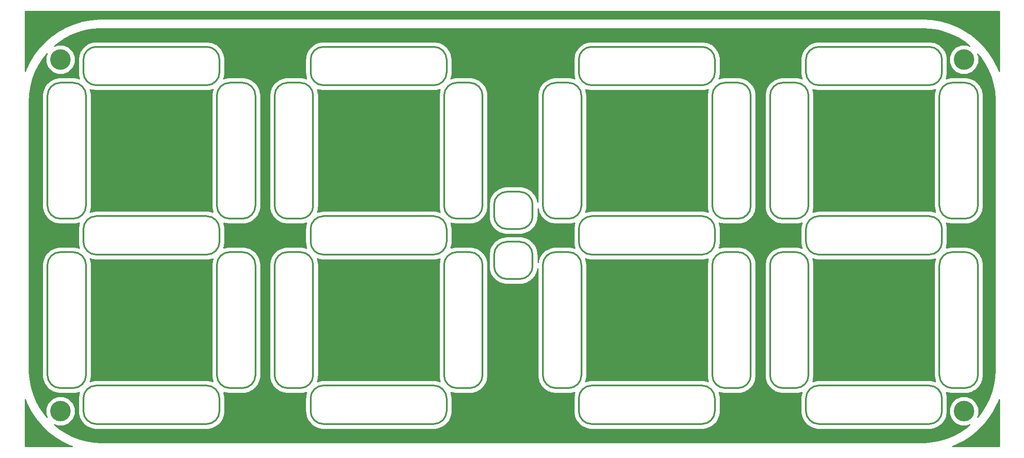
<source format=gbr>
G04 #@! TF.GenerationSoftware,KiCad,Pcbnew,(5.0.0)*
G04 #@! TF.CreationDate,2020-11-20T21:57:33-05:00*
G04 #@! TF.ProjectId,WS2812B Mini Clock top Layer,57533238313242204D696E6920436C6F,rev?*
G04 #@! TF.SameCoordinates,Original*
G04 #@! TF.FileFunction,Copper,L1,Top,Signal*
G04 #@! TF.FilePolarity,Positive*
%FSLAX46Y46*%
G04 Gerber Fmt 4.6, Leading zero omitted, Abs format (unit mm)*
G04 Created by KiCad (PCBNEW (5.0.0)) date 11/20/20 21:57:33*
%MOMM*%
%LPD*%
G01*
G04 APERTURE LIST*
G04 #@! TA.AperFunction,EtchedComponent*
%ADD10C,0.300000*%
G04 #@! TD*
G04 #@! TA.AperFunction,ComponentPad*
%ADD11C,4.000000*%
G04 #@! TD*
G04 #@! TA.AperFunction,NonConductor*
%ADD12C,0.254000*%
G04 #@! TD*
G04 APERTURE END LIST*
D10*
G04 #@! TO.C,REF\002A\002A*
X139000000Y-105000000D02*
X141500000Y-105000000D01*
X141500000Y-105000000D02*
G75*
G02X144000000Y-107500000I0J-2500000D01*
G01*
X144000000Y-109750000D02*
X144000000Y-107500000D01*
X136500000Y-107500000D02*
G75*
G02X139000000Y-105000000I2500000J0D01*
G01*
X136500000Y-107500000D02*
X136500000Y-109750000D01*
X144000000Y-109750000D02*
X144000000Y-107500000D01*
X144000000Y-109750000D02*
G75*
G02X141500000Y-112250000I-2500000J0D01*
G01*
X141500000Y-112250000D02*
X139000000Y-112250000D01*
X136500000Y-107500000D02*
X136500000Y-109750000D01*
X139000000Y-112250000D02*
G75*
G02X136500000Y-109750000I0J2500000D01*
G01*
X59000000Y-74500000D02*
X80500000Y-74500000D01*
X83000000Y-72000000D02*
G75*
G02X80500000Y-74500000I-2500000J0D01*
G01*
X83000000Y-69500000D02*
X83000000Y-72000000D01*
X80500000Y-67000000D02*
G75*
G02X83000000Y-69500000I0J-2500000D01*
G01*
X59000000Y-74500000D02*
G75*
G02X56500000Y-72000000I0J2500000D01*
G01*
X56500000Y-72000000D02*
X56500000Y-69500000D01*
X80500000Y-67000000D02*
X59000000Y-67000000D01*
X56500000Y-69500000D02*
G75*
G02X59000000Y-67000000I2500000J0D01*
G01*
X54500000Y-74000000D02*
G75*
G02X57000000Y-76500000I0J-2500000D01*
G01*
X57000000Y-98000000D02*
X57000000Y-76500000D01*
X52000000Y-74000000D02*
X54500000Y-74000000D01*
X49500000Y-76500000D02*
G75*
G02X52000000Y-74000000I2500000J0D01*
G01*
X57000000Y-98000000D02*
G75*
G02X54500000Y-100500000I-2500000J0D01*
G01*
X54500000Y-100500000D02*
X52000000Y-100500000D01*
X52000000Y-100500000D02*
G75*
G02X49500000Y-98000000I0J2500000D01*
G01*
X49500000Y-76500000D02*
X49500000Y-98000000D01*
X80500000Y-133000000D02*
X59000000Y-133000000D01*
X56500000Y-135500000D02*
G75*
G02X59000000Y-133000000I2500000J0D01*
G01*
X56500000Y-138000000D02*
X56500000Y-135500000D01*
X59000000Y-140500000D02*
G75*
G02X56500000Y-138000000I0J2500000D01*
G01*
X80500000Y-133000000D02*
G75*
G02X83000000Y-135500000I0J-2500000D01*
G01*
X83000000Y-135500000D02*
X83000000Y-138000000D01*
X59000000Y-140500000D02*
X80500000Y-140500000D01*
X83000000Y-138000000D02*
G75*
G02X80500000Y-140500000I-2500000J0D01*
G01*
X90000000Y-98000000D02*
X90000000Y-76500000D01*
X87500000Y-74000000D02*
G75*
G02X90000000Y-76500000I0J-2500000D01*
G01*
X85000000Y-74000000D02*
X87500000Y-74000000D01*
X82500000Y-76500000D02*
G75*
G02X85000000Y-74000000I2500000J0D01*
G01*
X90000000Y-98000000D02*
G75*
G02X87500000Y-100500000I-2500000J0D01*
G01*
X87500000Y-100500000D02*
X85000000Y-100500000D01*
X82500000Y-76500000D02*
X82500000Y-98000000D01*
X85000000Y-100500000D02*
G75*
G02X82500000Y-98000000I0J2500000D01*
G01*
X56500000Y-102500000D02*
G75*
G02X59000000Y-100000000I2500000J0D01*
G01*
X80500000Y-100000000D02*
X59000000Y-100000000D01*
X56500000Y-105000000D02*
X56500000Y-102500000D01*
X59000000Y-107500000D02*
G75*
G02X56500000Y-105000000I0J2500000D01*
G01*
X80500000Y-100000000D02*
G75*
G02X83000000Y-102500000I0J-2500000D01*
G01*
X83000000Y-102500000D02*
X83000000Y-105000000D01*
X83000000Y-105000000D02*
G75*
G02X80500000Y-107500000I-2500000J0D01*
G01*
X59000000Y-107500000D02*
X80500000Y-107500000D01*
X49500000Y-109500000D02*
X49500000Y-131000000D01*
X52000000Y-133500000D02*
G75*
G02X49500000Y-131000000I0J2500000D01*
G01*
X54500000Y-133500000D02*
X52000000Y-133500000D01*
X57000000Y-131000000D02*
G75*
G02X54500000Y-133500000I-2500000J0D01*
G01*
X49500000Y-109500000D02*
G75*
G02X52000000Y-107000000I2500000J0D01*
G01*
X52000000Y-107000000D02*
X54500000Y-107000000D01*
X57000000Y-131000000D02*
X57000000Y-109500000D01*
X54500000Y-107000000D02*
G75*
G02X57000000Y-109500000I0J-2500000D01*
G01*
X85000000Y-133500000D02*
G75*
G02X82500000Y-131000000I0J2500000D01*
G01*
X82500000Y-109500000D02*
X82500000Y-131000000D01*
X87500000Y-133500000D02*
X85000000Y-133500000D01*
X90000000Y-131000000D02*
G75*
G02X87500000Y-133500000I-2500000J0D01*
G01*
X82500000Y-109500000D02*
G75*
G02X85000000Y-107000000I2500000J0D01*
G01*
X85000000Y-107000000D02*
X87500000Y-107000000D01*
X87500000Y-107000000D02*
G75*
G02X90000000Y-109500000I0J-2500000D01*
G01*
X90000000Y-131000000D02*
X90000000Y-109500000D01*
X103250000Y-74500000D02*
X124750000Y-74500000D01*
X127250000Y-72000000D02*
G75*
G02X124750000Y-74500000I-2500000J0D01*
G01*
X127250000Y-69500000D02*
X127250000Y-72000000D01*
X124750000Y-67000000D02*
G75*
G02X127250000Y-69500000I0J-2500000D01*
G01*
X103250000Y-74500000D02*
G75*
G02X100750000Y-72000000I0J2500000D01*
G01*
X100750000Y-72000000D02*
X100750000Y-69500000D01*
X124750000Y-67000000D02*
X103250000Y-67000000D01*
X100750000Y-69500000D02*
G75*
G02X103250000Y-67000000I2500000J0D01*
G01*
X98750000Y-74000000D02*
G75*
G02X101250000Y-76500000I0J-2500000D01*
G01*
X101250000Y-98000000D02*
X101250000Y-76500000D01*
X96250000Y-74000000D02*
X98750000Y-74000000D01*
X93750000Y-76500000D02*
G75*
G02X96250000Y-74000000I2500000J0D01*
G01*
X101250000Y-98000000D02*
G75*
G02X98750000Y-100500000I-2500000J0D01*
G01*
X98750000Y-100500000D02*
X96250000Y-100500000D01*
X96250000Y-100500000D02*
G75*
G02X93750000Y-98000000I0J2500000D01*
G01*
X93750000Y-76500000D02*
X93750000Y-98000000D01*
X124750000Y-133000000D02*
X103250000Y-133000000D01*
X100750000Y-135500000D02*
G75*
G02X103250000Y-133000000I2500000J0D01*
G01*
X100750000Y-138000000D02*
X100750000Y-135500000D01*
X103250000Y-140500000D02*
G75*
G02X100750000Y-138000000I0J2500000D01*
G01*
X124750000Y-133000000D02*
G75*
G02X127250000Y-135500000I0J-2500000D01*
G01*
X127250000Y-135500000D02*
X127250000Y-138000000D01*
X103250000Y-140500000D02*
X124750000Y-140500000D01*
X127250000Y-138000000D02*
G75*
G02X124750000Y-140500000I-2500000J0D01*
G01*
X134250000Y-98000000D02*
X134250000Y-76500000D01*
X131750000Y-74000000D02*
G75*
G02X134250000Y-76500000I0J-2500000D01*
G01*
X129250000Y-74000000D02*
X131750000Y-74000000D01*
X126750000Y-76500000D02*
G75*
G02X129250000Y-74000000I2500000J0D01*
G01*
X134250000Y-98000000D02*
G75*
G02X131750000Y-100500000I-2500000J0D01*
G01*
X131750000Y-100500000D02*
X129250000Y-100500000D01*
X126750000Y-76500000D02*
X126750000Y-98000000D01*
X129250000Y-100500000D02*
G75*
G02X126750000Y-98000000I0J2500000D01*
G01*
X100750000Y-102500000D02*
G75*
G02X103250000Y-100000000I2500000J0D01*
G01*
X124750000Y-100000000D02*
X103250000Y-100000000D01*
X100750000Y-105000000D02*
X100750000Y-102500000D01*
X103250000Y-107500000D02*
G75*
G02X100750000Y-105000000I0J2500000D01*
G01*
X124750000Y-100000000D02*
G75*
G02X127250000Y-102500000I0J-2500000D01*
G01*
X127250000Y-102500000D02*
X127250000Y-105000000D01*
X127250000Y-105000000D02*
G75*
G02X124750000Y-107500000I-2500000J0D01*
G01*
X103250000Y-107500000D02*
X124750000Y-107500000D01*
X93750000Y-109500000D02*
X93750000Y-131000000D01*
X96250000Y-133500000D02*
G75*
G02X93750000Y-131000000I0J2500000D01*
G01*
X98750000Y-133500000D02*
X96250000Y-133500000D01*
X101250000Y-131000000D02*
G75*
G02X98750000Y-133500000I-2500000J0D01*
G01*
X93750000Y-109500000D02*
G75*
G02X96250000Y-107000000I2500000J0D01*
G01*
X96250000Y-107000000D02*
X98750000Y-107000000D01*
X101250000Y-131000000D02*
X101250000Y-109500000D01*
X98750000Y-107000000D02*
G75*
G02X101250000Y-109500000I0J-2500000D01*
G01*
X129250000Y-133500000D02*
G75*
G02X126750000Y-131000000I0J2500000D01*
G01*
X126750000Y-109500000D02*
X126750000Y-131000000D01*
X131750000Y-133500000D02*
X129250000Y-133500000D01*
X134250000Y-131000000D02*
G75*
G02X131750000Y-133500000I-2500000J0D01*
G01*
X126750000Y-109500000D02*
G75*
G02X129250000Y-107000000I2500000J0D01*
G01*
X129250000Y-107000000D02*
X131750000Y-107000000D01*
X131750000Y-107000000D02*
G75*
G02X134250000Y-109500000I0J-2500000D01*
G01*
X134250000Y-131000000D02*
X134250000Y-109500000D01*
X155500000Y-74500000D02*
X177000000Y-74500000D01*
X179500000Y-72000000D02*
G75*
G02X177000000Y-74500000I-2500000J0D01*
G01*
X179500000Y-69500000D02*
X179500000Y-72000000D01*
X177000000Y-67000000D02*
G75*
G02X179500000Y-69500000I0J-2500000D01*
G01*
X155500000Y-74500000D02*
G75*
G02X153000000Y-72000000I0J2500000D01*
G01*
X153000000Y-72000000D02*
X153000000Y-69500000D01*
X177000000Y-67000000D02*
X155500000Y-67000000D01*
X153000000Y-69500000D02*
G75*
G02X155500000Y-67000000I2500000J0D01*
G01*
X151000000Y-74000000D02*
G75*
G02X153500000Y-76500000I0J-2500000D01*
G01*
X153500000Y-98000000D02*
X153500000Y-76500000D01*
X148500000Y-74000000D02*
X151000000Y-74000000D01*
X146000000Y-76500000D02*
G75*
G02X148500000Y-74000000I2500000J0D01*
G01*
X153500000Y-98000000D02*
G75*
G02X151000000Y-100500000I-2500000J0D01*
G01*
X151000000Y-100500000D02*
X148500000Y-100500000D01*
X148500000Y-100500000D02*
G75*
G02X146000000Y-98000000I0J2500000D01*
G01*
X146000000Y-76500000D02*
X146000000Y-98000000D01*
X177000000Y-133000000D02*
X155500000Y-133000000D01*
X153000000Y-135500000D02*
G75*
G02X155500000Y-133000000I2500000J0D01*
G01*
X153000000Y-138000000D02*
X153000000Y-135500000D01*
X155500000Y-140500000D02*
G75*
G02X153000000Y-138000000I0J2500000D01*
G01*
X177000000Y-133000000D02*
G75*
G02X179500000Y-135500000I0J-2500000D01*
G01*
X179500000Y-135500000D02*
X179500000Y-138000000D01*
X155500000Y-140500000D02*
X177000000Y-140500000D01*
X179500000Y-138000000D02*
G75*
G02X177000000Y-140500000I-2500000J0D01*
G01*
X186500000Y-98000000D02*
X186500000Y-76500000D01*
X184000000Y-74000000D02*
G75*
G02X186500000Y-76500000I0J-2500000D01*
G01*
X181500000Y-74000000D02*
X184000000Y-74000000D01*
X179000000Y-76500000D02*
G75*
G02X181500000Y-74000000I2500000J0D01*
G01*
X186500000Y-98000000D02*
G75*
G02X184000000Y-100500000I-2500000J0D01*
G01*
X184000000Y-100500000D02*
X181500000Y-100500000D01*
X179000000Y-76500000D02*
X179000000Y-98000000D01*
X181500000Y-100500000D02*
G75*
G02X179000000Y-98000000I0J2500000D01*
G01*
X153000000Y-102500000D02*
G75*
G02X155500000Y-100000000I2500000J0D01*
G01*
X177000000Y-100000000D02*
X155500000Y-100000000D01*
X153000000Y-105000000D02*
X153000000Y-102500000D01*
X155500000Y-107500000D02*
G75*
G02X153000000Y-105000000I0J2500000D01*
G01*
X177000000Y-100000000D02*
G75*
G02X179500000Y-102500000I0J-2500000D01*
G01*
X179500000Y-102500000D02*
X179500000Y-105000000D01*
X179500000Y-105000000D02*
G75*
G02X177000000Y-107500000I-2500000J0D01*
G01*
X155500000Y-107500000D02*
X177000000Y-107500000D01*
X146000000Y-109500000D02*
X146000000Y-131000000D01*
X148500000Y-133500000D02*
G75*
G02X146000000Y-131000000I0J2500000D01*
G01*
X151000000Y-133500000D02*
X148500000Y-133500000D01*
X153500000Y-131000000D02*
G75*
G02X151000000Y-133500000I-2500000J0D01*
G01*
X146000000Y-109500000D02*
G75*
G02X148500000Y-107000000I2500000J0D01*
G01*
X148500000Y-107000000D02*
X151000000Y-107000000D01*
X153500000Y-131000000D02*
X153500000Y-109500000D01*
X151000000Y-107000000D02*
G75*
G02X153500000Y-109500000I0J-2500000D01*
G01*
X181500000Y-133500000D02*
G75*
G02X179000000Y-131000000I0J2500000D01*
G01*
X179000000Y-109500000D02*
X179000000Y-131000000D01*
X184000000Y-133500000D02*
X181500000Y-133500000D01*
X186500000Y-131000000D02*
G75*
G02X184000000Y-133500000I-2500000J0D01*
G01*
X179000000Y-109500000D02*
G75*
G02X181500000Y-107000000I2500000J0D01*
G01*
X181500000Y-107000000D02*
X184000000Y-107000000D01*
X184000000Y-107000000D02*
G75*
G02X186500000Y-109500000I0J-2500000D01*
G01*
X186500000Y-131000000D02*
X186500000Y-109500000D01*
X199750000Y-74500000D02*
X221250000Y-74500000D01*
X223750000Y-72000000D02*
G75*
G02X221250000Y-74500000I-2500000J0D01*
G01*
X223750000Y-69500000D02*
X223750000Y-72000000D01*
X221250000Y-67000000D02*
G75*
G02X223750000Y-69500000I0J-2500000D01*
G01*
X199750000Y-74500000D02*
G75*
G02X197250000Y-72000000I0J2500000D01*
G01*
X197250000Y-72000000D02*
X197250000Y-69500000D01*
X221250000Y-67000000D02*
X199750000Y-67000000D01*
X197250000Y-69500000D02*
G75*
G02X199750000Y-67000000I2500000J0D01*
G01*
X195250000Y-74000000D02*
G75*
G02X197750000Y-76500000I0J-2500000D01*
G01*
X197750000Y-98000000D02*
X197750000Y-76500000D01*
X192750000Y-74000000D02*
X195250000Y-74000000D01*
X190250000Y-76500000D02*
G75*
G02X192750000Y-74000000I2500000J0D01*
G01*
X197750000Y-98000000D02*
G75*
G02X195250000Y-100500000I-2500000J0D01*
G01*
X195250000Y-100500000D02*
X192750000Y-100500000D01*
X192750000Y-100500000D02*
G75*
G02X190250000Y-98000000I0J2500000D01*
G01*
X190250000Y-76500000D02*
X190250000Y-98000000D01*
X230750000Y-98000000D02*
X230750000Y-76500000D01*
X228250000Y-74000000D02*
G75*
G02X230750000Y-76500000I0J-2500000D01*
G01*
X225750000Y-74000000D02*
X228250000Y-74000000D01*
X223250000Y-76500000D02*
G75*
G02X225750000Y-74000000I2500000J0D01*
G01*
X230750000Y-98000000D02*
G75*
G02X228250000Y-100500000I-2500000J0D01*
G01*
X228250000Y-100500000D02*
X225750000Y-100500000D01*
X223250000Y-76500000D02*
X223250000Y-98000000D01*
X225750000Y-100500000D02*
G75*
G02X223250000Y-98000000I0J2500000D01*
G01*
X197250000Y-102500000D02*
G75*
G02X199750000Y-100000000I2500000J0D01*
G01*
X221250000Y-100000000D02*
X199750000Y-100000000D01*
X197250000Y-105000000D02*
X197250000Y-102500000D01*
X199750000Y-107500000D02*
G75*
G02X197250000Y-105000000I0J2500000D01*
G01*
X221250000Y-100000000D02*
G75*
G02X223750000Y-102500000I0J-2500000D01*
G01*
X223750000Y-102500000D02*
X223750000Y-105000000D01*
X223750000Y-105000000D02*
G75*
G02X221250000Y-107500000I-2500000J0D01*
G01*
X199750000Y-107500000D02*
X221250000Y-107500000D01*
X190250000Y-109500000D02*
X190250000Y-131000000D01*
X192750000Y-133500000D02*
G75*
G02X190250000Y-131000000I0J2500000D01*
G01*
X195250000Y-133500000D02*
X192750000Y-133500000D01*
X197750000Y-131000000D02*
G75*
G02X195250000Y-133500000I-2500000J0D01*
G01*
X190250000Y-109500000D02*
G75*
G02X192750000Y-107000000I2500000J0D01*
G01*
X192750000Y-107000000D02*
X195250000Y-107000000D01*
X197750000Y-131000000D02*
X197750000Y-109500000D01*
X195250000Y-107000000D02*
G75*
G02X197750000Y-109500000I0J-2500000D01*
G01*
X221250000Y-133000000D02*
X199750000Y-133000000D01*
X197250000Y-135500000D02*
G75*
G02X199750000Y-133000000I2500000J0D01*
G01*
X197250000Y-138000000D02*
X197250000Y-135500000D01*
X199750000Y-140500000D02*
G75*
G02X197250000Y-138000000I0J2500000D01*
G01*
X221250000Y-133000000D02*
G75*
G02X223750000Y-135500000I0J-2500000D01*
G01*
X223750000Y-135500000D02*
X223750000Y-138000000D01*
X199750000Y-140500000D02*
X221250000Y-140500000D01*
X223750000Y-138000000D02*
G75*
G02X221250000Y-140500000I-2500000J0D01*
G01*
X225750000Y-133500000D02*
G75*
G02X223250000Y-131000000I0J2500000D01*
G01*
X223250000Y-109500000D02*
X223250000Y-131000000D01*
X228250000Y-133500000D02*
X225750000Y-133500000D01*
X230750000Y-131000000D02*
G75*
G02X228250000Y-133500000I-2500000J0D01*
G01*
X223250000Y-109500000D02*
G75*
G02X225750000Y-107000000I2500000J0D01*
G01*
X225750000Y-107000000D02*
X228250000Y-107000000D01*
X228250000Y-107000000D02*
G75*
G02X230750000Y-109500000I0J-2500000D01*
G01*
X230750000Y-131000000D02*
X230750000Y-109500000D01*
X139000000Y-102500000D02*
G75*
G02X136500000Y-100000000I0J2500000D01*
G01*
X136500000Y-97750000D02*
X136500000Y-100000000D01*
X141500000Y-102500000D02*
X139000000Y-102500000D01*
X144000000Y-100000000D02*
G75*
G02X141500000Y-102500000I-2500000J0D01*
G01*
X144000000Y-100000000D02*
X144000000Y-97750000D01*
X136500000Y-97750000D02*
X136500000Y-100000000D01*
X136500000Y-97750000D02*
G75*
G02X139000000Y-95250000I2500000J0D01*
G01*
X144000000Y-100000000D02*
X144000000Y-97750000D01*
X141500000Y-95250000D02*
G75*
G02X144000000Y-97750000I0J-2500000D01*
G01*
X139000000Y-95250000D02*
X141500000Y-95250000D01*
G04 #@! TD*
D11*
G04 #@! TO.P,REF3,1*
G04 #@! TO.N,N/C*
X228000000Y-69500000D03*
G04 #@! TD*
G04 #@! TO.P,REF4,1*
G04 #@! TO.N,N/C*
X228000000Y-138000000D03*
G04 #@! TD*
G04 #@! TO.P,REF2,1*
G04 #@! TO.N,N/C*
X52000000Y-69500000D03*
G04 #@! TD*
G04 #@! TO.P,REF\002A\002A,1*
G04 #@! TO.N,N/C*
X52000000Y-138000000D03*
G04 #@! TD*
D12*
G36*
X234873000Y-144873000D02*
X225720327Y-144873000D01*
X226721927Y-144465274D01*
X226743750Y-144455052D01*
X226766076Y-144445986D01*
X226810646Y-144423715D01*
X226810662Y-144423708D01*
X226810670Y-144423703D01*
X228173241Y-143697686D01*
X228193895Y-143685275D01*
X228215175Y-143673961D01*
X228257234Y-143647218D01*
X229537966Y-142784978D01*
X229557243Y-142770504D01*
X229577238Y-142757068D01*
X229616325Y-142726144D01*
X230801642Y-141736822D01*
X230819324Y-141720448D01*
X230837838Y-141705023D01*
X230873540Y-141670244D01*
X231950882Y-140564321D01*
X231966787Y-140546216D01*
X231983616Y-140528971D01*
X232015554Y-140490707D01*
X232973509Y-139279899D01*
X232987469Y-139260255D01*
X233002437Y-139241370D01*
X233030272Y-139200026D01*
X233858690Y-137897161D01*
X233870558Y-137876185D01*
X233883504Y-137855863D01*
X233906941Y-137811877D01*
X234597047Y-136430759D01*
X234606696Y-136408674D01*
X234617485Y-136387128D01*
X234636277Y-136340966D01*
X234873000Y-135712839D01*
X234873000Y-144873000D01*
X234873000Y-144873000D01*
G37*
X234873000Y-144873000D02*
X225720327Y-144873000D01*
X226721927Y-144465274D01*
X226743750Y-144455052D01*
X226766076Y-144445986D01*
X226810646Y-144423715D01*
X226810662Y-144423708D01*
X226810670Y-144423703D01*
X228173241Y-143697686D01*
X228193895Y-143685275D01*
X228215175Y-143673961D01*
X228257234Y-143647218D01*
X229537966Y-142784978D01*
X229557243Y-142770504D01*
X229577238Y-142757068D01*
X229616325Y-142726144D01*
X230801642Y-141736822D01*
X230819324Y-141720448D01*
X230837838Y-141705023D01*
X230873540Y-141670244D01*
X231950882Y-140564321D01*
X231966787Y-140546216D01*
X231983616Y-140528971D01*
X232015554Y-140490707D01*
X232973509Y-139279899D01*
X232987469Y-139260255D01*
X233002437Y-139241370D01*
X233030272Y-139200026D01*
X233858690Y-137897161D01*
X233870558Y-137876185D01*
X233883504Y-137855863D01*
X233906941Y-137811877D01*
X234597047Y-136430759D01*
X234606696Y-136408674D01*
X234617485Y-136387128D01*
X234636277Y-136340966D01*
X234873000Y-135712839D01*
X234873000Y-144873000D01*
G36*
X45534726Y-136721927D02*
X45544948Y-136743750D01*
X45554014Y-136766076D01*
X45576285Y-136810646D01*
X45576292Y-136810662D01*
X45576297Y-136810670D01*
X46302314Y-138173241D01*
X46314725Y-138193895D01*
X46326039Y-138215175D01*
X46352782Y-138257234D01*
X47215022Y-139537966D01*
X47229496Y-139557243D01*
X47242932Y-139577238D01*
X47273856Y-139616325D01*
X48263178Y-140801642D01*
X48279552Y-140819324D01*
X48294977Y-140837838D01*
X48329756Y-140873540D01*
X49435679Y-141950882D01*
X49453784Y-141966787D01*
X49471029Y-141983616D01*
X49509293Y-142015554D01*
X50720101Y-142973509D01*
X50739745Y-142987469D01*
X50758630Y-143002437D01*
X50799974Y-143030272D01*
X52102839Y-143858690D01*
X52123815Y-143870558D01*
X52144137Y-143883504D01*
X52188123Y-143906941D01*
X53569241Y-144597047D01*
X53591326Y-144606696D01*
X53612872Y-144617485D01*
X53659019Y-144636271D01*
X53659033Y-144636277D01*
X53659040Y-144636279D01*
X54287161Y-144873000D01*
X45127000Y-144873000D01*
X45127000Y-135720328D01*
X45534726Y-136721927D01*
X45534726Y-136721927D01*
G37*
X45534726Y-136721927D02*
X45544948Y-136743750D01*
X45554014Y-136766076D01*
X45576285Y-136810646D01*
X45576292Y-136810662D01*
X45576297Y-136810670D01*
X46302314Y-138173241D01*
X46314725Y-138193895D01*
X46326039Y-138215175D01*
X46352782Y-138257234D01*
X47215022Y-139537966D01*
X47229496Y-139557243D01*
X47242932Y-139577238D01*
X47273856Y-139616325D01*
X48263178Y-140801642D01*
X48279552Y-140819324D01*
X48294977Y-140837838D01*
X48329756Y-140873540D01*
X49435679Y-141950882D01*
X49453784Y-141966787D01*
X49471029Y-141983616D01*
X49509293Y-142015554D01*
X50720101Y-142973509D01*
X50739745Y-142987469D01*
X50758630Y-143002437D01*
X50799974Y-143030272D01*
X52102839Y-143858690D01*
X52123815Y-143870558D01*
X52144137Y-143883504D01*
X52188123Y-143906941D01*
X53569241Y-144597047D01*
X53591326Y-144606696D01*
X53612872Y-144617485D01*
X53659019Y-144636271D01*
X53659033Y-144636277D01*
X53659040Y-144636279D01*
X54287161Y-144873000D01*
X45127000Y-144873000D01*
X45127000Y-135720328D01*
X45534726Y-136721927D01*
G36*
X221443896Y-63527671D02*
X222872500Y-63750107D01*
X224270674Y-64118216D01*
X225623600Y-64628095D01*
X226916941Y-65274341D01*
X228137007Y-66050112D01*
X229178495Y-66874106D01*
X228572271Y-66623000D01*
X227427729Y-66623000D01*
X226370310Y-67060997D01*
X225560997Y-67870310D01*
X225123000Y-68927729D01*
X225123000Y-70072271D01*
X225560997Y-71129690D01*
X226370310Y-71939003D01*
X227427729Y-72377000D01*
X228572271Y-72377000D01*
X229629690Y-71939003D01*
X230439003Y-71129690D01*
X230877000Y-70072271D01*
X230877000Y-68927729D01*
X230640052Y-68355686D01*
X231232958Y-69066053D01*
X232040404Y-70265396D01*
X232720289Y-71541387D01*
X233265405Y-72880492D01*
X233669987Y-74268553D01*
X233929744Y-75690846D01*
X234043345Y-77150559D01*
X234048000Y-77506197D01*
X234048001Y-129975476D01*
X233972329Y-131443896D01*
X233749893Y-132872500D01*
X233381783Y-134270677D01*
X232871908Y-135623592D01*
X232225658Y-136916941D01*
X231449888Y-138137007D01*
X230625895Y-139178493D01*
X230877000Y-138572271D01*
X230877000Y-137427729D01*
X230439003Y-136370310D01*
X229629690Y-135560997D01*
X228572271Y-135123000D01*
X227427729Y-135123000D01*
X226370310Y-135560997D01*
X225560997Y-136370310D01*
X225123000Y-137427729D01*
X225123000Y-138572271D01*
X225560997Y-139629690D01*
X226370310Y-140439003D01*
X227427729Y-140877000D01*
X228572271Y-140877000D01*
X229144314Y-140640052D01*
X228433947Y-141232958D01*
X227234604Y-142040404D01*
X225958613Y-142720289D01*
X224619511Y-143265404D01*
X223231447Y-143669987D01*
X221809154Y-143929744D01*
X220349441Y-144043345D01*
X219993803Y-144048000D01*
X60024505Y-144048000D01*
X58556104Y-143972329D01*
X57127500Y-143749893D01*
X55729323Y-143381783D01*
X54376408Y-142871908D01*
X53083059Y-142225658D01*
X51862993Y-141449888D01*
X50821507Y-140625895D01*
X51427729Y-140877000D01*
X52572271Y-140877000D01*
X53629690Y-140439003D01*
X54439003Y-139629690D01*
X54877000Y-138572271D01*
X54877000Y-137427729D01*
X54439003Y-136370310D01*
X53629690Y-135560997D01*
X52572271Y-135123000D01*
X51427729Y-135123000D01*
X50370310Y-135560997D01*
X49560997Y-136370310D01*
X49123000Y-137427729D01*
X49123000Y-138572271D01*
X49359948Y-139144314D01*
X48767042Y-138433947D01*
X47959596Y-137234604D01*
X47279711Y-135958613D01*
X46734596Y-134619511D01*
X46330013Y-133231447D01*
X46070256Y-131809154D01*
X45956655Y-130349441D01*
X45952000Y-129993803D01*
X45952000Y-77524505D01*
X46010008Y-76398851D01*
X48473000Y-76398851D01*
X48473001Y-98101150D01*
X48476173Y-98117097D01*
X48478440Y-98189233D01*
X48480978Y-98205260D01*
X48479959Y-98221463D01*
X48496124Y-98349417D01*
X48613550Y-98964983D01*
X48633517Y-99026436D01*
X48645624Y-99089902D01*
X48693101Y-99209816D01*
X48959922Y-99776841D01*
X48994544Y-99831397D01*
X49022055Y-99889861D01*
X49097855Y-99994190D01*
X49097862Y-99994201D01*
X49097866Y-99994205D01*
X49497314Y-100477056D01*
X49544421Y-100521292D01*
X49585603Y-100571073D01*
X49684977Y-100653283D01*
X50191961Y-101021628D01*
X50248584Y-101052757D01*
X50300855Y-101090734D01*
X50417546Y-101145644D01*
X50417553Y-101145648D01*
X50417557Y-101145649D01*
X51000211Y-101376339D01*
X51062798Y-101392408D01*
X51122871Y-101416193D01*
X51249558Y-101440360D01*
X51835261Y-101514351D01*
X51898850Y-101527000D01*
X54601150Y-101527000D01*
X54617103Y-101523827D01*
X54689233Y-101521560D01*
X54705260Y-101519022D01*
X54721463Y-101520041D01*
X54849417Y-101503876D01*
X55464983Y-101386450D01*
X55526436Y-101366483D01*
X55589902Y-101354376D01*
X55698412Y-101311414D01*
X55623662Y-101500211D01*
X55607593Y-101562794D01*
X55583807Y-101622871D01*
X55559640Y-101749558D01*
X55485647Y-102335274D01*
X55473001Y-102398850D01*
X55473000Y-105101149D01*
X55476173Y-105117102D01*
X55478440Y-105189233D01*
X55480978Y-105205260D01*
X55479959Y-105221463D01*
X55496124Y-105349417D01*
X55613550Y-105964983D01*
X55633517Y-106026436D01*
X55645624Y-106089902D01*
X55688586Y-106198412D01*
X55499789Y-106123662D01*
X55437206Y-106107593D01*
X55377129Y-106083807D01*
X55250442Y-106059640D01*
X54664739Y-105985649D01*
X54601150Y-105973000D01*
X51898850Y-105973000D01*
X51882897Y-105976173D01*
X51810766Y-105978440D01*
X51794739Y-105980978D01*
X51778537Y-105979959D01*
X51650583Y-105996124D01*
X51035017Y-106113550D01*
X50973564Y-106133517D01*
X50910098Y-106145624D01*
X50790183Y-106193101D01*
X50223159Y-106459922D01*
X50168603Y-106494544D01*
X50110139Y-106522055D01*
X50005810Y-106597855D01*
X50005799Y-106597862D01*
X50005795Y-106597866D01*
X49522944Y-106997315D01*
X49478713Y-107044416D01*
X49428926Y-107085603D01*
X49346724Y-107184969D01*
X49346717Y-107184976D01*
X49346715Y-107184980D01*
X48978372Y-107691961D01*
X48947243Y-107748584D01*
X48909266Y-107800855D01*
X48854356Y-107917546D01*
X48854352Y-107917553D01*
X48854351Y-107917557D01*
X48623662Y-108500211D01*
X48607593Y-108562794D01*
X48583807Y-108622871D01*
X48559640Y-108749558D01*
X48485648Y-109335263D01*
X48473000Y-109398851D01*
X48473001Y-131101150D01*
X48476173Y-131117097D01*
X48478440Y-131189233D01*
X48480978Y-131205260D01*
X48479959Y-131221463D01*
X48496124Y-131349417D01*
X48613550Y-131964983D01*
X48633517Y-132026436D01*
X48645624Y-132089902D01*
X48693101Y-132209816D01*
X48959922Y-132776841D01*
X48994544Y-132831397D01*
X49022055Y-132889861D01*
X49097855Y-132994190D01*
X49097862Y-132994201D01*
X49097866Y-132994205D01*
X49497314Y-133477056D01*
X49544421Y-133521292D01*
X49585603Y-133571073D01*
X49684977Y-133653283D01*
X50191961Y-134021628D01*
X50248584Y-134052757D01*
X50300855Y-134090734D01*
X50417546Y-134145644D01*
X50417553Y-134145648D01*
X50417557Y-134145649D01*
X51000211Y-134376339D01*
X51062798Y-134392408D01*
X51122871Y-134416193D01*
X51249558Y-134440360D01*
X51835261Y-134514351D01*
X51898850Y-134527000D01*
X54601150Y-134527000D01*
X54617103Y-134523827D01*
X54689233Y-134521560D01*
X54705260Y-134519022D01*
X54721463Y-134520041D01*
X54849417Y-134503876D01*
X55464983Y-134386450D01*
X55526436Y-134366483D01*
X55589902Y-134354376D01*
X55698412Y-134311414D01*
X55623662Y-134500211D01*
X55607593Y-134562794D01*
X55583807Y-134622871D01*
X55559640Y-134749558D01*
X55485647Y-135335274D01*
X55473001Y-135398850D01*
X55473000Y-138101149D01*
X55476173Y-138117102D01*
X55478440Y-138189233D01*
X55480978Y-138205260D01*
X55479959Y-138221463D01*
X55496124Y-138349417D01*
X55613550Y-138964983D01*
X55633517Y-139026436D01*
X55645624Y-139089902D01*
X55693101Y-139209816D01*
X55959922Y-139776841D01*
X55994544Y-139831397D01*
X56022055Y-139889861D01*
X56097855Y-139994190D01*
X56097862Y-139994201D01*
X56097866Y-139994205D01*
X56497314Y-140477056D01*
X56544421Y-140521292D01*
X56585603Y-140571073D01*
X56684977Y-140653283D01*
X57191961Y-141021628D01*
X57248584Y-141052757D01*
X57300855Y-141090734D01*
X57417546Y-141145644D01*
X57417553Y-141145648D01*
X57417557Y-141145649D01*
X58000211Y-141376339D01*
X58062798Y-141392408D01*
X58122871Y-141416193D01*
X58249558Y-141440360D01*
X58835261Y-141514351D01*
X58898850Y-141527000D01*
X80601150Y-141527000D01*
X80617103Y-141523827D01*
X80689233Y-141521560D01*
X80705260Y-141519022D01*
X80721463Y-141520041D01*
X80849417Y-141503876D01*
X81464983Y-141386450D01*
X81526436Y-141366483D01*
X81589902Y-141354376D01*
X81709816Y-141306899D01*
X82276841Y-141040078D01*
X82331397Y-141005456D01*
X82389861Y-140977945D01*
X82494190Y-140902145D01*
X82494201Y-140902138D01*
X82494205Y-140902134D01*
X82977056Y-140502686D01*
X83021292Y-140455579D01*
X83071073Y-140414397D01*
X83153283Y-140315023D01*
X83521628Y-139808039D01*
X83552757Y-139751416D01*
X83590734Y-139699145D01*
X83645647Y-139582448D01*
X83645648Y-139582447D01*
X83645649Y-139582443D01*
X83876339Y-138999789D01*
X83892408Y-138937202D01*
X83916193Y-138877129D01*
X83940360Y-138750442D01*
X84014351Y-138164739D01*
X84027000Y-138101150D01*
X84027000Y-135398850D01*
X84023827Y-135382897D01*
X84021560Y-135310766D01*
X84019022Y-135294739D01*
X84020041Y-135278537D01*
X84003876Y-135150583D01*
X83886450Y-134535017D01*
X83866483Y-134473564D01*
X83854376Y-134410098D01*
X83811415Y-134301589D01*
X84000211Y-134376339D01*
X84062798Y-134392408D01*
X84122871Y-134416193D01*
X84249558Y-134440360D01*
X84835261Y-134514351D01*
X84898850Y-134527000D01*
X87601150Y-134527000D01*
X87617103Y-134523827D01*
X87689233Y-134521560D01*
X87705260Y-134519022D01*
X87721463Y-134520041D01*
X87849417Y-134503876D01*
X88464983Y-134386450D01*
X88526436Y-134366483D01*
X88589902Y-134354376D01*
X88709816Y-134306899D01*
X89276841Y-134040078D01*
X89331397Y-134005456D01*
X89389861Y-133977945D01*
X89494190Y-133902145D01*
X89494201Y-133902138D01*
X89494205Y-133902134D01*
X89977056Y-133502686D01*
X90021292Y-133455579D01*
X90071073Y-133414397D01*
X90153283Y-133315023D01*
X90521628Y-132808039D01*
X90552757Y-132751416D01*
X90590734Y-132699145D01*
X90645647Y-132582448D01*
X90645648Y-132582447D01*
X90645649Y-132582443D01*
X90876339Y-131999789D01*
X90892408Y-131937202D01*
X90916193Y-131877129D01*
X90940360Y-131750442D01*
X91014351Y-131164739D01*
X91027000Y-131101150D01*
X91027000Y-109398850D01*
X91023827Y-109382897D01*
X91021560Y-109310766D01*
X91019022Y-109294739D01*
X91020041Y-109278537D01*
X91003876Y-109150583D01*
X90886450Y-108535017D01*
X90866483Y-108473564D01*
X90854376Y-108410098D01*
X90806899Y-108290183D01*
X90540078Y-107723159D01*
X90505456Y-107668603D01*
X90477945Y-107610139D01*
X90402145Y-107505810D01*
X90402138Y-107505799D01*
X90402134Y-107505795D01*
X90002685Y-107022944D01*
X89955584Y-106978713D01*
X89914397Y-106928926D01*
X89815031Y-106846724D01*
X89815024Y-106846717D01*
X89815020Y-106846715D01*
X89308039Y-106478372D01*
X89251416Y-106447243D01*
X89199145Y-106409266D01*
X89082454Y-106354356D01*
X89082447Y-106354352D01*
X89082443Y-106354351D01*
X88499789Y-106123662D01*
X88437206Y-106107593D01*
X88377129Y-106083807D01*
X88250442Y-106059640D01*
X87664739Y-105985649D01*
X87601150Y-105973000D01*
X84898850Y-105973000D01*
X84882897Y-105976173D01*
X84810766Y-105978440D01*
X84794739Y-105980978D01*
X84778537Y-105979959D01*
X84650583Y-105996124D01*
X84035017Y-106113550D01*
X83973564Y-106133517D01*
X83910098Y-106145624D01*
X83801589Y-106188585D01*
X83876339Y-105999789D01*
X83892408Y-105937202D01*
X83916193Y-105877129D01*
X83940360Y-105750442D01*
X84014351Y-105164739D01*
X84027000Y-105101150D01*
X84027000Y-102398850D01*
X84023827Y-102382897D01*
X84021560Y-102310766D01*
X84019022Y-102294739D01*
X84020041Y-102278537D01*
X84003876Y-102150583D01*
X83886450Y-101535017D01*
X83866483Y-101473564D01*
X83854376Y-101410098D01*
X83811415Y-101301589D01*
X84000211Y-101376339D01*
X84062798Y-101392408D01*
X84122871Y-101416193D01*
X84249558Y-101440360D01*
X84835261Y-101514351D01*
X84898850Y-101527000D01*
X87601150Y-101527000D01*
X87617103Y-101523827D01*
X87689233Y-101521560D01*
X87705260Y-101519022D01*
X87721463Y-101520041D01*
X87849417Y-101503876D01*
X88464983Y-101386450D01*
X88526436Y-101366483D01*
X88589902Y-101354376D01*
X88709816Y-101306899D01*
X89276841Y-101040078D01*
X89331397Y-101005456D01*
X89389861Y-100977945D01*
X89494190Y-100902145D01*
X89494201Y-100902138D01*
X89494205Y-100902134D01*
X89977056Y-100502686D01*
X90021292Y-100455579D01*
X90071073Y-100414397D01*
X90153283Y-100315023D01*
X90521628Y-99808039D01*
X90552757Y-99751416D01*
X90590734Y-99699145D01*
X90645647Y-99582448D01*
X90645648Y-99582447D01*
X90645649Y-99582443D01*
X90876339Y-98999789D01*
X90892408Y-98937202D01*
X90916193Y-98877129D01*
X90940360Y-98750442D01*
X91014351Y-98164739D01*
X91027000Y-98101150D01*
X91027000Y-76398851D01*
X92723000Y-76398851D01*
X92723001Y-98101150D01*
X92726173Y-98117097D01*
X92728440Y-98189233D01*
X92730978Y-98205260D01*
X92729959Y-98221463D01*
X92746124Y-98349417D01*
X92863550Y-98964983D01*
X92883517Y-99026436D01*
X92895624Y-99089902D01*
X92943101Y-99209816D01*
X93209922Y-99776841D01*
X93244544Y-99831397D01*
X93272055Y-99889861D01*
X93347855Y-99994190D01*
X93347862Y-99994201D01*
X93347866Y-99994205D01*
X93747314Y-100477056D01*
X93794421Y-100521292D01*
X93835603Y-100571073D01*
X93934977Y-100653283D01*
X94441961Y-101021628D01*
X94498584Y-101052757D01*
X94550855Y-101090734D01*
X94667546Y-101145644D01*
X94667553Y-101145648D01*
X94667557Y-101145649D01*
X95250211Y-101376339D01*
X95312798Y-101392408D01*
X95372871Y-101416193D01*
X95499558Y-101440360D01*
X96085261Y-101514351D01*
X96148850Y-101527000D01*
X98851150Y-101527000D01*
X98867103Y-101523827D01*
X98939233Y-101521560D01*
X98955260Y-101519022D01*
X98971463Y-101520041D01*
X99099417Y-101503876D01*
X99714983Y-101386450D01*
X99776436Y-101366483D01*
X99839902Y-101354376D01*
X99948412Y-101311414D01*
X99873662Y-101500211D01*
X99857593Y-101562794D01*
X99833807Y-101622871D01*
X99809640Y-101749558D01*
X99735647Y-102335274D01*
X99723001Y-102398850D01*
X99723000Y-105101149D01*
X99726173Y-105117102D01*
X99728440Y-105189233D01*
X99730978Y-105205260D01*
X99729959Y-105221463D01*
X99746124Y-105349417D01*
X99863550Y-105964983D01*
X99883517Y-106026436D01*
X99895624Y-106089902D01*
X99938586Y-106198412D01*
X99749789Y-106123662D01*
X99687206Y-106107593D01*
X99627129Y-106083807D01*
X99500442Y-106059640D01*
X98914739Y-105985649D01*
X98851150Y-105973000D01*
X96148850Y-105973000D01*
X96132897Y-105976173D01*
X96060766Y-105978440D01*
X96044739Y-105980978D01*
X96028537Y-105979959D01*
X95900583Y-105996124D01*
X95285017Y-106113550D01*
X95223564Y-106133517D01*
X95160098Y-106145624D01*
X95040183Y-106193101D01*
X94473159Y-106459922D01*
X94418603Y-106494544D01*
X94360139Y-106522055D01*
X94255810Y-106597855D01*
X94255799Y-106597862D01*
X94255795Y-106597866D01*
X93772944Y-106997315D01*
X93728713Y-107044416D01*
X93678926Y-107085603D01*
X93596724Y-107184969D01*
X93596717Y-107184976D01*
X93596715Y-107184980D01*
X93228372Y-107691961D01*
X93197243Y-107748584D01*
X93159266Y-107800855D01*
X93104356Y-107917546D01*
X93104352Y-107917553D01*
X93104351Y-107917557D01*
X92873662Y-108500211D01*
X92857593Y-108562794D01*
X92833807Y-108622871D01*
X92809640Y-108749558D01*
X92735648Y-109335263D01*
X92723000Y-109398851D01*
X92723001Y-131101150D01*
X92726173Y-131117097D01*
X92728440Y-131189233D01*
X92730978Y-131205260D01*
X92729959Y-131221463D01*
X92746124Y-131349417D01*
X92863550Y-131964983D01*
X92883517Y-132026436D01*
X92895624Y-132089902D01*
X92943101Y-132209816D01*
X93209922Y-132776841D01*
X93244544Y-132831397D01*
X93272055Y-132889861D01*
X93347855Y-132994190D01*
X93347862Y-132994201D01*
X93347866Y-132994205D01*
X93747314Y-133477056D01*
X93794421Y-133521292D01*
X93835603Y-133571073D01*
X93934977Y-133653283D01*
X94441961Y-134021628D01*
X94498584Y-134052757D01*
X94550855Y-134090734D01*
X94667546Y-134145644D01*
X94667553Y-134145648D01*
X94667557Y-134145649D01*
X95250211Y-134376339D01*
X95312798Y-134392408D01*
X95372871Y-134416193D01*
X95499558Y-134440360D01*
X96085261Y-134514351D01*
X96148850Y-134527000D01*
X98851150Y-134527000D01*
X98867103Y-134523827D01*
X98939233Y-134521560D01*
X98955260Y-134519022D01*
X98971463Y-134520041D01*
X99099417Y-134503876D01*
X99714983Y-134386450D01*
X99776436Y-134366483D01*
X99839902Y-134354376D01*
X99948412Y-134311414D01*
X99873662Y-134500211D01*
X99857593Y-134562794D01*
X99833807Y-134622871D01*
X99809640Y-134749558D01*
X99735647Y-135335274D01*
X99723001Y-135398850D01*
X99723000Y-138101149D01*
X99726173Y-138117102D01*
X99728440Y-138189233D01*
X99730978Y-138205260D01*
X99729959Y-138221463D01*
X99746124Y-138349417D01*
X99863550Y-138964983D01*
X99883517Y-139026436D01*
X99895624Y-139089902D01*
X99943101Y-139209816D01*
X100209922Y-139776841D01*
X100244544Y-139831397D01*
X100272055Y-139889861D01*
X100347855Y-139994190D01*
X100347862Y-139994201D01*
X100347866Y-139994205D01*
X100747314Y-140477056D01*
X100794421Y-140521292D01*
X100835603Y-140571073D01*
X100934977Y-140653283D01*
X101441961Y-141021628D01*
X101498584Y-141052757D01*
X101550855Y-141090734D01*
X101667546Y-141145644D01*
X101667553Y-141145648D01*
X101667557Y-141145649D01*
X102250211Y-141376339D01*
X102312798Y-141392408D01*
X102372871Y-141416193D01*
X102499558Y-141440360D01*
X103085261Y-141514351D01*
X103148850Y-141527000D01*
X124851150Y-141527000D01*
X124867103Y-141523827D01*
X124939233Y-141521560D01*
X124955260Y-141519022D01*
X124971463Y-141520041D01*
X125099417Y-141503876D01*
X125714983Y-141386450D01*
X125776436Y-141366483D01*
X125839902Y-141354376D01*
X125959816Y-141306899D01*
X126526841Y-141040078D01*
X126581397Y-141005456D01*
X126639861Y-140977945D01*
X126744190Y-140902145D01*
X126744201Y-140902138D01*
X126744205Y-140902134D01*
X127227056Y-140502686D01*
X127271292Y-140455579D01*
X127321073Y-140414397D01*
X127403283Y-140315023D01*
X127771628Y-139808039D01*
X127802757Y-139751416D01*
X127840734Y-139699145D01*
X127895647Y-139582448D01*
X127895648Y-139582447D01*
X127895649Y-139582443D01*
X128126339Y-138999789D01*
X128142408Y-138937202D01*
X128166193Y-138877129D01*
X128190360Y-138750442D01*
X128264351Y-138164739D01*
X128277000Y-138101150D01*
X128277000Y-135398850D01*
X128273827Y-135382897D01*
X128271560Y-135310766D01*
X128269022Y-135294739D01*
X128270041Y-135278537D01*
X128253876Y-135150583D01*
X128136450Y-134535017D01*
X128116483Y-134473564D01*
X128104376Y-134410098D01*
X128061415Y-134301589D01*
X128250211Y-134376339D01*
X128312798Y-134392408D01*
X128372871Y-134416193D01*
X128499558Y-134440360D01*
X129085261Y-134514351D01*
X129148850Y-134527000D01*
X131851150Y-134527000D01*
X131867103Y-134523827D01*
X131939233Y-134521560D01*
X131955260Y-134519022D01*
X131971463Y-134520041D01*
X132099417Y-134503876D01*
X132714983Y-134386450D01*
X132776436Y-134366483D01*
X132839902Y-134354376D01*
X132959816Y-134306899D01*
X133526841Y-134040078D01*
X133581397Y-134005456D01*
X133639861Y-133977945D01*
X133744190Y-133902145D01*
X133744201Y-133902138D01*
X133744205Y-133902134D01*
X134227056Y-133502686D01*
X134271292Y-133455579D01*
X134321073Y-133414397D01*
X134403283Y-133315023D01*
X134771628Y-132808039D01*
X134802757Y-132751416D01*
X134840734Y-132699145D01*
X134895647Y-132582448D01*
X134895648Y-132582447D01*
X134895649Y-132582443D01*
X135126339Y-131999789D01*
X135142408Y-131937202D01*
X135166193Y-131877129D01*
X135190360Y-131750442D01*
X135264351Y-131164739D01*
X135277000Y-131101150D01*
X135277000Y-109398850D01*
X135273827Y-109382897D01*
X135271560Y-109310766D01*
X135269022Y-109294739D01*
X135270041Y-109278537D01*
X135253876Y-109150583D01*
X135136450Y-108535017D01*
X135116483Y-108473564D01*
X135104376Y-108410098D01*
X135056899Y-108290183D01*
X134790078Y-107723159D01*
X134755456Y-107668603D01*
X134727945Y-107610139D01*
X134652145Y-107505810D01*
X134652138Y-107505799D01*
X134652134Y-107505795D01*
X134252685Y-107022944D01*
X134205584Y-106978713D01*
X134164397Y-106928926D01*
X134065031Y-106846724D01*
X134065024Y-106846717D01*
X134065020Y-106846715D01*
X133558039Y-106478372D01*
X133501416Y-106447243D01*
X133449145Y-106409266D01*
X133332454Y-106354356D01*
X133332447Y-106354352D01*
X133332443Y-106354351D01*
X132749789Y-106123662D01*
X132687206Y-106107593D01*
X132627129Y-106083807D01*
X132500442Y-106059640D01*
X131914739Y-105985649D01*
X131851150Y-105973000D01*
X129148850Y-105973000D01*
X129132897Y-105976173D01*
X129060766Y-105978440D01*
X129044739Y-105980978D01*
X129028537Y-105979959D01*
X128900583Y-105996124D01*
X128285017Y-106113550D01*
X128223564Y-106133517D01*
X128160098Y-106145624D01*
X128051589Y-106188585D01*
X128126339Y-105999789D01*
X128142408Y-105937202D01*
X128166193Y-105877129D01*
X128190360Y-105750442D01*
X128264351Y-105164739D01*
X128277000Y-105101150D01*
X128277000Y-102398850D01*
X128273827Y-102382897D01*
X128271560Y-102310766D01*
X128269022Y-102294739D01*
X128270041Y-102278537D01*
X128253876Y-102150583D01*
X128136450Y-101535017D01*
X128116483Y-101473564D01*
X128104376Y-101410098D01*
X128061415Y-101301589D01*
X128250211Y-101376339D01*
X128312798Y-101392408D01*
X128372871Y-101416193D01*
X128499558Y-101440360D01*
X129085261Y-101514351D01*
X129148850Y-101527000D01*
X131851150Y-101527000D01*
X131867103Y-101523827D01*
X131939233Y-101521560D01*
X131955260Y-101519022D01*
X131971463Y-101520041D01*
X132099417Y-101503876D01*
X132714983Y-101386450D01*
X132776436Y-101366483D01*
X132839902Y-101354376D01*
X132959816Y-101306899D01*
X133526841Y-101040078D01*
X133581397Y-101005456D01*
X133639861Y-100977945D01*
X133744190Y-100902145D01*
X133744201Y-100902138D01*
X133744205Y-100902134D01*
X134227056Y-100502686D01*
X134271292Y-100455579D01*
X134321073Y-100414397D01*
X134403283Y-100315023D01*
X134771628Y-99808039D01*
X134802757Y-99751416D01*
X134840734Y-99699145D01*
X134895647Y-99582448D01*
X134895648Y-99582447D01*
X134895649Y-99582443D01*
X135126339Y-98999789D01*
X135142408Y-98937202D01*
X135166193Y-98877129D01*
X135190360Y-98750442D01*
X135264351Y-98164739D01*
X135277000Y-98101150D01*
X135277000Y-97648851D01*
X135473000Y-97648851D01*
X135473001Y-100101150D01*
X135476173Y-100117097D01*
X135478440Y-100189233D01*
X135480978Y-100205260D01*
X135479959Y-100221463D01*
X135496124Y-100349417D01*
X135613550Y-100964983D01*
X135633517Y-101026436D01*
X135645624Y-101089902D01*
X135693101Y-101209816D01*
X135959922Y-101776841D01*
X135994544Y-101831397D01*
X136022055Y-101889861D01*
X136097855Y-101994190D01*
X136097862Y-101994201D01*
X136097866Y-101994205D01*
X136497314Y-102477056D01*
X136544421Y-102521292D01*
X136585603Y-102571073D01*
X136684977Y-102653283D01*
X137191961Y-103021628D01*
X137248584Y-103052757D01*
X137300855Y-103090734D01*
X137417546Y-103145644D01*
X137417553Y-103145648D01*
X137417557Y-103145649D01*
X138000211Y-103376339D01*
X138062798Y-103392408D01*
X138122871Y-103416193D01*
X138249558Y-103440360D01*
X138835261Y-103514351D01*
X138898850Y-103527000D01*
X141601150Y-103527000D01*
X141617103Y-103523827D01*
X141689233Y-103521560D01*
X141705260Y-103519022D01*
X141721463Y-103520041D01*
X141849417Y-103503876D01*
X142464983Y-103386450D01*
X142526436Y-103366483D01*
X142589902Y-103354376D01*
X142709816Y-103306899D01*
X143276841Y-103040078D01*
X143331397Y-103005456D01*
X143389861Y-102977945D01*
X143494190Y-102902145D01*
X143494201Y-102902138D01*
X143494205Y-102902134D01*
X143977056Y-102502686D01*
X144021292Y-102455579D01*
X144071073Y-102414397D01*
X144153283Y-102315023D01*
X144521628Y-101808039D01*
X144552757Y-101751416D01*
X144590734Y-101699145D01*
X144645647Y-101582448D01*
X144645648Y-101582447D01*
X144645649Y-101582443D01*
X144876339Y-100999789D01*
X144892408Y-100937202D01*
X144916193Y-100877129D01*
X144940360Y-100750442D01*
X145014351Y-100164739D01*
X145027000Y-100101150D01*
X145027000Y-98511274D01*
X145113550Y-98964983D01*
X145133517Y-99026436D01*
X145145624Y-99089902D01*
X145193101Y-99209816D01*
X145459922Y-99776841D01*
X145494544Y-99831397D01*
X145522055Y-99889861D01*
X145597855Y-99994190D01*
X145597862Y-99994201D01*
X145597866Y-99994205D01*
X145997314Y-100477056D01*
X146044421Y-100521292D01*
X146085603Y-100571073D01*
X146184977Y-100653283D01*
X146691961Y-101021628D01*
X146748584Y-101052757D01*
X146800855Y-101090734D01*
X146917546Y-101145644D01*
X146917553Y-101145648D01*
X146917557Y-101145649D01*
X147500211Y-101376339D01*
X147562798Y-101392408D01*
X147622871Y-101416193D01*
X147749558Y-101440360D01*
X148335261Y-101514351D01*
X148398850Y-101527000D01*
X151101150Y-101527000D01*
X151117103Y-101523827D01*
X151189233Y-101521560D01*
X151205260Y-101519022D01*
X151221463Y-101520041D01*
X151349417Y-101503876D01*
X151964983Y-101386450D01*
X152026436Y-101366483D01*
X152089902Y-101354376D01*
X152198412Y-101311414D01*
X152123662Y-101500211D01*
X152107593Y-101562794D01*
X152083807Y-101622871D01*
X152059640Y-101749558D01*
X151985647Y-102335274D01*
X151973001Y-102398850D01*
X151973000Y-105101149D01*
X151976173Y-105117102D01*
X151978440Y-105189233D01*
X151980978Y-105205260D01*
X151979959Y-105221463D01*
X151996124Y-105349417D01*
X152113550Y-105964983D01*
X152133517Y-106026436D01*
X152145624Y-106089902D01*
X152188586Y-106198412D01*
X151999789Y-106123662D01*
X151937206Y-106107593D01*
X151877129Y-106083807D01*
X151750442Y-106059640D01*
X151164739Y-105985649D01*
X151101150Y-105973000D01*
X148398850Y-105973000D01*
X148382897Y-105976173D01*
X148310766Y-105978440D01*
X148294739Y-105980978D01*
X148278537Y-105979959D01*
X148150583Y-105996124D01*
X147535017Y-106113550D01*
X147473564Y-106133517D01*
X147410098Y-106145624D01*
X147290183Y-106193101D01*
X146723159Y-106459922D01*
X146668603Y-106494544D01*
X146610139Y-106522055D01*
X146505810Y-106597855D01*
X146505799Y-106597862D01*
X146505795Y-106597866D01*
X146022944Y-106997315D01*
X145978713Y-107044416D01*
X145928926Y-107085603D01*
X145846724Y-107184969D01*
X145846717Y-107184976D01*
X145846715Y-107184980D01*
X145478372Y-107691961D01*
X145447243Y-107748584D01*
X145409266Y-107800855D01*
X145354356Y-107917546D01*
X145354352Y-107917553D01*
X145354351Y-107917557D01*
X145123662Y-108500211D01*
X145107593Y-108562794D01*
X145083807Y-108622871D01*
X145059640Y-108749558D01*
X145027000Y-109007931D01*
X145027000Y-107398850D01*
X145023827Y-107382897D01*
X145021560Y-107310766D01*
X145019022Y-107294739D01*
X145020041Y-107278537D01*
X145003876Y-107150583D01*
X144886450Y-106535017D01*
X144866483Y-106473564D01*
X144854376Y-106410098D01*
X144806899Y-106290183D01*
X144540078Y-105723159D01*
X144505456Y-105668603D01*
X144477945Y-105610139D01*
X144402145Y-105505810D01*
X144402138Y-105505799D01*
X144402134Y-105505795D01*
X144002685Y-105022944D01*
X143955584Y-104978713D01*
X143914397Y-104928926D01*
X143815031Y-104846724D01*
X143815024Y-104846717D01*
X143815020Y-104846715D01*
X143308039Y-104478372D01*
X143251416Y-104447243D01*
X143199145Y-104409266D01*
X143082454Y-104354356D01*
X143082447Y-104354352D01*
X143082443Y-104354351D01*
X142499789Y-104123662D01*
X142437206Y-104107593D01*
X142377129Y-104083807D01*
X142250442Y-104059640D01*
X141664739Y-103985649D01*
X141601150Y-103973000D01*
X138898850Y-103973000D01*
X138882897Y-103976173D01*
X138810766Y-103978440D01*
X138794739Y-103980978D01*
X138778537Y-103979959D01*
X138650583Y-103996124D01*
X138035017Y-104113550D01*
X137973564Y-104133517D01*
X137910098Y-104145624D01*
X137790183Y-104193101D01*
X137223159Y-104459922D01*
X137168603Y-104494544D01*
X137110139Y-104522055D01*
X137005810Y-104597855D01*
X137005799Y-104597862D01*
X137005795Y-104597866D01*
X136522944Y-104997315D01*
X136478713Y-105044416D01*
X136428926Y-105085603D01*
X136346724Y-105184969D01*
X136346717Y-105184976D01*
X136346715Y-105184980D01*
X135978372Y-105691961D01*
X135947243Y-105748584D01*
X135909266Y-105800855D01*
X135854356Y-105917546D01*
X135854352Y-105917553D01*
X135854351Y-105917557D01*
X135623662Y-106500211D01*
X135607593Y-106562794D01*
X135583807Y-106622871D01*
X135559640Y-106749558D01*
X135485648Y-107335263D01*
X135473000Y-107398851D01*
X135473001Y-109851150D01*
X135476173Y-109867097D01*
X135478440Y-109939233D01*
X135480978Y-109955260D01*
X135479959Y-109971463D01*
X135496124Y-110099417D01*
X135613550Y-110714983D01*
X135633517Y-110776436D01*
X135645624Y-110839902D01*
X135693101Y-110959816D01*
X135959922Y-111526841D01*
X135994544Y-111581397D01*
X136022055Y-111639861D01*
X136097855Y-111744190D01*
X136097862Y-111744201D01*
X136097866Y-111744205D01*
X136497314Y-112227056D01*
X136544421Y-112271292D01*
X136585603Y-112321073D01*
X136684977Y-112403283D01*
X137191961Y-112771628D01*
X137248584Y-112802757D01*
X137300855Y-112840734D01*
X137417546Y-112895644D01*
X137417553Y-112895648D01*
X137417557Y-112895649D01*
X138000211Y-113126339D01*
X138062798Y-113142408D01*
X138122871Y-113166193D01*
X138249558Y-113190360D01*
X138835261Y-113264351D01*
X138898850Y-113277000D01*
X141601150Y-113277000D01*
X141617103Y-113273827D01*
X141689233Y-113271560D01*
X141705260Y-113269022D01*
X141721463Y-113270041D01*
X141849417Y-113253876D01*
X142464983Y-113136450D01*
X142526436Y-113116483D01*
X142589902Y-113104376D01*
X142709816Y-113056899D01*
X143276841Y-112790078D01*
X143331397Y-112755456D01*
X143389861Y-112727945D01*
X143494190Y-112652145D01*
X143494201Y-112652138D01*
X143494205Y-112652134D01*
X143977056Y-112252686D01*
X144021292Y-112205579D01*
X144071073Y-112164397D01*
X144153283Y-112065023D01*
X144521628Y-111558039D01*
X144552757Y-111501416D01*
X144590734Y-111449145D01*
X144645647Y-111332448D01*
X144645648Y-111332447D01*
X144645649Y-111332443D01*
X144876339Y-110749789D01*
X144892408Y-110687202D01*
X144916193Y-110627129D01*
X144940360Y-110500442D01*
X144973000Y-110242069D01*
X144973001Y-131101150D01*
X144976173Y-131117097D01*
X144978440Y-131189233D01*
X144980978Y-131205260D01*
X144979959Y-131221463D01*
X144996124Y-131349417D01*
X145113550Y-131964983D01*
X145133517Y-132026436D01*
X145145624Y-132089902D01*
X145193101Y-132209816D01*
X145459922Y-132776841D01*
X145494544Y-132831397D01*
X145522055Y-132889861D01*
X145597855Y-132994190D01*
X145597862Y-132994201D01*
X145597866Y-132994205D01*
X145997314Y-133477056D01*
X146044421Y-133521292D01*
X146085603Y-133571073D01*
X146184977Y-133653283D01*
X146691961Y-134021628D01*
X146748584Y-134052757D01*
X146800855Y-134090734D01*
X146917546Y-134145644D01*
X146917553Y-134145648D01*
X146917557Y-134145649D01*
X147500211Y-134376339D01*
X147562798Y-134392408D01*
X147622871Y-134416193D01*
X147749558Y-134440360D01*
X148335261Y-134514351D01*
X148398850Y-134527000D01*
X151101150Y-134527000D01*
X151117103Y-134523827D01*
X151189233Y-134521560D01*
X151205260Y-134519022D01*
X151221463Y-134520041D01*
X151349417Y-134503876D01*
X151964983Y-134386450D01*
X152026436Y-134366483D01*
X152089902Y-134354376D01*
X152198412Y-134311414D01*
X152123662Y-134500211D01*
X152107593Y-134562794D01*
X152083807Y-134622871D01*
X152059640Y-134749558D01*
X151985647Y-135335274D01*
X151973001Y-135398850D01*
X151973000Y-138101149D01*
X151976173Y-138117102D01*
X151978440Y-138189233D01*
X151980978Y-138205260D01*
X151979959Y-138221463D01*
X151996124Y-138349417D01*
X152113550Y-138964983D01*
X152133517Y-139026436D01*
X152145624Y-139089902D01*
X152193101Y-139209816D01*
X152459922Y-139776841D01*
X152494544Y-139831397D01*
X152522055Y-139889861D01*
X152597855Y-139994190D01*
X152597862Y-139994201D01*
X152597866Y-139994205D01*
X152997314Y-140477056D01*
X153044421Y-140521292D01*
X153085603Y-140571073D01*
X153184977Y-140653283D01*
X153691961Y-141021628D01*
X153748584Y-141052757D01*
X153800855Y-141090734D01*
X153917546Y-141145644D01*
X153917553Y-141145648D01*
X153917557Y-141145649D01*
X154500211Y-141376339D01*
X154562798Y-141392408D01*
X154622871Y-141416193D01*
X154749558Y-141440360D01*
X155335261Y-141514351D01*
X155398850Y-141527000D01*
X177101150Y-141527000D01*
X177117103Y-141523827D01*
X177189233Y-141521560D01*
X177205260Y-141519022D01*
X177221463Y-141520041D01*
X177349417Y-141503876D01*
X177964983Y-141386450D01*
X178026436Y-141366483D01*
X178089902Y-141354376D01*
X178209816Y-141306899D01*
X178776841Y-141040078D01*
X178831397Y-141005456D01*
X178889861Y-140977945D01*
X178994190Y-140902145D01*
X178994201Y-140902138D01*
X178994205Y-140902134D01*
X179477056Y-140502686D01*
X179521292Y-140455579D01*
X179571073Y-140414397D01*
X179653283Y-140315023D01*
X180021628Y-139808039D01*
X180052757Y-139751416D01*
X180090734Y-139699145D01*
X180145647Y-139582448D01*
X180145648Y-139582447D01*
X180145649Y-139582443D01*
X180376339Y-138999789D01*
X180392408Y-138937202D01*
X180416193Y-138877129D01*
X180440360Y-138750442D01*
X180514351Y-138164739D01*
X180527000Y-138101150D01*
X180527000Y-135398850D01*
X180523827Y-135382897D01*
X180521560Y-135310766D01*
X180519022Y-135294739D01*
X180520041Y-135278537D01*
X180503876Y-135150583D01*
X180386450Y-134535017D01*
X180366483Y-134473564D01*
X180354376Y-134410098D01*
X180311415Y-134301589D01*
X180500211Y-134376339D01*
X180562798Y-134392408D01*
X180622871Y-134416193D01*
X180749558Y-134440360D01*
X181335261Y-134514351D01*
X181398850Y-134527000D01*
X184101150Y-134527000D01*
X184117103Y-134523827D01*
X184189233Y-134521560D01*
X184205260Y-134519022D01*
X184221463Y-134520041D01*
X184349417Y-134503876D01*
X184964983Y-134386450D01*
X185026436Y-134366483D01*
X185089902Y-134354376D01*
X185209816Y-134306899D01*
X185776841Y-134040078D01*
X185831397Y-134005456D01*
X185889861Y-133977945D01*
X185994190Y-133902145D01*
X185994201Y-133902138D01*
X185994205Y-133902134D01*
X186477056Y-133502686D01*
X186521292Y-133455579D01*
X186571073Y-133414397D01*
X186653283Y-133315023D01*
X187021628Y-132808039D01*
X187052757Y-132751416D01*
X187090734Y-132699145D01*
X187145647Y-132582448D01*
X187145648Y-132582447D01*
X187145649Y-132582443D01*
X187376339Y-131999789D01*
X187392408Y-131937202D01*
X187416193Y-131877129D01*
X187440360Y-131750442D01*
X187514351Y-131164739D01*
X187527000Y-131101150D01*
X187527000Y-109398850D01*
X187523827Y-109382897D01*
X187521560Y-109310766D01*
X187519022Y-109294739D01*
X187520041Y-109278537D01*
X187503876Y-109150583D01*
X187386450Y-108535017D01*
X187366483Y-108473564D01*
X187354376Y-108410098D01*
X187306899Y-108290183D01*
X187040078Y-107723159D01*
X187005456Y-107668603D01*
X186977945Y-107610139D01*
X186902145Y-107505810D01*
X186902138Y-107505799D01*
X186902134Y-107505795D01*
X186502685Y-107022944D01*
X186455584Y-106978713D01*
X186414397Y-106928926D01*
X186315031Y-106846724D01*
X186315024Y-106846717D01*
X186315020Y-106846715D01*
X185808039Y-106478372D01*
X185751416Y-106447243D01*
X185699145Y-106409266D01*
X185582454Y-106354356D01*
X185582447Y-106354352D01*
X185582443Y-106354351D01*
X184999789Y-106123662D01*
X184937206Y-106107593D01*
X184877129Y-106083807D01*
X184750442Y-106059640D01*
X184164739Y-105985649D01*
X184101150Y-105973000D01*
X181398850Y-105973000D01*
X181382897Y-105976173D01*
X181310766Y-105978440D01*
X181294739Y-105980978D01*
X181278537Y-105979959D01*
X181150583Y-105996124D01*
X180535017Y-106113550D01*
X180473564Y-106133517D01*
X180410098Y-106145624D01*
X180301589Y-106188585D01*
X180376339Y-105999789D01*
X180392408Y-105937202D01*
X180416193Y-105877129D01*
X180440360Y-105750442D01*
X180514351Y-105164739D01*
X180527000Y-105101150D01*
X180527000Y-102398850D01*
X180523827Y-102382897D01*
X180521560Y-102310766D01*
X180519022Y-102294739D01*
X180520041Y-102278537D01*
X180503876Y-102150583D01*
X180386450Y-101535017D01*
X180366483Y-101473564D01*
X180354376Y-101410098D01*
X180311415Y-101301589D01*
X180500211Y-101376339D01*
X180562798Y-101392408D01*
X180622871Y-101416193D01*
X180749558Y-101440360D01*
X181335261Y-101514351D01*
X181398850Y-101527000D01*
X184101150Y-101527000D01*
X184117103Y-101523827D01*
X184189233Y-101521560D01*
X184205260Y-101519022D01*
X184221463Y-101520041D01*
X184349417Y-101503876D01*
X184964983Y-101386450D01*
X185026436Y-101366483D01*
X185089902Y-101354376D01*
X185209816Y-101306899D01*
X185776841Y-101040078D01*
X185831397Y-101005456D01*
X185889861Y-100977945D01*
X185994190Y-100902145D01*
X185994201Y-100902138D01*
X185994205Y-100902134D01*
X186477056Y-100502686D01*
X186521292Y-100455579D01*
X186571073Y-100414397D01*
X186653283Y-100315023D01*
X187021628Y-99808039D01*
X187052757Y-99751416D01*
X187090734Y-99699145D01*
X187145647Y-99582448D01*
X187145648Y-99582447D01*
X187145649Y-99582443D01*
X187376339Y-98999789D01*
X187392408Y-98937202D01*
X187416193Y-98877129D01*
X187440360Y-98750442D01*
X187514351Y-98164739D01*
X187527000Y-98101150D01*
X187527000Y-76398851D01*
X189223000Y-76398851D01*
X189223001Y-98101150D01*
X189226173Y-98117097D01*
X189228440Y-98189233D01*
X189230978Y-98205260D01*
X189229959Y-98221463D01*
X189246124Y-98349417D01*
X189363550Y-98964983D01*
X189383517Y-99026436D01*
X189395624Y-99089902D01*
X189443101Y-99209816D01*
X189709922Y-99776841D01*
X189744544Y-99831397D01*
X189772055Y-99889861D01*
X189847855Y-99994190D01*
X189847862Y-99994201D01*
X189847866Y-99994205D01*
X190247314Y-100477056D01*
X190294421Y-100521292D01*
X190335603Y-100571073D01*
X190434977Y-100653283D01*
X190941961Y-101021628D01*
X190998584Y-101052757D01*
X191050855Y-101090734D01*
X191167546Y-101145644D01*
X191167553Y-101145648D01*
X191167557Y-101145649D01*
X191750211Y-101376339D01*
X191812798Y-101392408D01*
X191872871Y-101416193D01*
X191999558Y-101440360D01*
X192585261Y-101514351D01*
X192648850Y-101527000D01*
X195351150Y-101527000D01*
X195367103Y-101523827D01*
X195439233Y-101521560D01*
X195455260Y-101519022D01*
X195471463Y-101520041D01*
X195599417Y-101503876D01*
X196214983Y-101386450D01*
X196276436Y-101366483D01*
X196339902Y-101354376D01*
X196448412Y-101311414D01*
X196373662Y-101500211D01*
X196357593Y-101562794D01*
X196333807Y-101622871D01*
X196309640Y-101749558D01*
X196235647Y-102335274D01*
X196223001Y-102398850D01*
X196223000Y-105101149D01*
X196226173Y-105117102D01*
X196228440Y-105189233D01*
X196230978Y-105205260D01*
X196229959Y-105221463D01*
X196246124Y-105349417D01*
X196363550Y-105964983D01*
X196383517Y-106026436D01*
X196395624Y-106089902D01*
X196438586Y-106198412D01*
X196249789Y-106123662D01*
X196187206Y-106107593D01*
X196127129Y-106083807D01*
X196000442Y-106059640D01*
X195414739Y-105985649D01*
X195351150Y-105973000D01*
X192648850Y-105973000D01*
X192632897Y-105976173D01*
X192560766Y-105978440D01*
X192544739Y-105980978D01*
X192528537Y-105979959D01*
X192400583Y-105996124D01*
X191785017Y-106113550D01*
X191723564Y-106133517D01*
X191660098Y-106145624D01*
X191540183Y-106193101D01*
X190973159Y-106459922D01*
X190918603Y-106494544D01*
X190860139Y-106522055D01*
X190755810Y-106597855D01*
X190755799Y-106597862D01*
X190755795Y-106597866D01*
X190272944Y-106997315D01*
X190228713Y-107044416D01*
X190178926Y-107085603D01*
X190096724Y-107184969D01*
X190096717Y-107184976D01*
X190096715Y-107184980D01*
X189728372Y-107691961D01*
X189697243Y-107748584D01*
X189659266Y-107800855D01*
X189604356Y-107917546D01*
X189604352Y-107917553D01*
X189604351Y-107917557D01*
X189373662Y-108500211D01*
X189357593Y-108562794D01*
X189333807Y-108622871D01*
X189309640Y-108749558D01*
X189235648Y-109335263D01*
X189223000Y-109398851D01*
X189223001Y-131101150D01*
X189226173Y-131117097D01*
X189228440Y-131189233D01*
X189230978Y-131205260D01*
X189229959Y-131221463D01*
X189246124Y-131349417D01*
X189363550Y-131964983D01*
X189383517Y-132026436D01*
X189395624Y-132089902D01*
X189443101Y-132209816D01*
X189709922Y-132776841D01*
X189744544Y-132831397D01*
X189772055Y-132889861D01*
X189847855Y-132994190D01*
X189847862Y-132994201D01*
X189847866Y-132994205D01*
X190247314Y-133477056D01*
X190294421Y-133521292D01*
X190335603Y-133571073D01*
X190434977Y-133653283D01*
X190941961Y-134021628D01*
X190998584Y-134052757D01*
X191050855Y-134090734D01*
X191167546Y-134145644D01*
X191167553Y-134145648D01*
X191167557Y-134145649D01*
X191750211Y-134376339D01*
X191812798Y-134392408D01*
X191872871Y-134416193D01*
X191999558Y-134440360D01*
X192585261Y-134514351D01*
X192648850Y-134527000D01*
X195351150Y-134527000D01*
X195367103Y-134523827D01*
X195439233Y-134521560D01*
X195455260Y-134519022D01*
X195471463Y-134520041D01*
X195599417Y-134503876D01*
X196214983Y-134386450D01*
X196276436Y-134366483D01*
X196339902Y-134354376D01*
X196448412Y-134311414D01*
X196373662Y-134500211D01*
X196357593Y-134562794D01*
X196333807Y-134622871D01*
X196309640Y-134749558D01*
X196235647Y-135335274D01*
X196223001Y-135398850D01*
X196223000Y-138101149D01*
X196226173Y-138117102D01*
X196228440Y-138189233D01*
X196230978Y-138205260D01*
X196229959Y-138221463D01*
X196246124Y-138349417D01*
X196363550Y-138964983D01*
X196383517Y-139026436D01*
X196395624Y-139089902D01*
X196443101Y-139209816D01*
X196709922Y-139776841D01*
X196744544Y-139831397D01*
X196772055Y-139889861D01*
X196847855Y-139994190D01*
X196847862Y-139994201D01*
X196847866Y-139994205D01*
X197247314Y-140477056D01*
X197294421Y-140521292D01*
X197335603Y-140571073D01*
X197434977Y-140653283D01*
X197941961Y-141021628D01*
X197998584Y-141052757D01*
X198050855Y-141090734D01*
X198167546Y-141145644D01*
X198167553Y-141145648D01*
X198167557Y-141145649D01*
X198750211Y-141376339D01*
X198812798Y-141392408D01*
X198872871Y-141416193D01*
X198999558Y-141440360D01*
X199585261Y-141514351D01*
X199648850Y-141527000D01*
X221351150Y-141527000D01*
X221367103Y-141523827D01*
X221439233Y-141521560D01*
X221455260Y-141519022D01*
X221471463Y-141520041D01*
X221599417Y-141503876D01*
X222214983Y-141386450D01*
X222276436Y-141366483D01*
X222339902Y-141354376D01*
X222459816Y-141306899D01*
X223026841Y-141040078D01*
X223081397Y-141005456D01*
X223139861Y-140977945D01*
X223244190Y-140902145D01*
X223244201Y-140902138D01*
X223244205Y-140902134D01*
X223727056Y-140502686D01*
X223771292Y-140455579D01*
X223821073Y-140414397D01*
X223903283Y-140315023D01*
X224271628Y-139808039D01*
X224302757Y-139751416D01*
X224340734Y-139699145D01*
X224395647Y-139582448D01*
X224395648Y-139582447D01*
X224395649Y-139582443D01*
X224626339Y-138999789D01*
X224642408Y-138937202D01*
X224666193Y-138877129D01*
X224690360Y-138750442D01*
X224764351Y-138164739D01*
X224777000Y-138101150D01*
X224777000Y-135398850D01*
X224773827Y-135382897D01*
X224771560Y-135310766D01*
X224769022Y-135294739D01*
X224770041Y-135278537D01*
X224753876Y-135150583D01*
X224636450Y-134535017D01*
X224616483Y-134473564D01*
X224604376Y-134410098D01*
X224561415Y-134301589D01*
X224750211Y-134376339D01*
X224812798Y-134392408D01*
X224872871Y-134416193D01*
X224999558Y-134440360D01*
X225585261Y-134514351D01*
X225648850Y-134527000D01*
X228351150Y-134527000D01*
X228367103Y-134523827D01*
X228439233Y-134521560D01*
X228455260Y-134519022D01*
X228471463Y-134520041D01*
X228599417Y-134503876D01*
X229214983Y-134386450D01*
X229276436Y-134366483D01*
X229339902Y-134354376D01*
X229459816Y-134306899D01*
X230026841Y-134040078D01*
X230081397Y-134005456D01*
X230139861Y-133977945D01*
X230244190Y-133902145D01*
X230244201Y-133902138D01*
X230244205Y-133902134D01*
X230727056Y-133502686D01*
X230771292Y-133455579D01*
X230821073Y-133414397D01*
X230903283Y-133315023D01*
X231271628Y-132808039D01*
X231302757Y-132751416D01*
X231340734Y-132699145D01*
X231395647Y-132582448D01*
X231395648Y-132582447D01*
X231395649Y-132582443D01*
X231626339Y-131999789D01*
X231642408Y-131937202D01*
X231666193Y-131877129D01*
X231690360Y-131750442D01*
X231764351Y-131164739D01*
X231777000Y-131101150D01*
X231777000Y-109398850D01*
X231773827Y-109382897D01*
X231771560Y-109310766D01*
X231769022Y-109294739D01*
X231770041Y-109278537D01*
X231753876Y-109150583D01*
X231636450Y-108535017D01*
X231616483Y-108473564D01*
X231604376Y-108410098D01*
X231556899Y-108290183D01*
X231290078Y-107723159D01*
X231255456Y-107668603D01*
X231227945Y-107610139D01*
X231152145Y-107505810D01*
X231152138Y-107505799D01*
X231152134Y-107505795D01*
X230752685Y-107022944D01*
X230705584Y-106978713D01*
X230664397Y-106928926D01*
X230565031Y-106846724D01*
X230565024Y-106846717D01*
X230565020Y-106846715D01*
X230058039Y-106478372D01*
X230001416Y-106447243D01*
X229949145Y-106409266D01*
X229832454Y-106354356D01*
X229832447Y-106354352D01*
X229832443Y-106354351D01*
X229249789Y-106123662D01*
X229187206Y-106107593D01*
X229127129Y-106083807D01*
X229000442Y-106059640D01*
X228414739Y-105985649D01*
X228351150Y-105973000D01*
X225648850Y-105973000D01*
X225632897Y-105976173D01*
X225560766Y-105978440D01*
X225544739Y-105980978D01*
X225528537Y-105979959D01*
X225400583Y-105996124D01*
X224785017Y-106113550D01*
X224723564Y-106133517D01*
X224660098Y-106145624D01*
X224551589Y-106188585D01*
X224626339Y-105999789D01*
X224642408Y-105937202D01*
X224666193Y-105877129D01*
X224690360Y-105750442D01*
X224764351Y-105164739D01*
X224777000Y-105101150D01*
X224777000Y-102398850D01*
X224773827Y-102382897D01*
X224771560Y-102310766D01*
X224769022Y-102294739D01*
X224770041Y-102278537D01*
X224753876Y-102150583D01*
X224636450Y-101535017D01*
X224616483Y-101473564D01*
X224604376Y-101410098D01*
X224561415Y-101301589D01*
X224750211Y-101376339D01*
X224812798Y-101392408D01*
X224872871Y-101416193D01*
X224999558Y-101440360D01*
X225585261Y-101514351D01*
X225648850Y-101527000D01*
X228351150Y-101527000D01*
X228367103Y-101523827D01*
X228439233Y-101521560D01*
X228455260Y-101519022D01*
X228471463Y-101520041D01*
X228599417Y-101503876D01*
X229214983Y-101386450D01*
X229276436Y-101366483D01*
X229339902Y-101354376D01*
X229459816Y-101306899D01*
X230026841Y-101040078D01*
X230081397Y-101005456D01*
X230139861Y-100977945D01*
X230244190Y-100902145D01*
X230244201Y-100902138D01*
X230244205Y-100902134D01*
X230727056Y-100502686D01*
X230771292Y-100455579D01*
X230821073Y-100414397D01*
X230903283Y-100315023D01*
X231271628Y-99808039D01*
X231302757Y-99751416D01*
X231340734Y-99699145D01*
X231395647Y-99582448D01*
X231395648Y-99582447D01*
X231395649Y-99582443D01*
X231626339Y-98999789D01*
X231642408Y-98937202D01*
X231666193Y-98877129D01*
X231690360Y-98750442D01*
X231764351Y-98164739D01*
X231777000Y-98101150D01*
X231777000Y-76398850D01*
X231773827Y-76382897D01*
X231771560Y-76310766D01*
X231769022Y-76294739D01*
X231770041Y-76278537D01*
X231753876Y-76150583D01*
X231636450Y-75535017D01*
X231616483Y-75473564D01*
X231604376Y-75410098D01*
X231556899Y-75290183D01*
X231290078Y-74723159D01*
X231255456Y-74668603D01*
X231227945Y-74610139D01*
X231152145Y-74505810D01*
X231152138Y-74505799D01*
X231152134Y-74505795D01*
X230752685Y-74022944D01*
X230705584Y-73978713D01*
X230664397Y-73928926D01*
X230565031Y-73846724D01*
X230565024Y-73846717D01*
X230565020Y-73846715D01*
X230058039Y-73478372D01*
X230001416Y-73447243D01*
X229949145Y-73409266D01*
X229832454Y-73354356D01*
X229832447Y-73354352D01*
X229832443Y-73354351D01*
X229249789Y-73123662D01*
X229187206Y-73107593D01*
X229127129Y-73083807D01*
X229000442Y-73059640D01*
X228414739Y-72985649D01*
X228351150Y-72973000D01*
X225648850Y-72973000D01*
X225632897Y-72976173D01*
X225560766Y-72978440D01*
X225544739Y-72980978D01*
X225528537Y-72979959D01*
X225400583Y-72996124D01*
X224785017Y-73113550D01*
X224723564Y-73133517D01*
X224660098Y-73145624D01*
X224551589Y-73188585D01*
X224626339Y-72999789D01*
X224642408Y-72937202D01*
X224666193Y-72877129D01*
X224690360Y-72750442D01*
X224764351Y-72164739D01*
X224777000Y-72101150D01*
X224777000Y-69398850D01*
X224773827Y-69382897D01*
X224771560Y-69310766D01*
X224769022Y-69294739D01*
X224770041Y-69278537D01*
X224753876Y-69150583D01*
X224636450Y-68535017D01*
X224616483Y-68473564D01*
X224604376Y-68410098D01*
X224556899Y-68290183D01*
X224290078Y-67723159D01*
X224255456Y-67668603D01*
X224227945Y-67610139D01*
X224152145Y-67505810D01*
X224152138Y-67505799D01*
X224152134Y-67505795D01*
X223752685Y-67022944D01*
X223705584Y-66978713D01*
X223664397Y-66928926D01*
X223565031Y-66846724D01*
X223565024Y-66846717D01*
X223565020Y-66846715D01*
X223058039Y-66478372D01*
X223001416Y-66447243D01*
X222949145Y-66409266D01*
X222832454Y-66354356D01*
X222832447Y-66354352D01*
X222832443Y-66354351D01*
X222249789Y-66123662D01*
X222187206Y-66107593D01*
X222127129Y-66083807D01*
X222000442Y-66059640D01*
X221414739Y-65985649D01*
X221351150Y-65973000D01*
X199648850Y-65973000D01*
X199632897Y-65976173D01*
X199560766Y-65978440D01*
X199544739Y-65980978D01*
X199528537Y-65979959D01*
X199400583Y-65996124D01*
X198785017Y-66113550D01*
X198723564Y-66133517D01*
X198660098Y-66145624D01*
X198540183Y-66193101D01*
X197973159Y-66459922D01*
X197918603Y-66494544D01*
X197860139Y-66522055D01*
X197755810Y-66597855D01*
X197755799Y-66597862D01*
X197755795Y-66597866D01*
X197272944Y-66997315D01*
X197228713Y-67044416D01*
X197178926Y-67085603D01*
X197096724Y-67184969D01*
X197096717Y-67184976D01*
X197096715Y-67184980D01*
X196728372Y-67691961D01*
X196697243Y-67748584D01*
X196659266Y-67800855D01*
X196604356Y-67917546D01*
X196604352Y-67917553D01*
X196604351Y-67917557D01*
X196373662Y-68500211D01*
X196357593Y-68562794D01*
X196333807Y-68622871D01*
X196309640Y-68749558D01*
X196235647Y-69335274D01*
X196223001Y-69398850D01*
X196223000Y-72101149D01*
X196226173Y-72117102D01*
X196228440Y-72189233D01*
X196230978Y-72205260D01*
X196229959Y-72221463D01*
X196246124Y-72349417D01*
X196363550Y-72964983D01*
X196383517Y-73026436D01*
X196395624Y-73089902D01*
X196438586Y-73198412D01*
X196249789Y-73123662D01*
X196187206Y-73107593D01*
X196127129Y-73083807D01*
X196000442Y-73059640D01*
X195414739Y-72985649D01*
X195351150Y-72973000D01*
X192648850Y-72973000D01*
X192632897Y-72976173D01*
X192560766Y-72978440D01*
X192544739Y-72980978D01*
X192528537Y-72979959D01*
X192400583Y-72996124D01*
X191785017Y-73113550D01*
X191723564Y-73133517D01*
X191660098Y-73145624D01*
X191540183Y-73193101D01*
X190973159Y-73459922D01*
X190918603Y-73494544D01*
X190860139Y-73522055D01*
X190755810Y-73597855D01*
X190755799Y-73597862D01*
X190755795Y-73597866D01*
X190272944Y-73997315D01*
X190228713Y-74044416D01*
X190178926Y-74085603D01*
X190096724Y-74184969D01*
X190096717Y-74184976D01*
X190096715Y-74184980D01*
X189728372Y-74691961D01*
X189697243Y-74748584D01*
X189659266Y-74800855D01*
X189604356Y-74917546D01*
X189604352Y-74917553D01*
X189604351Y-74917557D01*
X189373662Y-75500211D01*
X189357593Y-75562794D01*
X189333807Y-75622871D01*
X189309640Y-75749558D01*
X189235648Y-76335263D01*
X189223000Y-76398851D01*
X187527000Y-76398851D01*
X187527000Y-76398850D01*
X187523827Y-76382897D01*
X187521560Y-76310766D01*
X187519022Y-76294739D01*
X187520041Y-76278537D01*
X187503876Y-76150583D01*
X187386450Y-75535017D01*
X187366483Y-75473564D01*
X187354376Y-75410098D01*
X187306899Y-75290183D01*
X187040078Y-74723159D01*
X187005456Y-74668603D01*
X186977945Y-74610139D01*
X186902145Y-74505810D01*
X186902138Y-74505799D01*
X186902134Y-74505795D01*
X186502685Y-74022944D01*
X186455584Y-73978713D01*
X186414397Y-73928926D01*
X186315031Y-73846724D01*
X186315024Y-73846717D01*
X186315020Y-73846715D01*
X185808039Y-73478372D01*
X185751416Y-73447243D01*
X185699145Y-73409266D01*
X185582454Y-73354356D01*
X185582447Y-73354352D01*
X185582443Y-73354351D01*
X184999789Y-73123662D01*
X184937206Y-73107593D01*
X184877129Y-73083807D01*
X184750442Y-73059640D01*
X184164739Y-72985649D01*
X184101150Y-72973000D01*
X181398850Y-72973000D01*
X181382897Y-72976173D01*
X181310766Y-72978440D01*
X181294739Y-72980978D01*
X181278537Y-72979959D01*
X181150583Y-72996124D01*
X180535017Y-73113550D01*
X180473564Y-73133517D01*
X180410098Y-73145624D01*
X180301589Y-73188585D01*
X180376339Y-72999789D01*
X180392408Y-72937202D01*
X180416193Y-72877129D01*
X180440360Y-72750442D01*
X180514351Y-72164739D01*
X180527000Y-72101150D01*
X180527000Y-69398850D01*
X180523827Y-69382897D01*
X180521560Y-69310766D01*
X180519022Y-69294739D01*
X180520041Y-69278537D01*
X180503876Y-69150583D01*
X180386450Y-68535017D01*
X180366483Y-68473564D01*
X180354376Y-68410098D01*
X180306899Y-68290183D01*
X180040078Y-67723159D01*
X180005456Y-67668603D01*
X179977945Y-67610139D01*
X179902145Y-67505810D01*
X179902138Y-67505799D01*
X179902134Y-67505795D01*
X179502685Y-67022944D01*
X179455584Y-66978713D01*
X179414397Y-66928926D01*
X179315031Y-66846724D01*
X179315024Y-66846717D01*
X179315020Y-66846715D01*
X178808039Y-66478372D01*
X178751416Y-66447243D01*
X178699145Y-66409266D01*
X178582454Y-66354356D01*
X178582447Y-66354352D01*
X178582443Y-66354351D01*
X177999789Y-66123662D01*
X177937206Y-66107593D01*
X177877129Y-66083807D01*
X177750442Y-66059640D01*
X177164739Y-65985649D01*
X177101150Y-65973000D01*
X155398850Y-65973000D01*
X155382897Y-65976173D01*
X155310766Y-65978440D01*
X155294739Y-65980978D01*
X155278537Y-65979959D01*
X155150583Y-65996124D01*
X154535017Y-66113550D01*
X154473564Y-66133517D01*
X154410098Y-66145624D01*
X154290183Y-66193101D01*
X153723159Y-66459922D01*
X153668603Y-66494544D01*
X153610139Y-66522055D01*
X153505810Y-66597855D01*
X153505799Y-66597862D01*
X153505795Y-66597866D01*
X153022944Y-66997315D01*
X152978713Y-67044416D01*
X152928926Y-67085603D01*
X152846724Y-67184969D01*
X152846717Y-67184976D01*
X152846715Y-67184980D01*
X152478372Y-67691961D01*
X152447243Y-67748584D01*
X152409266Y-67800855D01*
X152354356Y-67917546D01*
X152354352Y-67917553D01*
X152354351Y-67917557D01*
X152123662Y-68500211D01*
X152107593Y-68562794D01*
X152083807Y-68622871D01*
X152059640Y-68749558D01*
X151985647Y-69335274D01*
X151973001Y-69398850D01*
X151973000Y-72101149D01*
X151976173Y-72117102D01*
X151978440Y-72189233D01*
X151980978Y-72205260D01*
X151979959Y-72221463D01*
X151996124Y-72349417D01*
X152113550Y-72964983D01*
X152133517Y-73026436D01*
X152145624Y-73089902D01*
X152188586Y-73198412D01*
X151999789Y-73123662D01*
X151937206Y-73107593D01*
X151877129Y-73083807D01*
X151750442Y-73059640D01*
X151164739Y-72985649D01*
X151101150Y-72973000D01*
X148398850Y-72973000D01*
X148382897Y-72976173D01*
X148310766Y-72978440D01*
X148294739Y-72980978D01*
X148278537Y-72979959D01*
X148150583Y-72996124D01*
X147535017Y-73113550D01*
X147473564Y-73133517D01*
X147410098Y-73145624D01*
X147290183Y-73193101D01*
X146723159Y-73459922D01*
X146668603Y-73494544D01*
X146610139Y-73522055D01*
X146505810Y-73597855D01*
X146505799Y-73597862D01*
X146505795Y-73597866D01*
X146022944Y-73997315D01*
X145978713Y-74044416D01*
X145928926Y-74085603D01*
X145846724Y-74184969D01*
X145846717Y-74184976D01*
X145846715Y-74184980D01*
X145478372Y-74691961D01*
X145447243Y-74748584D01*
X145409266Y-74800855D01*
X145354356Y-74917546D01*
X145354352Y-74917553D01*
X145354351Y-74917557D01*
X145123662Y-75500211D01*
X145107593Y-75562794D01*
X145083807Y-75622871D01*
X145059640Y-75749558D01*
X144985648Y-76335263D01*
X144973000Y-76398851D01*
X144973001Y-97238731D01*
X144886450Y-96785017D01*
X144866483Y-96723564D01*
X144854376Y-96660098D01*
X144806899Y-96540183D01*
X144540078Y-95973159D01*
X144505456Y-95918603D01*
X144477945Y-95860139D01*
X144402145Y-95755810D01*
X144402138Y-95755799D01*
X144402134Y-95755795D01*
X144002685Y-95272944D01*
X143955584Y-95228713D01*
X143914397Y-95178926D01*
X143815031Y-95096724D01*
X143815024Y-95096717D01*
X143815020Y-95096715D01*
X143308039Y-94728372D01*
X143251416Y-94697243D01*
X143199145Y-94659266D01*
X143082454Y-94604356D01*
X143082447Y-94604352D01*
X143082443Y-94604351D01*
X142499789Y-94373662D01*
X142437206Y-94357593D01*
X142377129Y-94333807D01*
X142250442Y-94309640D01*
X141664739Y-94235649D01*
X141601150Y-94223000D01*
X138898850Y-94223000D01*
X138882897Y-94226173D01*
X138810766Y-94228440D01*
X138794739Y-94230978D01*
X138778537Y-94229959D01*
X138650583Y-94246124D01*
X138035017Y-94363550D01*
X137973564Y-94383517D01*
X137910098Y-94395624D01*
X137790183Y-94443101D01*
X137223159Y-94709922D01*
X137168603Y-94744544D01*
X137110139Y-94772055D01*
X137005810Y-94847855D01*
X137005799Y-94847862D01*
X137005795Y-94847866D01*
X136522944Y-95247315D01*
X136478713Y-95294416D01*
X136428926Y-95335603D01*
X136346724Y-95434969D01*
X136346717Y-95434976D01*
X136346715Y-95434980D01*
X135978372Y-95941961D01*
X135947243Y-95998584D01*
X135909266Y-96050855D01*
X135854356Y-96167546D01*
X135854352Y-96167553D01*
X135854351Y-96167557D01*
X135623662Y-96750211D01*
X135607593Y-96812794D01*
X135583807Y-96872871D01*
X135559640Y-96999558D01*
X135485648Y-97585263D01*
X135473000Y-97648851D01*
X135277000Y-97648851D01*
X135277000Y-76398850D01*
X135273827Y-76382897D01*
X135271560Y-76310766D01*
X135269022Y-76294739D01*
X135270041Y-76278537D01*
X135253876Y-76150583D01*
X135136450Y-75535017D01*
X135116483Y-75473564D01*
X135104376Y-75410098D01*
X135056899Y-75290183D01*
X134790078Y-74723159D01*
X134755456Y-74668603D01*
X134727945Y-74610139D01*
X134652145Y-74505810D01*
X134652138Y-74505799D01*
X134652134Y-74505795D01*
X134252685Y-74022944D01*
X134205584Y-73978713D01*
X134164397Y-73928926D01*
X134065031Y-73846724D01*
X134065024Y-73846717D01*
X134065020Y-73846715D01*
X133558039Y-73478372D01*
X133501416Y-73447243D01*
X133449145Y-73409266D01*
X133332454Y-73354356D01*
X133332447Y-73354352D01*
X133332443Y-73354351D01*
X132749789Y-73123662D01*
X132687206Y-73107593D01*
X132627129Y-73083807D01*
X132500442Y-73059640D01*
X131914739Y-72985649D01*
X131851150Y-72973000D01*
X129148850Y-72973000D01*
X129132897Y-72976173D01*
X129060766Y-72978440D01*
X129044739Y-72980978D01*
X129028537Y-72979959D01*
X128900583Y-72996124D01*
X128285017Y-73113550D01*
X128223564Y-73133517D01*
X128160098Y-73145624D01*
X128051589Y-73188585D01*
X128126339Y-72999789D01*
X128142408Y-72937202D01*
X128166193Y-72877129D01*
X128190360Y-72750442D01*
X128264351Y-72164739D01*
X128277000Y-72101150D01*
X128277000Y-69398850D01*
X128273827Y-69382897D01*
X128271560Y-69310766D01*
X128269022Y-69294739D01*
X128270041Y-69278537D01*
X128253876Y-69150583D01*
X128136450Y-68535017D01*
X128116483Y-68473564D01*
X128104376Y-68410098D01*
X128056899Y-68290183D01*
X127790078Y-67723159D01*
X127755456Y-67668603D01*
X127727945Y-67610139D01*
X127652145Y-67505810D01*
X127652138Y-67505799D01*
X127652134Y-67505795D01*
X127252685Y-67022944D01*
X127205584Y-66978713D01*
X127164397Y-66928926D01*
X127065031Y-66846724D01*
X127065024Y-66846717D01*
X127065020Y-66846715D01*
X126558039Y-66478372D01*
X126501416Y-66447243D01*
X126449145Y-66409266D01*
X126332454Y-66354356D01*
X126332447Y-66354352D01*
X126332443Y-66354351D01*
X125749789Y-66123662D01*
X125687206Y-66107593D01*
X125627129Y-66083807D01*
X125500442Y-66059640D01*
X124914739Y-65985649D01*
X124851150Y-65973000D01*
X103148850Y-65973000D01*
X103132897Y-65976173D01*
X103060766Y-65978440D01*
X103044739Y-65980978D01*
X103028537Y-65979959D01*
X102900583Y-65996124D01*
X102285017Y-66113550D01*
X102223564Y-66133517D01*
X102160098Y-66145624D01*
X102040183Y-66193101D01*
X101473159Y-66459922D01*
X101418603Y-66494544D01*
X101360139Y-66522055D01*
X101255810Y-66597855D01*
X101255799Y-66597862D01*
X101255795Y-66597866D01*
X100772944Y-66997315D01*
X100728713Y-67044416D01*
X100678926Y-67085603D01*
X100596724Y-67184969D01*
X100596717Y-67184976D01*
X100596715Y-67184980D01*
X100228372Y-67691961D01*
X100197243Y-67748584D01*
X100159266Y-67800855D01*
X100104356Y-67917546D01*
X100104352Y-67917553D01*
X100104351Y-67917557D01*
X99873662Y-68500211D01*
X99857593Y-68562794D01*
X99833807Y-68622871D01*
X99809640Y-68749558D01*
X99735647Y-69335274D01*
X99723001Y-69398850D01*
X99723000Y-72101149D01*
X99726173Y-72117102D01*
X99728440Y-72189233D01*
X99730978Y-72205260D01*
X99729959Y-72221463D01*
X99746124Y-72349417D01*
X99863550Y-72964983D01*
X99883517Y-73026436D01*
X99895624Y-73089902D01*
X99938586Y-73198412D01*
X99749789Y-73123662D01*
X99687206Y-73107593D01*
X99627129Y-73083807D01*
X99500442Y-73059640D01*
X98914739Y-72985649D01*
X98851150Y-72973000D01*
X96148850Y-72973000D01*
X96132897Y-72976173D01*
X96060766Y-72978440D01*
X96044739Y-72980978D01*
X96028537Y-72979959D01*
X95900583Y-72996124D01*
X95285017Y-73113550D01*
X95223564Y-73133517D01*
X95160098Y-73145624D01*
X95040183Y-73193101D01*
X94473159Y-73459922D01*
X94418603Y-73494544D01*
X94360139Y-73522055D01*
X94255810Y-73597855D01*
X94255799Y-73597862D01*
X94255795Y-73597866D01*
X93772944Y-73997315D01*
X93728713Y-74044416D01*
X93678926Y-74085603D01*
X93596724Y-74184969D01*
X93596717Y-74184976D01*
X93596715Y-74184980D01*
X93228372Y-74691961D01*
X93197243Y-74748584D01*
X93159266Y-74800855D01*
X93104356Y-74917546D01*
X93104352Y-74917553D01*
X93104351Y-74917557D01*
X92873662Y-75500211D01*
X92857593Y-75562794D01*
X92833807Y-75622871D01*
X92809640Y-75749558D01*
X92735648Y-76335263D01*
X92723000Y-76398851D01*
X91027000Y-76398851D01*
X91027000Y-76398850D01*
X91023827Y-76382897D01*
X91021560Y-76310766D01*
X91019022Y-76294739D01*
X91020041Y-76278537D01*
X91003876Y-76150583D01*
X90886450Y-75535017D01*
X90866483Y-75473564D01*
X90854376Y-75410098D01*
X90806899Y-75290183D01*
X90540078Y-74723159D01*
X90505456Y-74668603D01*
X90477945Y-74610139D01*
X90402145Y-74505810D01*
X90402138Y-74505799D01*
X90402134Y-74505795D01*
X90002685Y-74022944D01*
X89955584Y-73978713D01*
X89914397Y-73928926D01*
X89815031Y-73846724D01*
X89815024Y-73846717D01*
X89815020Y-73846715D01*
X89308039Y-73478372D01*
X89251416Y-73447243D01*
X89199145Y-73409266D01*
X89082454Y-73354356D01*
X89082447Y-73354352D01*
X89082443Y-73354351D01*
X88499789Y-73123662D01*
X88437206Y-73107593D01*
X88377129Y-73083807D01*
X88250442Y-73059640D01*
X87664739Y-72985649D01*
X87601150Y-72973000D01*
X84898850Y-72973000D01*
X84882897Y-72976173D01*
X84810766Y-72978440D01*
X84794739Y-72980978D01*
X84778537Y-72979959D01*
X84650583Y-72996124D01*
X84035017Y-73113550D01*
X83973564Y-73133517D01*
X83910098Y-73145624D01*
X83801589Y-73188585D01*
X83876339Y-72999789D01*
X83892408Y-72937202D01*
X83916193Y-72877129D01*
X83940360Y-72750442D01*
X84014351Y-72164739D01*
X84027000Y-72101150D01*
X84027000Y-69398850D01*
X84023827Y-69382897D01*
X84021560Y-69310766D01*
X84019022Y-69294739D01*
X84020041Y-69278537D01*
X84003876Y-69150583D01*
X83886450Y-68535017D01*
X83866483Y-68473564D01*
X83854376Y-68410098D01*
X83806899Y-68290183D01*
X83540078Y-67723159D01*
X83505456Y-67668603D01*
X83477945Y-67610139D01*
X83402145Y-67505810D01*
X83402138Y-67505799D01*
X83402134Y-67505795D01*
X83002685Y-67022944D01*
X82955584Y-66978713D01*
X82914397Y-66928926D01*
X82815031Y-66846724D01*
X82815024Y-66846717D01*
X82815020Y-66846715D01*
X82308039Y-66478372D01*
X82251416Y-66447243D01*
X82199145Y-66409266D01*
X82082454Y-66354356D01*
X82082447Y-66354352D01*
X82082443Y-66354351D01*
X81499789Y-66123662D01*
X81437206Y-66107593D01*
X81377129Y-66083807D01*
X81250442Y-66059640D01*
X80664739Y-65985649D01*
X80601150Y-65973000D01*
X58898850Y-65973000D01*
X58882897Y-65976173D01*
X58810766Y-65978440D01*
X58794739Y-65980978D01*
X58778537Y-65979959D01*
X58650583Y-65996124D01*
X58035017Y-66113550D01*
X57973564Y-66133517D01*
X57910098Y-66145624D01*
X57790183Y-66193101D01*
X57223159Y-66459922D01*
X57168603Y-66494544D01*
X57110139Y-66522055D01*
X57005810Y-66597855D01*
X57005799Y-66597862D01*
X57005795Y-66597866D01*
X56522944Y-66997315D01*
X56478713Y-67044416D01*
X56428926Y-67085603D01*
X56346724Y-67184969D01*
X56346717Y-67184976D01*
X56346715Y-67184980D01*
X55978372Y-67691961D01*
X55947243Y-67748584D01*
X55909266Y-67800855D01*
X55854356Y-67917546D01*
X55854352Y-67917553D01*
X55854351Y-67917557D01*
X55623662Y-68500211D01*
X55607593Y-68562794D01*
X55583807Y-68622871D01*
X55559640Y-68749558D01*
X55485647Y-69335274D01*
X55473001Y-69398850D01*
X55473000Y-72101149D01*
X55476173Y-72117102D01*
X55478440Y-72189233D01*
X55480978Y-72205260D01*
X55479959Y-72221463D01*
X55496124Y-72349417D01*
X55613550Y-72964983D01*
X55633517Y-73026436D01*
X55645624Y-73089902D01*
X55688586Y-73198412D01*
X55499789Y-73123662D01*
X55437206Y-73107593D01*
X55377129Y-73083807D01*
X55250442Y-73059640D01*
X54664739Y-72985649D01*
X54601150Y-72973000D01*
X51898850Y-72973000D01*
X51882897Y-72976173D01*
X51810766Y-72978440D01*
X51794739Y-72980978D01*
X51778537Y-72979959D01*
X51650583Y-72996124D01*
X51035017Y-73113550D01*
X50973564Y-73133517D01*
X50910098Y-73145624D01*
X50790183Y-73193101D01*
X50223159Y-73459922D01*
X50168603Y-73494544D01*
X50110139Y-73522055D01*
X50005810Y-73597855D01*
X50005799Y-73597862D01*
X50005795Y-73597866D01*
X49522944Y-73997315D01*
X49478713Y-74044416D01*
X49428926Y-74085603D01*
X49346724Y-74184969D01*
X49346717Y-74184976D01*
X49346715Y-74184980D01*
X48978372Y-74691961D01*
X48947243Y-74748584D01*
X48909266Y-74800855D01*
X48854356Y-74917546D01*
X48854352Y-74917553D01*
X48854351Y-74917557D01*
X48623662Y-75500211D01*
X48607593Y-75562794D01*
X48583807Y-75622871D01*
X48559640Y-75749558D01*
X48485648Y-76335263D01*
X48473000Y-76398851D01*
X46010008Y-76398851D01*
X46027671Y-76056104D01*
X46250107Y-74627500D01*
X46618216Y-73229326D01*
X47128095Y-71876400D01*
X47774341Y-70583059D01*
X48550112Y-69362993D01*
X49374106Y-68321505D01*
X49123000Y-68927729D01*
X49123000Y-70072271D01*
X49560997Y-71129690D01*
X50370310Y-71939003D01*
X51427729Y-72377000D01*
X52572271Y-72377000D01*
X53629690Y-71939003D01*
X54439003Y-71129690D01*
X54877000Y-70072271D01*
X54877000Y-68927729D01*
X54439003Y-67870310D01*
X53629690Y-67060997D01*
X52572271Y-66623000D01*
X51427729Y-66623000D01*
X50855686Y-66859948D01*
X51566053Y-66267042D01*
X52765396Y-65459596D01*
X54041387Y-64779711D01*
X55380492Y-64234595D01*
X56768553Y-63830013D01*
X58190846Y-63570256D01*
X59650559Y-63456655D01*
X60006197Y-63452000D01*
X219975495Y-63452000D01*
X221443896Y-63527671D01*
X221443896Y-63527671D01*
G37*
X221443896Y-63527671D02*
X222872500Y-63750107D01*
X224270674Y-64118216D01*
X225623600Y-64628095D01*
X226916941Y-65274341D01*
X228137007Y-66050112D01*
X229178495Y-66874106D01*
X228572271Y-66623000D01*
X227427729Y-66623000D01*
X226370310Y-67060997D01*
X225560997Y-67870310D01*
X225123000Y-68927729D01*
X225123000Y-70072271D01*
X225560997Y-71129690D01*
X226370310Y-71939003D01*
X227427729Y-72377000D01*
X228572271Y-72377000D01*
X229629690Y-71939003D01*
X230439003Y-71129690D01*
X230877000Y-70072271D01*
X230877000Y-68927729D01*
X230640052Y-68355686D01*
X231232958Y-69066053D01*
X232040404Y-70265396D01*
X232720289Y-71541387D01*
X233265405Y-72880492D01*
X233669987Y-74268553D01*
X233929744Y-75690846D01*
X234043345Y-77150559D01*
X234048000Y-77506197D01*
X234048001Y-129975476D01*
X233972329Y-131443896D01*
X233749893Y-132872500D01*
X233381783Y-134270677D01*
X232871908Y-135623592D01*
X232225658Y-136916941D01*
X231449888Y-138137007D01*
X230625895Y-139178493D01*
X230877000Y-138572271D01*
X230877000Y-137427729D01*
X230439003Y-136370310D01*
X229629690Y-135560997D01*
X228572271Y-135123000D01*
X227427729Y-135123000D01*
X226370310Y-135560997D01*
X225560997Y-136370310D01*
X225123000Y-137427729D01*
X225123000Y-138572271D01*
X225560997Y-139629690D01*
X226370310Y-140439003D01*
X227427729Y-140877000D01*
X228572271Y-140877000D01*
X229144314Y-140640052D01*
X228433947Y-141232958D01*
X227234604Y-142040404D01*
X225958613Y-142720289D01*
X224619511Y-143265404D01*
X223231447Y-143669987D01*
X221809154Y-143929744D01*
X220349441Y-144043345D01*
X219993803Y-144048000D01*
X60024505Y-144048000D01*
X58556104Y-143972329D01*
X57127500Y-143749893D01*
X55729323Y-143381783D01*
X54376408Y-142871908D01*
X53083059Y-142225658D01*
X51862993Y-141449888D01*
X50821507Y-140625895D01*
X51427729Y-140877000D01*
X52572271Y-140877000D01*
X53629690Y-140439003D01*
X54439003Y-139629690D01*
X54877000Y-138572271D01*
X54877000Y-137427729D01*
X54439003Y-136370310D01*
X53629690Y-135560997D01*
X52572271Y-135123000D01*
X51427729Y-135123000D01*
X50370310Y-135560997D01*
X49560997Y-136370310D01*
X49123000Y-137427729D01*
X49123000Y-138572271D01*
X49359948Y-139144314D01*
X48767042Y-138433947D01*
X47959596Y-137234604D01*
X47279711Y-135958613D01*
X46734596Y-134619511D01*
X46330013Y-133231447D01*
X46070256Y-131809154D01*
X45956655Y-130349441D01*
X45952000Y-129993803D01*
X45952000Y-77524505D01*
X46010008Y-76398851D01*
X48473000Y-76398851D01*
X48473001Y-98101150D01*
X48476173Y-98117097D01*
X48478440Y-98189233D01*
X48480978Y-98205260D01*
X48479959Y-98221463D01*
X48496124Y-98349417D01*
X48613550Y-98964983D01*
X48633517Y-99026436D01*
X48645624Y-99089902D01*
X48693101Y-99209816D01*
X48959922Y-99776841D01*
X48994544Y-99831397D01*
X49022055Y-99889861D01*
X49097855Y-99994190D01*
X49097862Y-99994201D01*
X49097866Y-99994205D01*
X49497314Y-100477056D01*
X49544421Y-100521292D01*
X49585603Y-100571073D01*
X49684977Y-100653283D01*
X50191961Y-101021628D01*
X50248584Y-101052757D01*
X50300855Y-101090734D01*
X50417546Y-101145644D01*
X50417553Y-101145648D01*
X50417557Y-101145649D01*
X51000211Y-101376339D01*
X51062798Y-101392408D01*
X51122871Y-101416193D01*
X51249558Y-101440360D01*
X51835261Y-101514351D01*
X51898850Y-101527000D01*
X54601150Y-101527000D01*
X54617103Y-101523827D01*
X54689233Y-101521560D01*
X54705260Y-101519022D01*
X54721463Y-101520041D01*
X54849417Y-101503876D01*
X55464983Y-101386450D01*
X55526436Y-101366483D01*
X55589902Y-101354376D01*
X55698412Y-101311414D01*
X55623662Y-101500211D01*
X55607593Y-101562794D01*
X55583807Y-101622871D01*
X55559640Y-101749558D01*
X55485647Y-102335274D01*
X55473001Y-102398850D01*
X55473000Y-105101149D01*
X55476173Y-105117102D01*
X55478440Y-105189233D01*
X55480978Y-105205260D01*
X55479959Y-105221463D01*
X55496124Y-105349417D01*
X55613550Y-105964983D01*
X55633517Y-106026436D01*
X55645624Y-106089902D01*
X55688586Y-106198412D01*
X55499789Y-106123662D01*
X55437206Y-106107593D01*
X55377129Y-106083807D01*
X55250442Y-106059640D01*
X54664739Y-105985649D01*
X54601150Y-105973000D01*
X51898850Y-105973000D01*
X51882897Y-105976173D01*
X51810766Y-105978440D01*
X51794739Y-105980978D01*
X51778537Y-105979959D01*
X51650583Y-105996124D01*
X51035017Y-106113550D01*
X50973564Y-106133517D01*
X50910098Y-106145624D01*
X50790183Y-106193101D01*
X50223159Y-106459922D01*
X50168603Y-106494544D01*
X50110139Y-106522055D01*
X50005810Y-106597855D01*
X50005799Y-106597862D01*
X50005795Y-106597866D01*
X49522944Y-106997315D01*
X49478713Y-107044416D01*
X49428926Y-107085603D01*
X49346724Y-107184969D01*
X49346717Y-107184976D01*
X49346715Y-107184980D01*
X48978372Y-107691961D01*
X48947243Y-107748584D01*
X48909266Y-107800855D01*
X48854356Y-107917546D01*
X48854352Y-107917553D01*
X48854351Y-107917557D01*
X48623662Y-108500211D01*
X48607593Y-108562794D01*
X48583807Y-108622871D01*
X48559640Y-108749558D01*
X48485648Y-109335263D01*
X48473000Y-109398851D01*
X48473001Y-131101150D01*
X48476173Y-131117097D01*
X48478440Y-131189233D01*
X48480978Y-131205260D01*
X48479959Y-131221463D01*
X48496124Y-131349417D01*
X48613550Y-131964983D01*
X48633517Y-132026436D01*
X48645624Y-132089902D01*
X48693101Y-132209816D01*
X48959922Y-132776841D01*
X48994544Y-132831397D01*
X49022055Y-132889861D01*
X49097855Y-132994190D01*
X49097862Y-132994201D01*
X49097866Y-132994205D01*
X49497314Y-133477056D01*
X49544421Y-133521292D01*
X49585603Y-133571073D01*
X49684977Y-133653283D01*
X50191961Y-134021628D01*
X50248584Y-134052757D01*
X50300855Y-134090734D01*
X50417546Y-134145644D01*
X50417553Y-134145648D01*
X50417557Y-134145649D01*
X51000211Y-134376339D01*
X51062798Y-134392408D01*
X51122871Y-134416193D01*
X51249558Y-134440360D01*
X51835261Y-134514351D01*
X51898850Y-134527000D01*
X54601150Y-134527000D01*
X54617103Y-134523827D01*
X54689233Y-134521560D01*
X54705260Y-134519022D01*
X54721463Y-134520041D01*
X54849417Y-134503876D01*
X55464983Y-134386450D01*
X55526436Y-134366483D01*
X55589902Y-134354376D01*
X55698412Y-134311414D01*
X55623662Y-134500211D01*
X55607593Y-134562794D01*
X55583807Y-134622871D01*
X55559640Y-134749558D01*
X55485647Y-135335274D01*
X55473001Y-135398850D01*
X55473000Y-138101149D01*
X55476173Y-138117102D01*
X55478440Y-138189233D01*
X55480978Y-138205260D01*
X55479959Y-138221463D01*
X55496124Y-138349417D01*
X55613550Y-138964983D01*
X55633517Y-139026436D01*
X55645624Y-139089902D01*
X55693101Y-139209816D01*
X55959922Y-139776841D01*
X55994544Y-139831397D01*
X56022055Y-139889861D01*
X56097855Y-139994190D01*
X56097862Y-139994201D01*
X56097866Y-139994205D01*
X56497314Y-140477056D01*
X56544421Y-140521292D01*
X56585603Y-140571073D01*
X56684977Y-140653283D01*
X57191961Y-141021628D01*
X57248584Y-141052757D01*
X57300855Y-141090734D01*
X57417546Y-141145644D01*
X57417553Y-141145648D01*
X57417557Y-141145649D01*
X58000211Y-141376339D01*
X58062798Y-141392408D01*
X58122871Y-141416193D01*
X58249558Y-141440360D01*
X58835261Y-141514351D01*
X58898850Y-141527000D01*
X80601150Y-141527000D01*
X80617103Y-141523827D01*
X80689233Y-141521560D01*
X80705260Y-141519022D01*
X80721463Y-141520041D01*
X80849417Y-141503876D01*
X81464983Y-141386450D01*
X81526436Y-141366483D01*
X81589902Y-141354376D01*
X81709816Y-141306899D01*
X82276841Y-141040078D01*
X82331397Y-141005456D01*
X82389861Y-140977945D01*
X82494190Y-140902145D01*
X82494201Y-140902138D01*
X82494205Y-140902134D01*
X82977056Y-140502686D01*
X83021292Y-140455579D01*
X83071073Y-140414397D01*
X83153283Y-140315023D01*
X83521628Y-139808039D01*
X83552757Y-139751416D01*
X83590734Y-139699145D01*
X83645647Y-139582448D01*
X83645648Y-139582447D01*
X83645649Y-139582443D01*
X83876339Y-138999789D01*
X83892408Y-138937202D01*
X83916193Y-138877129D01*
X83940360Y-138750442D01*
X84014351Y-138164739D01*
X84027000Y-138101150D01*
X84027000Y-135398850D01*
X84023827Y-135382897D01*
X84021560Y-135310766D01*
X84019022Y-135294739D01*
X84020041Y-135278537D01*
X84003876Y-135150583D01*
X83886450Y-134535017D01*
X83866483Y-134473564D01*
X83854376Y-134410098D01*
X83811415Y-134301589D01*
X84000211Y-134376339D01*
X84062798Y-134392408D01*
X84122871Y-134416193D01*
X84249558Y-134440360D01*
X84835261Y-134514351D01*
X84898850Y-134527000D01*
X87601150Y-134527000D01*
X87617103Y-134523827D01*
X87689233Y-134521560D01*
X87705260Y-134519022D01*
X87721463Y-134520041D01*
X87849417Y-134503876D01*
X88464983Y-134386450D01*
X88526436Y-134366483D01*
X88589902Y-134354376D01*
X88709816Y-134306899D01*
X89276841Y-134040078D01*
X89331397Y-134005456D01*
X89389861Y-133977945D01*
X89494190Y-133902145D01*
X89494201Y-133902138D01*
X89494205Y-133902134D01*
X89977056Y-133502686D01*
X90021292Y-133455579D01*
X90071073Y-133414397D01*
X90153283Y-133315023D01*
X90521628Y-132808039D01*
X90552757Y-132751416D01*
X90590734Y-132699145D01*
X90645647Y-132582448D01*
X90645648Y-132582447D01*
X90645649Y-132582443D01*
X90876339Y-131999789D01*
X90892408Y-131937202D01*
X90916193Y-131877129D01*
X90940360Y-131750442D01*
X91014351Y-131164739D01*
X91027000Y-131101150D01*
X91027000Y-109398850D01*
X91023827Y-109382897D01*
X91021560Y-109310766D01*
X91019022Y-109294739D01*
X91020041Y-109278537D01*
X91003876Y-109150583D01*
X90886450Y-108535017D01*
X90866483Y-108473564D01*
X90854376Y-108410098D01*
X90806899Y-108290183D01*
X90540078Y-107723159D01*
X90505456Y-107668603D01*
X90477945Y-107610139D01*
X90402145Y-107505810D01*
X90402138Y-107505799D01*
X90402134Y-107505795D01*
X90002685Y-107022944D01*
X89955584Y-106978713D01*
X89914397Y-106928926D01*
X89815031Y-106846724D01*
X89815024Y-106846717D01*
X89815020Y-106846715D01*
X89308039Y-106478372D01*
X89251416Y-106447243D01*
X89199145Y-106409266D01*
X89082454Y-106354356D01*
X89082447Y-106354352D01*
X89082443Y-106354351D01*
X88499789Y-106123662D01*
X88437206Y-106107593D01*
X88377129Y-106083807D01*
X88250442Y-106059640D01*
X87664739Y-105985649D01*
X87601150Y-105973000D01*
X84898850Y-105973000D01*
X84882897Y-105976173D01*
X84810766Y-105978440D01*
X84794739Y-105980978D01*
X84778537Y-105979959D01*
X84650583Y-105996124D01*
X84035017Y-106113550D01*
X83973564Y-106133517D01*
X83910098Y-106145624D01*
X83801589Y-106188585D01*
X83876339Y-105999789D01*
X83892408Y-105937202D01*
X83916193Y-105877129D01*
X83940360Y-105750442D01*
X84014351Y-105164739D01*
X84027000Y-105101150D01*
X84027000Y-102398850D01*
X84023827Y-102382897D01*
X84021560Y-102310766D01*
X84019022Y-102294739D01*
X84020041Y-102278537D01*
X84003876Y-102150583D01*
X83886450Y-101535017D01*
X83866483Y-101473564D01*
X83854376Y-101410098D01*
X83811415Y-101301589D01*
X84000211Y-101376339D01*
X84062798Y-101392408D01*
X84122871Y-101416193D01*
X84249558Y-101440360D01*
X84835261Y-101514351D01*
X84898850Y-101527000D01*
X87601150Y-101527000D01*
X87617103Y-101523827D01*
X87689233Y-101521560D01*
X87705260Y-101519022D01*
X87721463Y-101520041D01*
X87849417Y-101503876D01*
X88464983Y-101386450D01*
X88526436Y-101366483D01*
X88589902Y-101354376D01*
X88709816Y-101306899D01*
X89276841Y-101040078D01*
X89331397Y-101005456D01*
X89389861Y-100977945D01*
X89494190Y-100902145D01*
X89494201Y-100902138D01*
X89494205Y-100902134D01*
X89977056Y-100502686D01*
X90021292Y-100455579D01*
X90071073Y-100414397D01*
X90153283Y-100315023D01*
X90521628Y-99808039D01*
X90552757Y-99751416D01*
X90590734Y-99699145D01*
X90645647Y-99582448D01*
X90645648Y-99582447D01*
X90645649Y-99582443D01*
X90876339Y-98999789D01*
X90892408Y-98937202D01*
X90916193Y-98877129D01*
X90940360Y-98750442D01*
X91014351Y-98164739D01*
X91027000Y-98101150D01*
X91027000Y-76398851D01*
X92723000Y-76398851D01*
X92723001Y-98101150D01*
X92726173Y-98117097D01*
X92728440Y-98189233D01*
X92730978Y-98205260D01*
X92729959Y-98221463D01*
X92746124Y-98349417D01*
X92863550Y-98964983D01*
X92883517Y-99026436D01*
X92895624Y-99089902D01*
X92943101Y-99209816D01*
X93209922Y-99776841D01*
X93244544Y-99831397D01*
X93272055Y-99889861D01*
X93347855Y-99994190D01*
X93347862Y-99994201D01*
X93347866Y-99994205D01*
X93747314Y-100477056D01*
X93794421Y-100521292D01*
X93835603Y-100571073D01*
X93934977Y-100653283D01*
X94441961Y-101021628D01*
X94498584Y-101052757D01*
X94550855Y-101090734D01*
X94667546Y-101145644D01*
X94667553Y-101145648D01*
X94667557Y-101145649D01*
X95250211Y-101376339D01*
X95312798Y-101392408D01*
X95372871Y-101416193D01*
X95499558Y-101440360D01*
X96085261Y-101514351D01*
X96148850Y-101527000D01*
X98851150Y-101527000D01*
X98867103Y-101523827D01*
X98939233Y-101521560D01*
X98955260Y-101519022D01*
X98971463Y-101520041D01*
X99099417Y-101503876D01*
X99714983Y-101386450D01*
X99776436Y-101366483D01*
X99839902Y-101354376D01*
X99948412Y-101311414D01*
X99873662Y-101500211D01*
X99857593Y-101562794D01*
X99833807Y-101622871D01*
X99809640Y-101749558D01*
X99735647Y-102335274D01*
X99723001Y-102398850D01*
X99723000Y-105101149D01*
X99726173Y-105117102D01*
X99728440Y-105189233D01*
X99730978Y-105205260D01*
X99729959Y-105221463D01*
X99746124Y-105349417D01*
X99863550Y-105964983D01*
X99883517Y-106026436D01*
X99895624Y-106089902D01*
X99938586Y-106198412D01*
X99749789Y-106123662D01*
X99687206Y-106107593D01*
X99627129Y-106083807D01*
X99500442Y-106059640D01*
X98914739Y-105985649D01*
X98851150Y-105973000D01*
X96148850Y-105973000D01*
X96132897Y-105976173D01*
X96060766Y-105978440D01*
X96044739Y-105980978D01*
X96028537Y-105979959D01*
X95900583Y-105996124D01*
X95285017Y-106113550D01*
X95223564Y-106133517D01*
X95160098Y-106145624D01*
X95040183Y-106193101D01*
X94473159Y-106459922D01*
X94418603Y-106494544D01*
X94360139Y-106522055D01*
X94255810Y-106597855D01*
X94255799Y-106597862D01*
X94255795Y-106597866D01*
X93772944Y-106997315D01*
X93728713Y-107044416D01*
X93678926Y-107085603D01*
X93596724Y-107184969D01*
X93596717Y-107184976D01*
X93596715Y-107184980D01*
X93228372Y-107691961D01*
X93197243Y-107748584D01*
X93159266Y-107800855D01*
X93104356Y-107917546D01*
X93104352Y-107917553D01*
X93104351Y-107917557D01*
X92873662Y-108500211D01*
X92857593Y-108562794D01*
X92833807Y-108622871D01*
X92809640Y-108749558D01*
X92735648Y-109335263D01*
X92723000Y-109398851D01*
X92723001Y-131101150D01*
X92726173Y-131117097D01*
X92728440Y-131189233D01*
X92730978Y-131205260D01*
X92729959Y-131221463D01*
X92746124Y-131349417D01*
X92863550Y-131964983D01*
X92883517Y-132026436D01*
X92895624Y-132089902D01*
X92943101Y-132209816D01*
X93209922Y-132776841D01*
X93244544Y-132831397D01*
X93272055Y-132889861D01*
X93347855Y-132994190D01*
X93347862Y-132994201D01*
X93347866Y-132994205D01*
X93747314Y-133477056D01*
X93794421Y-133521292D01*
X93835603Y-133571073D01*
X93934977Y-133653283D01*
X94441961Y-134021628D01*
X94498584Y-134052757D01*
X94550855Y-134090734D01*
X94667546Y-134145644D01*
X94667553Y-134145648D01*
X94667557Y-134145649D01*
X95250211Y-134376339D01*
X95312798Y-134392408D01*
X95372871Y-134416193D01*
X95499558Y-134440360D01*
X96085261Y-134514351D01*
X96148850Y-134527000D01*
X98851150Y-134527000D01*
X98867103Y-134523827D01*
X98939233Y-134521560D01*
X98955260Y-134519022D01*
X98971463Y-134520041D01*
X99099417Y-134503876D01*
X99714983Y-134386450D01*
X99776436Y-134366483D01*
X99839902Y-134354376D01*
X99948412Y-134311414D01*
X99873662Y-134500211D01*
X99857593Y-134562794D01*
X99833807Y-134622871D01*
X99809640Y-134749558D01*
X99735647Y-135335274D01*
X99723001Y-135398850D01*
X99723000Y-138101149D01*
X99726173Y-138117102D01*
X99728440Y-138189233D01*
X99730978Y-138205260D01*
X99729959Y-138221463D01*
X99746124Y-138349417D01*
X99863550Y-138964983D01*
X99883517Y-139026436D01*
X99895624Y-139089902D01*
X99943101Y-139209816D01*
X100209922Y-139776841D01*
X100244544Y-139831397D01*
X100272055Y-139889861D01*
X100347855Y-139994190D01*
X100347862Y-139994201D01*
X100347866Y-139994205D01*
X100747314Y-140477056D01*
X100794421Y-140521292D01*
X100835603Y-140571073D01*
X100934977Y-140653283D01*
X101441961Y-141021628D01*
X101498584Y-141052757D01*
X101550855Y-141090734D01*
X101667546Y-141145644D01*
X101667553Y-141145648D01*
X101667557Y-141145649D01*
X102250211Y-141376339D01*
X102312798Y-141392408D01*
X102372871Y-141416193D01*
X102499558Y-141440360D01*
X103085261Y-141514351D01*
X103148850Y-141527000D01*
X124851150Y-141527000D01*
X124867103Y-141523827D01*
X124939233Y-141521560D01*
X124955260Y-141519022D01*
X124971463Y-141520041D01*
X125099417Y-141503876D01*
X125714983Y-141386450D01*
X125776436Y-141366483D01*
X125839902Y-141354376D01*
X125959816Y-141306899D01*
X126526841Y-141040078D01*
X126581397Y-141005456D01*
X126639861Y-140977945D01*
X126744190Y-140902145D01*
X126744201Y-140902138D01*
X126744205Y-140902134D01*
X127227056Y-140502686D01*
X127271292Y-140455579D01*
X127321073Y-140414397D01*
X127403283Y-140315023D01*
X127771628Y-139808039D01*
X127802757Y-139751416D01*
X127840734Y-139699145D01*
X127895647Y-139582448D01*
X127895648Y-139582447D01*
X127895649Y-139582443D01*
X128126339Y-138999789D01*
X128142408Y-138937202D01*
X128166193Y-138877129D01*
X128190360Y-138750442D01*
X128264351Y-138164739D01*
X128277000Y-138101150D01*
X128277000Y-135398850D01*
X128273827Y-135382897D01*
X128271560Y-135310766D01*
X128269022Y-135294739D01*
X128270041Y-135278537D01*
X128253876Y-135150583D01*
X128136450Y-134535017D01*
X128116483Y-134473564D01*
X128104376Y-134410098D01*
X128061415Y-134301589D01*
X128250211Y-134376339D01*
X128312798Y-134392408D01*
X128372871Y-134416193D01*
X128499558Y-134440360D01*
X129085261Y-134514351D01*
X129148850Y-134527000D01*
X131851150Y-134527000D01*
X131867103Y-134523827D01*
X131939233Y-134521560D01*
X131955260Y-134519022D01*
X131971463Y-134520041D01*
X132099417Y-134503876D01*
X132714983Y-134386450D01*
X132776436Y-134366483D01*
X132839902Y-134354376D01*
X132959816Y-134306899D01*
X133526841Y-134040078D01*
X133581397Y-134005456D01*
X133639861Y-133977945D01*
X133744190Y-133902145D01*
X133744201Y-133902138D01*
X133744205Y-133902134D01*
X134227056Y-133502686D01*
X134271292Y-133455579D01*
X134321073Y-133414397D01*
X134403283Y-133315023D01*
X134771628Y-132808039D01*
X134802757Y-132751416D01*
X134840734Y-132699145D01*
X134895647Y-132582448D01*
X134895648Y-132582447D01*
X134895649Y-132582443D01*
X135126339Y-131999789D01*
X135142408Y-131937202D01*
X135166193Y-131877129D01*
X135190360Y-131750442D01*
X135264351Y-131164739D01*
X135277000Y-131101150D01*
X135277000Y-109398850D01*
X135273827Y-109382897D01*
X135271560Y-109310766D01*
X135269022Y-109294739D01*
X135270041Y-109278537D01*
X135253876Y-109150583D01*
X135136450Y-108535017D01*
X135116483Y-108473564D01*
X135104376Y-108410098D01*
X135056899Y-108290183D01*
X134790078Y-107723159D01*
X134755456Y-107668603D01*
X134727945Y-107610139D01*
X134652145Y-107505810D01*
X134652138Y-107505799D01*
X134652134Y-107505795D01*
X134252685Y-107022944D01*
X134205584Y-106978713D01*
X134164397Y-106928926D01*
X134065031Y-106846724D01*
X134065024Y-106846717D01*
X134065020Y-106846715D01*
X133558039Y-106478372D01*
X133501416Y-106447243D01*
X133449145Y-106409266D01*
X133332454Y-106354356D01*
X133332447Y-106354352D01*
X133332443Y-106354351D01*
X132749789Y-106123662D01*
X132687206Y-106107593D01*
X132627129Y-106083807D01*
X132500442Y-106059640D01*
X131914739Y-105985649D01*
X131851150Y-105973000D01*
X129148850Y-105973000D01*
X129132897Y-105976173D01*
X129060766Y-105978440D01*
X129044739Y-105980978D01*
X129028537Y-105979959D01*
X128900583Y-105996124D01*
X128285017Y-106113550D01*
X128223564Y-106133517D01*
X128160098Y-106145624D01*
X128051589Y-106188585D01*
X128126339Y-105999789D01*
X128142408Y-105937202D01*
X128166193Y-105877129D01*
X128190360Y-105750442D01*
X128264351Y-105164739D01*
X128277000Y-105101150D01*
X128277000Y-102398850D01*
X128273827Y-102382897D01*
X128271560Y-102310766D01*
X128269022Y-102294739D01*
X128270041Y-102278537D01*
X128253876Y-102150583D01*
X128136450Y-101535017D01*
X128116483Y-101473564D01*
X128104376Y-101410098D01*
X128061415Y-101301589D01*
X128250211Y-101376339D01*
X128312798Y-101392408D01*
X128372871Y-101416193D01*
X128499558Y-101440360D01*
X129085261Y-101514351D01*
X129148850Y-101527000D01*
X131851150Y-101527000D01*
X131867103Y-101523827D01*
X131939233Y-101521560D01*
X131955260Y-101519022D01*
X131971463Y-101520041D01*
X132099417Y-101503876D01*
X132714983Y-101386450D01*
X132776436Y-101366483D01*
X132839902Y-101354376D01*
X132959816Y-101306899D01*
X133526841Y-101040078D01*
X133581397Y-101005456D01*
X133639861Y-100977945D01*
X133744190Y-100902145D01*
X133744201Y-100902138D01*
X133744205Y-100902134D01*
X134227056Y-100502686D01*
X134271292Y-100455579D01*
X134321073Y-100414397D01*
X134403283Y-100315023D01*
X134771628Y-99808039D01*
X134802757Y-99751416D01*
X134840734Y-99699145D01*
X134895647Y-99582448D01*
X134895648Y-99582447D01*
X134895649Y-99582443D01*
X135126339Y-98999789D01*
X135142408Y-98937202D01*
X135166193Y-98877129D01*
X135190360Y-98750442D01*
X135264351Y-98164739D01*
X135277000Y-98101150D01*
X135277000Y-97648851D01*
X135473000Y-97648851D01*
X135473001Y-100101150D01*
X135476173Y-100117097D01*
X135478440Y-100189233D01*
X135480978Y-100205260D01*
X135479959Y-100221463D01*
X135496124Y-100349417D01*
X135613550Y-100964983D01*
X135633517Y-101026436D01*
X135645624Y-101089902D01*
X135693101Y-101209816D01*
X135959922Y-101776841D01*
X135994544Y-101831397D01*
X136022055Y-101889861D01*
X136097855Y-101994190D01*
X136097862Y-101994201D01*
X136097866Y-101994205D01*
X136497314Y-102477056D01*
X136544421Y-102521292D01*
X136585603Y-102571073D01*
X136684977Y-102653283D01*
X137191961Y-103021628D01*
X137248584Y-103052757D01*
X137300855Y-103090734D01*
X137417546Y-103145644D01*
X137417553Y-103145648D01*
X137417557Y-103145649D01*
X138000211Y-103376339D01*
X138062798Y-103392408D01*
X138122871Y-103416193D01*
X138249558Y-103440360D01*
X138835261Y-103514351D01*
X138898850Y-103527000D01*
X141601150Y-103527000D01*
X141617103Y-103523827D01*
X141689233Y-103521560D01*
X141705260Y-103519022D01*
X141721463Y-103520041D01*
X141849417Y-103503876D01*
X142464983Y-103386450D01*
X142526436Y-103366483D01*
X142589902Y-103354376D01*
X142709816Y-103306899D01*
X143276841Y-103040078D01*
X143331397Y-103005456D01*
X143389861Y-102977945D01*
X143494190Y-102902145D01*
X143494201Y-102902138D01*
X143494205Y-102902134D01*
X143977056Y-102502686D01*
X144021292Y-102455579D01*
X144071073Y-102414397D01*
X144153283Y-102315023D01*
X144521628Y-101808039D01*
X144552757Y-101751416D01*
X144590734Y-101699145D01*
X144645647Y-101582448D01*
X144645648Y-101582447D01*
X144645649Y-101582443D01*
X144876339Y-100999789D01*
X144892408Y-100937202D01*
X144916193Y-100877129D01*
X144940360Y-100750442D01*
X145014351Y-100164739D01*
X145027000Y-100101150D01*
X145027000Y-98511274D01*
X145113550Y-98964983D01*
X145133517Y-99026436D01*
X145145624Y-99089902D01*
X145193101Y-99209816D01*
X145459922Y-99776841D01*
X145494544Y-99831397D01*
X145522055Y-99889861D01*
X145597855Y-99994190D01*
X145597862Y-99994201D01*
X145597866Y-99994205D01*
X145997314Y-100477056D01*
X146044421Y-100521292D01*
X146085603Y-100571073D01*
X146184977Y-100653283D01*
X146691961Y-101021628D01*
X146748584Y-101052757D01*
X146800855Y-101090734D01*
X146917546Y-101145644D01*
X146917553Y-101145648D01*
X146917557Y-101145649D01*
X147500211Y-101376339D01*
X147562798Y-101392408D01*
X147622871Y-101416193D01*
X147749558Y-101440360D01*
X148335261Y-101514351D01*
X148398850Y-101527000D01*
X151101150Y-101527000D01*
X151117103Y-101523827D01*
X151189233Y-101521560D01*
X151205260Y-101519022D01*
X151221463Y-101520041D01*
X151349417Y-101503876D01*
X151964983Y-101386450D01*
X152026436Y-101366483D01*
X152089902Y-101354376D01*
X152198412Y-101311414D01*
X152123662Y-101500211D01*
X152107593Y-101562794D01*
X152083807Y-101622871D01*
X152059640Y-101749558D01*
X151985647Y-102335274D01*
X151973001Y-102398850D01*
X151973000Y-105101149D01*
X151976173Y-105117102D01*
X151978440Y-105189233D01*
X151980978Y-105205260D01*
X151979959Y-105221463D01*
X151996124Y-105349417D01*
X152113550Y-105964983D01*
X152133517Y-106026436D01*
X152145624Y-106089902D01*
X152188586Y-106198412D01*
X151999789Y-106123662D01*
X151937206Y-106107593D01*
X151877129Y-106083807D01*
X151750442Y-106059640D01*
X151164739Y-105985649D01*
X151101150Y-105973000D01*
X148398850Y-105973000D01*
X148382897Y-105976173D01*
X148310766Y-105978440D01*
X148294739Y-105980978D01*
X148278537Y-105979959D01*
X148150583Y-105996124D01*
X147535017Y-106113550D01*
X147473564Y-106133517D01*
X147410098Y-106145624D01*
X147290183Y-106193101D01*
X146723159Y-106459922D01*
X146668603Y-106494544D01*
X146610139Y-106522055D01*
X146505810Y-106597855D01*
X146505799Y-106597862D01*
X146505795Y-106597866D01*
X146022944Y-106997315D01*
X145978713Y-107044416D01*
X145928926Y-107085603D01*
X145846724Y-107184969D01*
X145846717Y-107184976D01*
X145846715Y-107184980D01*
X145478372Y-107691961D01*
X145447243Y-107748584D01*
X145409266Y-107800855D01*
X145354356Y-107917546D01*
X145354352Y-107917553D01*
X145354351Y-107917557D01*
X145123662Y-108500211D01*
X145107593Y-108562794D01*
X145083807Y-108622871D01*
X145059640Y-108749558D01*
X145027000Y-109007931D01*
X145027000Y-107398850D01*
X145023827Y-107382897D01*
X145021560Y-107310766D01*
X145019022Y-107294739D01*
X145020041Y-107278537D01*
X145003876Y-107150583D01*
X144886450Y-106535017D01*
X144866483Y-106473564D01*
X144854376Y-106410098D01*
X144806899Y-106290183D01*
X144540078Y-105723159D01*
X144505456Y-105668603D01*
X144477945Y-105610139D01*
X144402145Y-105505810D01*
X144402138Y-105505799D01*
X144402134Y-105505795D01*
X144002685Y-105022944D01*
X143955584Y-104978713D01*
X143914397Y-104928926D01*
X143815031Y-104846724D01*
X143815024Y-104846717D01*
X143815020Y-104846715D01*
X143308039Y-104478372D01*
X143251416Y-104447243D01*
X143199145Y-104409266D01*
X143082454Y-104354356D01*
X143082447Y-104354352D01*
X143082443Y-104354351D01*
X142499789Y-104123662D01*
X142437206Y-104107593D01*
X142377129Y-104083807D01*
X142250442Y-104059640D01*
X141664739Y-103985649D01*
X141601150Y-103973000D01*
X138898850Y-103973000D01*
X138882897Y-103976173D01*
X138810766Y-103978440D01*
X138794739Y-103980978D01*
X138778537Y-103979959D01*
X138650583Y-103996124D01*
X138035017Y-104113550D01*
X137973564Y-104133517D01*
X137910098Y-104145624D01*
X137790183Y-104193101D01*
X137223159Y-104459922D01*
X137168603Y-104494544D01*
X137110139Y-104522055D01*
X137005810Y-104597855D01*
X137005799Y-104597862D01*
X137005795Y-104597866D01*
X136522944Y-104997315D01*
X136478713Y-105044416D01*
X136428926Y-105085603D01*
X136346724Y-105184969D01*
X136346717Y-105184976D01*
X136346715Y-105184980D01*
X135978372Y-105691961D01*
X135947243Y-105748584D01*
X135909266Y-105800855D01*
X135854356Y-105917546D01*
X135854352Y-105917553D01*
X135854351Y-105917557D01*
X135623662Y-106500211D01*
X135607593Y-106562794D01*
X135583807Y-106622871D01*
X135559640Y-106749558D01*
X135485648Y-107335263D01*
X135473000Y-107398851D01*
X135473001Y-109851150D01*
X135476173Y-109867097D01*
X135478440Y-109939233D01*
X135480978Y-109955260D01*
X135479959Y-109971463D01*
X135496124Y-110099417D01*
X135613550Y-110714983D01*
X135633517Y-110776436D01*
X135645624Y-110839902D01*
X135693101Y-110959816D01*
X135959922Y-111526841D01*
X135994544Y-111581397D01*
X136022055Y-111639861D01*
X136097855Y-111744190D01*
X136097862Y-111744201D01*
X136097866Y-111744205D01*
X136497314Y-112227056D01*
X136544421Y-112271292D01*
X136585603Y-112321073D01*
X136684977Y-112403283D01*
X137191961Y-112771628D01*
X137248584Y-112802757D01*
X137300855Y-112840734D01*
X137417546Y-112895644D01*
X137417553Y-112895648D01*
X137417557Y-112895649D01*
X138000211Y-113126339D01*
X138062798Y-113142408D01*
X138122871Y-113166193D01*
X138249558Y-113190360D01*
X138835261Y-113264351D01*
X138898850Y-113277000D01*
X141601150Y-113277000D01*
X141617103Y-113273827D01*
X141689233Y-113271560D01*
X141705260Y-113269022D01*
X141721463Y-113270041D01*
X141849417Y-113253876D01*
X142464983Y-113136450D01*
X142526436Y-113116483D01*
X142589902Y-113104376D01*
X142709816Y-113056899D01*
X143276841Y-112790078D01*
X143331397Y-112755456D01*
X143389861Y-112727945D01*
X143494190Y-112652145D01*
X143494201Y-112652138D01*
X143494205Y-112652134D01*
X143977056Y-112252686D01*
X144021292Y-112205579D01*
X144071073Y-112164397D01*
X144153283Y-112065023D01*
X144521628Y-111558039D01*
X144552757Y-111501416D01*
X144590734Y-111449145D01*
X144645647Y-111332448D01*
X144645648Y-111332447D01*
X144645649Y-111332443D01*
X144876339Y-110749789D01*
X144892408Y-110687202D01*
X144916193Y-110627129D01*
X144940360Y-110500442D01*
X144973000Y-110242069D01*
X144973001Y-131101150D01*
X144976173Y-131117097D01*
X144978440Y-131189233D01*
X144980978Y-131205260D01*
X144979959Y-131221463D01*
X144996124Y-131349417D01*
X145113550Y-131964983D01*
X145133517Y-132026436D01*
X145145624Y-132089902D01*
X145193101Y-132209816D01*
X145459922Y-132776841D01*
X145494544Y-132831397D01*
X145522055Y-132889861D01*
X145597855Y-132994190D01*
X145597862Y-132994201D01*
X145597866Y-132994205D01*
X145997314Y-133477056D01*
X146044421Y-133521292D01*
X146085603Y-133571073D01*
X146184977Y-133653283D01*
X146691961Y-134021628D01*
X146748584Y-134052757D01*
X146800855Y-134090734D01*
X146917546Y-134145644D01*
X146917553Y-134145648D01*
X146917557Y-134145649D01*
X147500211Y-134376339D01*
X147562798Y-134392408D01*
X147622871Y-134416193D01*
X147749558Y-134440360D01*
X148335261Y-134514351D01*
X148398850Y-134527000D01*
X151101150Y-134527000D01*
X151117103Y-134523827D01*
X151189233Y-134521560D01*
X151205260Y-134519022D01*
X151221463Y-134520041D01*
X151349417Y-134503876D01*
X151964983Y-134386450D01*
X152026436Y-134366483D01*
X152089902Y-134354376D01*
X152198412Y-134311414D01*
X152123662Y-134500211D01*
X152107593Y-134562794D01*
X152083807Y-134622871D01*
X152059640Y-134749558D01*
X151985647Y-135335274D01*
X151973001Y-135398850D01*
X151973000Y-138101149D01*
X151976173Y-138117102D01*
X151978440Y-138189233D01*
X151980978Y-138205260D01*
X151979959Y-138221463D01*
X151996124Y-138349417D01*
X152113550Y-138964983D01*
X152133517Y-139026436D01*
X152145624Y-139089902D01*
X152193101Y-139209816D01*
X152459922Y-139776841D01*
X152494544Y-139831397D01*
X152522055Y-139889861D01*
X152597855Y-139994190D01*
X152597862Y-139994201D01*
X152597866Y-139994205D01*
X152997314Y-140477056D01*
X153044421Y-140521292D01*
X153085603Y-140571073D01*
X153184977Y-140653283D01*
X153691961Y-141021628D01*
X153748584Y-141052757D01*
X153800855Y-141090734D01*
X153917546Y-141145644D01*
X153917553Y-141145648D01*
X153917557Y-141145649D01*
X154500211Y-141376339D01*
X154562798Y-141392408D01*
X154622871Y-141416193D01*
X154749558Y-141440360D01*
X155335261Y-141514351D01*
X155398850Y-141527000D01*
X177101150Y-141527000D01*
X177117103Y-141523827D01*
X177189233Y-141521560D01*
X177205260Y-141519022D01*
X177221463Y-141520041D01*
X177349417Y-141503876D01*
X177964983Y-141386450D01*
X178026436Y-141366483D01*
X178089902Y-141354376D01*
X178209816Y-141306899D01*
X178776841Y-141040078D01*
X178831397Y-141005456D01*
X178889861Y-140977945D01*
X178994190Y-140902145D01*
X178994201Y-140902138D01*
X178994205Y-140902134D01*
X179477056Y-140502686D01*
X179521292Y-140455579D01*
X179571073Y-140414397D01*
X179653283Y-140315023D01*
X180021628Y-139808039D01*
X180052757Y-139751416D01*
X180090734Y-139699145D01*
X180145647Y-139582448D01*
X180145648Y-139582447D01*
X180145649Y-139582443D01*
X180376339Y-138999789D01*
X180392408Y-138937202D01*
X180416193Y-138877129D01*
X180440360Y-138750442D01*
X180514351Y-138164739D01*
X180527000Y-138101150D01*
X180527000Y-135398850D01*
X180523827Y-135382897D01*
X180521560Y-135310766D01*
X180519022Y-135294739D01*
X180520041Y-135278537D01*
X180503876Y-135150583D01*
X180386450Y-134535017D01*
X180366483Y-134473564D01*
X180354376Y-134410098D01*
X180311415Y-134301589D01*
X180500211Y-134376339D01*
X180562798Y-134392408D01*
X180622871Y-134416193D01*
X180749558Y-134440360D01*
X181335261Y-134514351D01*
X181398850Y-134527000D01*
X184101150Y-134527000D01*
X184117103Y-134523827D01*
X184189233Y-134521560D01*
X184205260Y-134519022D01*
X184221463Y-134520041D01*
X184349417Y-134503876D01*
X184964983Y-134386450D01*
X185026436Y-134366483D01*
X185089902Y-134354376D01*
X185209816Y-134306899D01*
X185776841Y-134040078D01*
X185831397Y-134005456D01*
X185889861Y-133977945D01*
X185994190Y-133902145D01*
X185994201Y-133902138D01*
X185994205Y-133902134D01*
X186477056Y-133502686D01*
X186521292Y-133455579D01*
X186571073Y-133414397D01*
X186653283Y-133315023D01*
X187021628Y-132808039D01*
X187052757Y-132751416D01*
X187090734Y-132699145D01*
X187145647Y-132582448D01*
X187145648Y-132582447D01*
X187145649Y-132582443D01*
X187376339Y-131999789D01*
X187392408Y-131937202D01*
X187416193Y-131877129D01*
X187440360Y-131750442D01*
X187514351Y-131164739D01*
X187527000Y-131101150D01*
X187527000Y-109398850D01*
X187523827Y-109382897D01*
X187521560Y-109310766D01*
X187519022Y-109294739D01*
X187520041Y-109278537D01*
X187503876Y-109150583D01*
X187386450Y-108535017D01*
X187366483Y-108473564D01*
X187354376Y-108410098D01*
X187306899Y-108290183D01*
X187040078Y-107723159D01*
X187005456Y-107668603D01*
X186977945Y-107610139D01*
X186902145Y-107505810D01*
X186902138Y-107505799D01*
X186902134Y-107505795D01*
X186502685Y-107022944D01*
X186455584Y-106978713D01*
X186414397Y-106928926D01*
X186315031Y-106846724D01*
X186315024Y-106846717D01*
X186315020Y-106846715D01*
X185808039Y-106478372D01*
X185751416Y-106447243D01*
X185699145Y-106409266D01*
X185582454Y-106354356D01*
X185582447Y-106354352D01*
X185582443Y-106354351D01*
X184999789Y-106123662D01*
X184937206Y-106107593D01*
X184877129Y-106083807D01*
X184750442Y-106059640D01*
X184164739Y-105985649D01*
X184101150Y-105973000D01*
X181398850Y-105973000D01*
X181382897Y-105976173D01*
X181310766Y-105978440D01*
X181294739Y-105980978D01*
X181278537Y-105979959D01*
X181150583Y-105996124D01*
X180535017Y-106113550D01*
X180473564Y-106133517D01*
X180410098Y-106145624D01*
X180301589Y-106188585D01*
X180376339Y-105999789D01*
X180392408Y-105937202D01*
X180416193Y-105877129D01*
X180440360Y-105750442D01*
X180514351Y-105164739D01*
X180527000Y-105101150D01*
X180527000Y-102398850D01*
X180523827Y-102382897D01*
X180521560Y-102310766D01*
X180519022Y-102294739D01*
X180520041Y-102278537D01*
X180503876Y-102150583D01*
X180386450Y-101535017D01*
X180366483Y-101473564D01*
X180354376Y-101410098D01*
X180311415Y-101301589D01*
X180500211Y-101376339D01*
X180562798Y-101392408D01*
X180622871Y-101416193D01*
X180749558Y-101440360D01*
X181335261Y-101514351D01*
X181398850Y-101527000D01*
X184101150Y-101527000D01*
X184117103Y-101523827D01*
X184189233Y-101521560D01*
X184205260Y-101519022D01*
X184221463Y-101520041D01*
X184349417Y-101503876D01*
X184964983Y-101386450D01*
X185026436Y-101366483D01*
X185089902Y-101354376D01*
X185209816Y-101306899D01*
X185776841Y-101040078D01*
X185831397Y-101005456D01*
X185889861Y-100977945D01*
X185994190Y-100902145D01*
X185994201Y-100902138D01*
X185994205Y-100902134D01*
X186477056Y-100502686D01*
X186521292Y-100455579D01*
X186571073Y-100414397D01*
X186653283Y-100315023D01*
X187021628Y-99808039D01*
X187052757Y-99751416D01*
X187090734Y-99699145D01*
X187145647Y-99582448D01*
X187145648Y-99582447D01*
X187145649Y-99582443D01*
X187376339Y-98999789D01*
X187392408Y-98937202D01*
X187416193Y-98877129D01*
X187440360Y-98750442D01*
X187514351Y-98164739D01*
X187527000Y-98101150D01*
X187527000Y-76398851D01*
X189223000Y-76398851D01*
X189223001Y-98101150D01*
X189226173Y-98117097D01*
X189228440Y-98189233D01*
X189230978Y-98205260D01*
X189229959Y-98221463D01*
X189246124Y-98349417D01*
X189363550Y-98964983D01*
X189383517Y-99026436D01*
X189395624Y-99089902D01*
X189443101Y-99209816D01*
X189709922Y-99776841D01*
X189744544Y-99831397D01*
X189772055Y-99889861D01*
X189847855Y-99994190D01*
X189847862Y-99994201D01*
X189847866Y-99994205D01*
X190247314Y-100477056D01*
X190294421Y-100521292D01*
X190335603Y-100571073D01*
X190434977Y-100653283D01*
X190941961Y-101021628D01*
X190998584Y-101052757D01*
X191050855Y-101090734D01*
X191167546Y-101145644D01*
X191167553Y-101145648D01*
X191167557Y-101145649D01*
X191750211Y-101376339D01*
X191812798Y-101392408D01*
X191872871Y-101416193D01*
X191999558Y-101440360D01*
X192585261Y-101514351D01*
X192648850Y-101527000D01*
X195351150Y-101527000D01*
X195367103Y-101523827D01*
X195439233Y-101521560D01*
X195455260Y-101519022D01*
X195471463Y-101520041D01*
X195599417Y-101503876D01*
X196214983Y-101386450D01*
X196276436Y-101366483D01*
X196339902Y-101354376D01*
X196448412Y-101311414D01*
X196373662Y-101500211D01*
X196357593Y-101562794D01*
X196333807Y-101622871D01*
X196309640Y-101749558D01*
X196235647Y-102335274D01*
X196223001Y-102398850D01*
X196223000Y-105101149D01*
X196226173Y-105117102D01*
X196228440Y-105189233D01*
X196230978Y-105205260D01*
X196229959Y-105221463D01*
X196246124Y-105349417D01*
X196363550Y-105964983D01*
X196383517Y-106026436D01*
X196395624Y-106089902D01*
X196438586Y-106198412D01*
X196249789Y-106123662D01*
X196187206Y-106107593D01*
X196127129Y-106083807D01*
X196000442Y-106059640D01*
X195414739Y-105985649D01*
X195351150Y-105973000D01*
X192648850Y-105973000D01*
X192632897Y-105976173D01*
X192560766Y-105978440D01*
X192544739Y-105980978D01*
X192528537Y-105979959D01*
X192400583Y-105996124D01*
X191785017Y-106113550D01*
X191723564Y-106133517D01*
X191660098Y-106145624D01*
X191540183Y-106193101D01*
X190973159Y-106459922D01*
X190918603Y-106494544D01*
X190860139Y-106522055D01*
X190755810Y-106597855D01*
X190755799Y-106597862D01*
X190755795Y-106597866D01*
X190272944Y-106997315D01*
X190228713Y-107044416D01*
X190178926Y-107085603D01*
X190096724Y-107184969D01*
X190096717Y-107184976D01*
X190096715Y-107184980D01*
X189728372Y-107691961D01*
X189697243Y-107748584D01*
X189659266Y-107800855D01*
X189604356Y-107917546D01*
X189604352Y-107917553D01*
X189604351Y-107917557D01*
X189373662Y-108500211D01*
X189357593Y-108562794D01*
X189333807Y-108622871D01*
X189309640Y-108749558D01*
X189235648Y-109335263D01*
X189223000Y-109398851D01*
X189223001Y-131101150D01*
X189226173Y-131117097D01*
X189228440Y-131189233D01*
X189230978Y-131205260D01*
X189229959Y-131221463D01*
X189246124Y-131349417D01*
X189363550Y-131964983D01*
X189383517Y-132026436D01*
X189395624Y-132089902D01*
X189443101Y-132209816D01*
X189709922Y-132776841D01*
X189744544Y-132831397D01*
X189772055Y-132889861D01*
X189847855Y-132994190D01*
X189847862Y-132994201D01*
X189847866Y-132994205D01*
X190247314Y-133477056D01*
X190294421Y-133521292D01*
X190335603Y-133571073D01*
X190434977Y-133653283D01*
X190941961Y-134021628D01*
X190998584Y-134052757D01*
X191050855Y-134090734D01*
X191167546Y-134145644D01*
X191167553Y-134145648D01*
X191167557Y-134145649D01*
X191750211Y-134376339D01*
X191812798Y-134392408D01*
X191872871Y-134416193D01*
X191999558Y-134440360D01*
X192585261Y-134514351D01*
X192648850Y-134527000D01*
X195351150Y-134527000D01*
X195367103Y-134523827D01*
X195439233Y-134521560D01*
X195455260Y-134519022D01*
X195471463Y-134520041D01*
X195599417Y-134503876D01*
X196214983Y-134386450D01*
X196276436Y-134366483D01*
X196339902Y-134354376D01*
X196448412Y-134311414D01*
X196373662Y-134500211D01*
X196357593Y-134562794D01*
X196333807Y-134622871D01*
X196309640Y-134749558D01*
X196235647Y-135335274D01*
X196223001Y-135398850D01*
X196223000Y-138101149D01*
X196226173Y-138117102D01*
X196228440Y-138189233D01*
X196230978Y-138205260D01*
X196229959Y-138221463D01*
X196246124Y-138349417D01*
X196363550Y-138964983D01*
X196383517Y-139026436D01*
X196395624Y-139089902D01*
X196443101Y-139209816D01*
X196709922Y-139776841D01*
X196744544Y-139831397D01*
X196772055Y-139889861D01*
X196847855Y-139994190D01*
X196847862Y-139994201D01*
X196847866Y-139994205D01*
X197247314Y-140477056D01*
X197294421Y-140521292D01*
X197335603Y-140571073D01*
X197434977Y-140653283D01*
X197941961Y-141021628D01*
X197998584Y-141052757D01*
X198050855Y-141090734D01*
X198167546Y-141145644D01*
X198167553Y-141145648D01*
X198167557Y-141145649D01*
X198750211Y-141376339D01*
X198812798Y-141392408D01*
X198872871Y-141416193D01*
X198999558Y-141440360D01*
X199585261Y-141514351D01*
X199648850Y-141527000D01*
X221351150Y-141527000D01*
X221367103Y-141523827D01*
X221439233Y-141521560D01*
X221455260Y-141519022D01*
X221471463Y-141520041D01*
X221599417Y-141503876D01*
X222214983Y-141386450D01*
X222276436Y-141366483D01*
X222339902Y-141354376D01*
X222459816Y-141306899D01*
X223026841Y-141040078D01*
X223081397Y-141005456D01*
X223139861Y-140977945D01*
X223244190Y-140902145D01*
X223244201Y-140902138D01*
X223244205Y-140902134D01*
X223727056Y-140502686D01*
X223771292Y-140455579D01*
X223821073Y-140414397D01*
X223903283Y-140315023D01*
X224271628Y-139808039D01*
X224302757Y-139751416D01*
X224340734Y-139699145D01*
X224395647Y-139582448D01*
X224395648Y-139582447D01*
X224395649Y-139582443D01*
X224626339Y-138999789D01*
X224642408Y-138937202D01*
X224666193Y-138877129D01*
X224690360Y-138750442D01*
X224764351Y-138164739D01*
X224777000Y-138101150D01*
X224777000Y-135398850D01*
X224773827Y-135382897D01*
X224771560Y-135310766D01*
X224769022Y-135294739D01*
X224770041Y-135278537D01*
X224753876Y-135150583D01*
X224636450Y-134535017D01*
X224616483Y-134473564D01*
X224604376Y-134410098D01*
X224561415Y-134301589D01*
X224750211Y-134376339D01*
X224812798Y-134392408D01*
X224872871Y-134416193D01*
X224999558Y-134440360D01*
X225585261Y-134514351D01*
X225648850Y-134527000D01*
X228351150Y-134527000D01*
X228367103Y-134523827D01*
X228439233Y-134521560D01*
X228455260Y-134519022D01*
X228471463Y-134520041D01*
X228599417Y-134503876D01*
X229214983Y-134386450D01*
X229276436Y-134366483D01*
X229339902Y-134354376D01*
X229459816Y-134306899D01*
X230026841Y-134040078D01*
X230081397Y-134005456D01*
X230139861Y-133977945D01*
X230244190Y-133902145D01*
X230244201Y-133902138D01*
X230244205Y-133902134D01*
X230727056Y-133502686D01*
X230771292Y-133455579D01*
X230821073Y-133414397D01*
X230903283Y-133315023D01*
X231271628Y-132808039D01*
X231302757Y-132751416D01*
X231340734Y-132699145D01*
X231395647Y-132582448D01*
X231395648Y-132582447D01*
X231395649Y-132582443D01*
X231626339Y-131999789D01*
X231642408Y-131937202D01*
X231666193Y-131877129D01*
X231690360Y-131750442D01*
X231764351Y-131164739D01*
X231777000Y-131101150D01*
X231777000Y-109398850D01*
X231773827Y-109382897D01*
X231771560Y-109310766D01*
X231769022Y-109294739D01*
X231770041Y-109278537D01*
X231753876Y-109150583D01*
X231636450Y-108535017D01*
X231616483Y-108473564D01*
X231604376Y-108410098D01*
X231556899Y-108290183D01*
X231290078Y-107723159D01*
X231255456Y-107668603D01*
X231227945Y-107610139D01*
X231152145Y-107505810D01*
X231152138Y-107505799D01*
X231152134Y-107505795D01*
X230752685Y-107022944D01*
X230705584Y-106978713D01*
X230664397Y-106928926D01*
X230565031Y-106846724D01*
X230565024Y-106846717D01*
X230565020Y-106846715D01*
X230058039Y-106478372D01*
X230001416Y-106447243D01*
X229949145Y-106409266D01*
X229832454Y-106354356D01*
X229832447Y-106354352D01*
X229832443Y-106354351D01*
X229249789Y-106123662D01*
X229187206Y-106107593D01*
X229127129Y-106083807D01*
X229000442Y-106059640D01*
X228414739Y-105985649D01*
X228351150Y-105973000D01*
X225648850Y-105973000D01*
X225632897Y-105976173D01*
X225560766Y-105978440D01*
X225544739Y-105980978D01*
X225528537Y-105979959D01*
X225400583Y-105996124D01*
X224785017Y-106113550D01*
X224723564Y-106133517D01*
X224660098Y-106145624D01*
X224551589Y-106188585D01*
X224626339Y-105999789D01*
X224642408Y-105937202D01*
X224666193Y-105877129D01*
X224690360Y-105750442D01*
X224764351Y-105164739D01*
X224777000Y-105101150D01*
X224777000Y-102398850D01*
X224773827Y-102382897D01*
X224771560Y-102310766D01*
X224769022Y-102294739D01*
X224770041Y-102278537D01*
X224753876Y-102150583D01*
X224636450Y-101535017D01*
X224616483Y-101473564D01*
X224604376Y-101410098D01*
X224561415Y-101301589D01*
X224750211Y-101376339D01*
X224812798Y-101392408D01*
X224872871Y-101416193D01*
X224999558Y-101440360D01*
X225585261Y-101514351D01*
X225648850Y-101527000D01*
X228351150Y-101527000D01*
X228367103Y-101523827D01*
X228439233Y-101521560D01*
X228455260Y-101519022D01*
X228471463Y-101520041D01*
X228599417Y-101503876D01*
X229214983Y-101386450D01*
X229276436Y-101366483D01*
X229339902Y-101354376D01*
X229459816Y-101306899D01*
X230026841Y-101040078D01*
X230081397Y-101005456D01*
X230139861Y-100977945D01*
X230244190Y-100902145D01*
X230244201Y-100902138D01*
X230244205Y-100902134D01*
X230727056Y-100502686D01*
X230771292Y-100455579D01*
X230821073Y-100414397D01*
X230903283Y-100315023D01*
X231271628Y-99808039D01*
X231302757Y-99751416D01*
X231340734Y-99699145D01*
X231395647Y-99582448D01*
X231395648Y-99582447D01*
X231395649Y-99582443D01*
X231626339Y-98999789D01*
X231642408Y-98937202D01*
X231666193Y-98877129D01*
X231690360Y-98750442D01*
X231764351Y-98164739D01*
X231777000Y-98101150D01*
X231777000Y-76398850D01*
X231773827Y-76382897D01*
X231771560Y-76310766D01*
X231769022Y-76294739D01*
X231770041Y-76278537D01*
X231753876Y-76150583D01*
X231636450Y-75535017D01*
X231616483Y-75473564D01*
X231604376Y-75410098D01*
X231556899Y-75290183D01*
X231290078Y-74723159D01*
X231255456Y-74668603D01*
X231227945Y-74610139D01*
X231152145Y-74505810D01*
X231152138Y-74505799D01*
X231152134Y-74505795D01*
X230752685Y-74022944D01*
X230705584Y-73978713D01*
X230664397Y-73928926D01*
X230565031Y-73846724D01*
X230565024Y-73846717D01*
X230565020Y-73846715D01*
X230058039Y-73478372D01*
X230001416Y-73447243D01*
X229949145Y-73409266D01*
X229832454Y-73354356D01*
X229832447Y-73354352D01*
X229832443Y-73354351D01*
X229249789Y-73123662D01*
X229187206Y-73107593D01*
X229127129Y-73083807D01*
X229000442Y-73059640D01*
X228414739Y-72985649D01*
X228351150Y-72973000D01*
X225648850Y-72973000D01*
X225632897Y-72976173D01*
X225560766Y-72978440D01*
X225544739Y-72980978D01*
X225528537Y-72979959D01*
X225400583Y-72996124D01*
X224785017Y-73113550D01*
X224723564Y-73133517D01*
X224660098Y-73145624D01*
X224551589Y-73188585D01*
X224626339Y-72999789D01*
X224642408Y-72937202D01*
X224666193Y-72877129D01*
X224690360Y-72750442D01*
X224764351Y-72164739D01*
X224777000Y-72101150D01*
X224777000Y-69398850D01*
X224773827Y-69382897D01*
X224771560Y-69310766D01*
X224769022Y-69294739D01*
X224770041Y-69278537D01*
X224753876Y-69150583D01*
X224636450Y-68535017D01*
X224616483Y-68473564D01*
X224604376Y-68410098D01*
X224556899Y-68290183D01*
X224290078Y-67723159D01*
X224255456Y-67668603D01*
X224227945Y-67610139D01*
X224152145Y-67505810D01*
X224152138Y-67505799D01*
X224152134Y-67505795D01*
X223752685Y-67022944D01*
X223705584Y-66978713D01*
X223664397Y-66928926D01*
X223565031Y-66846724D01*
X223565024Y-66846717D01*
X223565020Y-66846715D01*
X223058039Y-66478372D01*
X223001416Y-66447243D01*
X222949145Y-66409266D01*
X222832454Y-66354356D01*
X222832447Y-66354352D01*
X222832443Y-66354351D01*
X222249789Y-66123662D01*
X222187206Y-66107593D01*
X222127129Y-66083807D01*
X222000442Y-66059640D01*
X221414739Y-65985649D01*
X221351150Y-65973000D01*
X199648850Y-65973000D01*
X199632897Y-65976173D01*
X199560766Y-65978440D01*
X199544739Y-65980978D01*
X199528537Y-65979959D01*
X199400583Y-65996124D01*
X198785017Y-66113550D01*
X198723564Y-66133517D01*
X198660098Y-66145624D01*
X198540183Y-66193101D01*
X197973159Y-66459922D01*
X197918603Y-66494544D01*
X197860139Y-66522055D01*
X197755810Y-66597855D01*
X197755799Y-66597862D01*
X197755795Y-66597866D01*
X197272944Y-66997315D01*
X197228713Y-67044416D01*
X197178926Y-67085603D01*
X197096724Y-67184969D01*
X197096717Y-67184976D01*
X197096715Y-67184980D01*
X196728372Y-67691961D01*
X196697243Y-67748584D01*
X196659266Y-67800855D01*
X196604356Y-67917546D01*
X196604352Y-67917553D01*
X196604351Y-67917557D01*
X196373662Y-68500211D01*
X196357593Y-68562794D01*
X196333807Y-68622871D01*
X196309640Y-68749558D01*
X196235647Y-69335274D01*
X196223001Y-69398850D01*
X196223000Y-72101149D01*
X196226173Y-72117102D01*
X196228440Y-72189233D01*
X196230978Y-72205260D01*
X196229959Y-72221463D01*
X196246124Y-72349417D01*
X196363550Y-72964983D01*
X196383517Y-73026436D01*
X196395624Y-73089902D01*
X196438586Y-73198412D01*
X196249789Y-73123662D01*
X196187206Y-73107593D01*
X196127129Y-73083807D01*
X196000442Y-73059640D01*
X195414739Y-72985649D01*
X195351150Y-72973000D01*
X192648850Y-72973000D01*
X192632897Y-72976173D01*
X192560766Y-72978440D01*
X192544739Y-72980978D01*
X192528537Y-72979959D01*
X192400583Y-72996124D01*
X191785017Y-73113550D01*
X191723564Y-73133517D01*
X191660098Y-73145624D01*
X191540183Y-73193101D01*
X190973159Y-73459922D01*
X190918603Y-73494544D01*
X190860139Y-73522055D01*
X190755810Y-73597855D01*
X190755799Y-73597862D01*
X190755795Y-73597866D01*
X190272944Y-73997315D01*
X190228713Y-74044416D01*
X190178926Y-74085603D01*
X190096724Y-74184969D01*
X190096717Y-74184976D01*
X190096715Y-74184980D01*
X189728372Y-74691961D01*
X189697243Y-74748584D01*
X189659266Y-74800855D01*
X189604356Y-74917546D01*
X189604352Y-74917553D01*
X189604351Y-74917557D01*
X189373662Y-75500211D01*
X189357593Y-75562794D01*
X189333807Y-75622871D01*
X189309640Y-75749558D01*
X189235648Y-76335263D01*
X189223000Y-76398851D01*
X187527000Y-76398851D01*
X187527000Y-76398850D01*
X187523827Y-76382897D01*
X187521560Y-76310766D01*
X187519022Y-76294739D01*
X187520041Y-76278537D01*
X187503876Y-76150583D01*
X187386450Y-75535017D01*
X187366483Y-75473564D01*
X187354376Y-75410098D01*
X187306899Y-75290183D01*
X187040078Y-74723159D01*
X187005456Y-74668603D01*
X186977945Y-74610139D01*
X186902145Y-74505810D01*
X186902138Y-74505799D01*
X186902134Y-74505795D01*
X186502685Y-74022944D01*
X186455584Y-73978713D01*
X186414397Y-73928926D01*
X186315031Y-73846724D01*
X186315024Y-73846717D01*
X186315020Y-73846715D01*
X185808039Y-73478372D01*
X185751416Y-73447243D01*
X185699145Y-73409266D01*
X185582454Y-73354356D01*
X185582447Y-73354352D01*
X185582443Y-73354351D01*
X184999789Y-73123662D01*
X184937206Y-73107593D01*
X184877129Y-73083807D01*
X184750442Y-73059640D01*
X184164739Y-72985649D01*
X184101150Y-72973000D01*
X181398850Y-72973000D01*
X181382897Y-72976173D01*
X181310766Y-72978440D01*
X181294739Y-72980978D01*
X181278537Y-72979959D01*
X181150583Y-72996124D01*
X180535017Y-73113550D01*
X180473564Y-73133517D01*
X180410098Y-73145624D01*
X180301589Y-73188585D01*
X180376339Y-72999789D01*
X180392408Y-72937202D01*
X180416193Y-72877129D01*
X180440360Y-72750442D01*
X180514351Y-72164739D01*
X180527000Y-72101150D01*
X180527000Y-69398850D01*
X180523827Y-69382897D01*
X180521560Y-69310766D01*
X180519022Y-69294739D01*
X180520041Y-69278537D01*
X180503876Y-69150583D01*
X180386450Y-68535017D01*
X180366483Y-68473564D01*
X180354376Y-68410098D01*
X180306899Y-68290183D01*
X180040078Y-67723159D01*
X180005456Y-67668603D01*
X179977945Y-67610139D01*
X179902145Y-67505810D01*
X179902138Y-67505799D01*
X179902134Y-67505795D01*
X179502685Y-67022944D01*
X179455584Y-66978713D01*
X179414397Y-66928926D01*
X179315031Y-66846724D01*
X179315024Y-66846717D01*
X179315020Y-66846715D01*
X178808039Y-66478372D01*
X178751416Y-66447243D01*
X178699145Y-66409266D01*
X178582454Y-66354356D01*
X178582447Y-66354352D01*
X178582443Y-66354351D01*
X177999789Y-66123662D01*
X177937206Y-66107593D01*
X177877129Y-66083807D01*
X177750442Y-66059640D01*
X177164739Y-65985649D01*
X177101150Y-65973000D01*
X155398850Y-65973000D01*
X155382897Y-65976173D01*
X155310766Y-65978440D01*
X155294739Y-65980978D01*
X155278537Y-65979959D01*
X155150583Y-65996124D01*
X154535017Y-66113550D01*
X154473564Y-66133517D01*
X154410098Y-66145624D01*
X154290183Y-66193101D01*
X153723159Y-66459922D01*
X153668603Y-66494544D01*
X153610139Y-66522055D01*
X153505810Y-66597855D01*
X153505799Y-66597862D01*
X153505795Y-66597866D01*
X153022944Y-66997315D01*
X152978713Y-67044416D01*
X152928926Y-67085603D01*
X152846724Y-67184969D01*
X152846717Y-67184976D01*
X152846715Y-67184980D01*
X152478372Y-67691961D01*
X152447243Y-67748584D01*
X152409266Y-67800855D01*
X152354356Y-67917546D01*
X152354352Y-67917553D01*
X152354351Y-67917557D01*
X152123662Y-68500211D01*
X152107593Y-68562794D01*
X152083807Y-68622871D01*
X152059640Y-68749558D01*
X151985647Y-69335274D01*
X151973001Y-69398850D01*
X151973000Y-72101149D01*
X151976173Y-72117102D01*
X151978440Y-72189233D01*
X151980978Y-72205260D01*
X151979959Y-72221463D01*
X151996124Y-72349417D01*
X152113550Y-72964983D01*
X152133517Y-73026436D01*
X152145624Y-73089902D01*
X152188586Y-73198412D01*
X151999789Y-73123662D01*
X151937206Y-73107593D01*
X151877129Y-73083807D01*
X151750442Y-73059640D01*
X151164739Y-72985649D01*
X151101150Y-72973000D01*
X148398850Y-72973000D01*
X148382897Y-72976173D01*
X148310766Y-72978440D01*
X148294739Y-72980978D01*
X148278537Y-72979959D01*
X148150583Y-72996124D01*
X147535017Y-73113550D01*
X147473564Y-73133517D01*
X147410098Y-73145624D01*
X147290183Y-73193101D01*
X146723159Y-73459922D01*
X146668603Y-73494544D01*
X146610139Y-73522055D01*
X146505810Y-73597855D01*
X146505799Y-73597862D01*
X146505795Y-73597866D01*
X146022944Y-73997315D01*
X145978713Y-74044416D01*
X145928926Y-74085603D01*
X145846724Y-74184969D01*
X145846717Y-74184976D01*
X145846715Y-74184980D01*
X145478372Y-74691961D01*
X145447243Y-74748584D01*
X145409266Y-74800855D01*
X145354356Y-74917546D01*
X145354352Y-74917553D01*
X145354351Y-74917557D01*
X145123662Y-75500211D01*
X145107593Y-75562794D01*
X145083807Y-75622871D01*
X145059640Y-75749558D01*
X144985648Y-76335263D01*
X144973000Y-76398851D01*
X144973001Y-97238731D01*
X144886450Y-96785017D01*
X144866483Y-96723564D01*
X144854376Y-96660098D01*
X144806899Y-96540183D01*
X144540078Y-95973159D01*
X144505456Y-95918603D01*
X144477945Y-95860139D01*
X144402145Y-95755810D01*
X144402138Y-95755799D01*
X144402134Y-95755795D01*
X144002685Y-95272944D01*
X143955584Y-95228713D01*
X143914397Y-95178926D01*
X143815031Y-95096724D01*
X143815024Y-95096717D01*
X143815020Y-95096715D01*
X143308039Y-94728372D01*
X143251416Y-94697243D01*
X143199145Y-94659266D01*
X143082454Y-94604356D01*
X143082447Y-94604352D01*
X143082443Y-94604351D01*
X142499789Y-94373662D01*
X142437206Y-94357593D01*
X142377129Y-94333807D01*
X142250442Y-94309640D01*
X141664739Y-94235649D01*
X141601150Y-94223000D01*
X138898850Y-94223000D01*
X138882897Y-94226173D01*
X138810766Y-94228440D01*
X138794739Y-94230978D01*
X138778537Y-94229959D01*
X138650583Y-94246124D01*
X138035017Y-94363550D01*
X137973564Y-94383517D01*
X137910098Y-94395624D01*
X137790183Y-94443101D01*
X137223159Y-94709922D01*
X137168603Y-94744544D01*
X137110139Y-94772055D01*
X137005810Y-94847855D01*
X137005799Y-94847862D01*
X137005795Y-94847866D01*
X136522944Y-95247315D01*
X136478713Y-95294416D01*
X136428926Y-95335603D01*
X136346724Y-95434969D01*
X136346717Y-95434976D01*
X136346715Y-95434980D01*
X135978372Y-95941961D01*
X135947243Y-95998584D01*
X135909266Y-96050855D01*
X135854356Y-96167546D01*
X135854352Y-96167553D01*
X135854351Y-96167557D01*
X135623662Y-96750211D01*
X135607593Y-96812794D01*
X135583807Y-96872871D01*
X135559640Y-96999558D01*
X135485648Y-97585263D01*
X135473000Y-97648851D01*
X135277000Y-97648851D01*
X135277000Y-76398850D01*
X135273827Y-76382897D01*
X135271560Y-76310766D01*
X135269022Y-76294739D01*
X135270041Y-76278537D01*
X135253876Y-76150583D01*
X135136450Y-75535017D01*
X135116483Y-75473564D01*
X135104376Y-75410098D01*
X135056899Y-75290183D01*
X134790078Y-74723159D01*
X134755456Y-74668603D01*
X134727945Y-74610139D01*
X134652145Y-74505810D01*
X134652138Y-74505799D01*
X134652134Y-74505795D01*
X134252685Y-74022944D01*
X134205584Y-73978713D01*
X134164397Y-73928926D01*
X134065031Y-73846724D01*
X134065024Y-73846717D01*
X134065020Y-73846715D01*
X133558039Y-73478372D01*
X133501416Y-73447243D01*
X133449145Y-73409266D01*
X133332454Y-73354356D01*
X133332447Y-73354352D01*
X133332443Y-73354351D01*
X132749789Y-73123662D01*
X132687206Y-73107593D01*
X132627129Y-73083807D01*
X132500442Y-73059640D01*
X131914739Y-72985649D01*
X131851150Y-72973000D01*
X129148850Y-72973000D01*
X129132897Y-72976173D01*
X129060766Y-72978440D01*
X129044739Y-72980978D01*
X129028537Y-72979959D01*
X128900583Y-72996124D01*
X128285017Y-73113550D01*
X128223564Y-73133517D01*
X128160098Y-73145624D01*
X128051589Y-73188585D01*
X128126339Y-72999789D01*
X128142408Y-72937202D01*
X128166193Y-72877129D01*
X128190360Y-72750442D01*
X128264351Y-72164739D01*
X128277000Y-72101150D01*
X128277000Y-69398850D01*
X128273827Y-69382897D01*
X128271560Y-69310766D01*
X128269022Y-69294739D01*
X128270041Y-69278537D01*
X128253876Y-69150583D01*
X128136450Y-68535017D01*
X128116483Y-68473564D01*
X128104376Y-68410098D01*
X128056899Y-68290183D01*
X127790078Y-67723159D01*
X127755456Y-67668603D01*
X127727945Y-67610139D01*
X127652145Y-67505810D01*
X127652138Y-67505799D01*
X127652134Y-67505795D01*
X127252685Y-67022944D01*
X127205584Y-66978713D01*
X127164397Y-66928926D01*
X127065031Y-66846724D01*
X127065024Y-66846717D01*
X127065020Y-66846715D01*
X126558039Y-66478372D01*
X126501416Y-66447243D01*
X126449145Y-66409266D01*
X126332454Y-66354356D01*
X126332447Y-66354352D01*
X126332443Y-66354351D01*
X125749789Y-66123662D01*
X125687206Y-66107593D01*
X125627129Y-66083807D01*
X125500442Y-66059640D01*
X124914739Y-65985649D01*
X124851150Y-65973000D01*
X103148850Y-65973000D01*
X103132897Y-65976173D01*
X103060766Y-65978440D01*
X103044739Y-65980978D01*
X103028537Y-65979959D01*
X102900583Y-65996124D01*
X102285017Y-66113550D01*
X102223564Y-66133517D01*
X102160098Y-66145624D01*
X102040183Y-66193101D01*
X101473159Y-66459922D01*
X101418603Y-66494544D01*
X101360139Y-66522055D01*
X101255810Y-66597855D01*
X101255799Y-66597862D01*
X101255795Y-66597866D01*
X100772944Y-66997315D01*
X100728713Y-67044416D01*
X100678926Y-67085603D01*
X100596724Y-67184969D01*
X100596717Y-67184976D01*
X100596715Y-67184980D01*
X100228372Y-67691961D01*
X100197243Y-67748584D01*
X100159266Y-67800855D01*
X100104356Y-67917546D01*
X100104352Y-67917553D01*
X100104351Y-67917557D01*
X99873662Y-68500211D01*
X99857593Y-68562794D01*
X99833807Y-68622871D01*
X99809640Y-68749558D01*
X99735647Y-69335274D01*
X99723001Y-69398850D01*
X99723000Y-72101149D01*
X99726173Y-72117102D01*
X99728440Y-72189233D01*
X99730978Y-72205260D01*
X99729959Y-72221463D01*
X99746124Y-72349417D01*
X99863550Y-72964983D01*
X99883517Y-73026436D01*
X99895624Y-73089902D01*
X99938586Y-73198412D01*
X99749789Y-73123662D01*
X99687206Y-73107593D01*
X99627129Y-73083807D01*
X99500442Y-73059640D01*
X98914739Y-72985649D01*
X98851150Y-72973000D01*
X96148850Y-72973000D01*
X96132897Y-72976173D01*
X96060766Y-72978440D01*
X96044739Y-72980978D01*
X96028537Y-72979959D01*
X95900583Y-72996124D01*
X95285017Y-73113550D01*
X95223564Y-73133517D01*
X95160098Y-73145624D01*
X95040183Y-73193101D01*
X94473159Y-73459922D01*
X94418603Y-73494544D01*
X94360139Y-73522055D01*
X94255810Y-73597855D01*
X94255799Y-73597862D01*
X94255795Y-73597866D01*
X93772944Y-73997315D01*
X93728713Y-74044416D01*
X93678926Y-74085603D01*
X93596724Y-74184969D01*
X93596717Y-74184976D01*
X93596715Y-74184980D01*
X93228372Y-74691961D01*
X93197243Y-74748584D01*
X93159266Y-74800855D01*
X93104356Y-74917546D01*
X93104352Y-74917553D01*
X93104351Y-74917557D01*
X92873662Y-75500211D01*
X92857593Y-75562794D01*
X92833807Y-75622871D01*
X92809640Y-75749558D01*
X92735648Y-76335263D01*
X92723000Y-76398851D01*
X91027000Y-76398851D01*
X91027000Y-76398850D01*
X91023827Y-76382897D01*
X91021560Y-76310766D01*
X91019022Y-76294739D01*
X91020041Y-76278537D01*
X91003876Y-76150583D01*
X90886450Y-75535017D01*
X90866483Y-75473564D01*
X90854376Y-75410098D01*
X90806899Y-75290183D01*
X90540078Y-74723159D01*
X90505456Y-74668603D01*
X90477945Y-74610139D01*
X90402145Y-74505810D01*
X90402138Y-74505799D01*
X90402134Y-74505795D01*
X90002685Y-74022944D01*
X89955584Y-73978713D01*
X89914397Y-73928926D01*
X89815031Y-73846724D01*
X89815024Y-73846717D01*
X89815020Y-73846715D01*
X89308039Y-73478372D01*
X89251416Y-73447243D01*
X89199145Y-73409266D01*
X89082454Y-73354356D01*
X89082447Y-73354352D01*
X89082443Y-73354351D01*
X88499789Y-73123662D01*
X88437206Y-73107593D01*
X88377129Y-73083807D01*
X88250442Y-73059640D01*
X87664739Y-72985649D01*
X87601150Y-72973000D01*
X84898850Y-72973000D01*
X84882897Y-72976173D01*
X84810766Y-72978440D01*
X84794739Y-72980978D01*
X84778537Y-72979959D01*
X84650583Y-72996124D01*
X84035017Y-73113550D01*
X83973564Y-73133517D01*
X83910098Y-73145624D01*
X83801589Y-73188585D01*
X83876339Y-72999789D01*
X83892408Y-72937202D01*
X83916193Y-72877129D01*
X83940360Y-72750442D01*
X84014351Y-72164739D01*
X84027000Y-72101150D01*
X84027000Y-69398850D01*
X84023827Y-69382897D01*
X84021560Y-69310766D01*
X84019022Y-69294739D01*
X84020041Y-69278537D01*
X84003876Y-69150583D01*
X83886450Y-68535017D01*
X83866483Y-68473564D01*
X83854376Y-68410098D01*
X83806899Y-68290183D01*
X83540078Y-67723159D01*
X83505456Y-67668603D01*
X83477945Y-67610139D01*
X83402145Y-67505810D01*
X83402138Y-67505799D01*
X83402134Y-67505795D01*
X83002685Y-67022944D01*
X82955584Y-66978713D01*
X82914397Y-66928926D01*
X82815031Y-66846724D01*
X82815024Y-66846717D01*
X82815020Y-66846715D01*
X82308039Y-66478372D01*
X82251416Y-66447243D01*
X82199145Y-66409266D01*
X82082454Y-66354356D01*
X82082447Y-66354352D01*
X82082443Y-66354351D01*
X81499789Y-66123662D01*
X81437206Y-66107593D01*
X81377129Y-66083807D01*
X81250442Y-66059640D01*
X80664739Y-65985649D01*
X80601150Y-65973000D01*
X58898850Y-65973000D01*
X58882897Y-65976173D01*
X58810766Y-65978440D01*
X58794739Y-65980978D01*
X58778537Y-65979959D01*
X58650583Y-65996124D01*
X58035017Y-66113550D01*
X57973564Y-66133517D01*
X57910098Y-66145624D01*
X57790183Y-66193101D01*
X57223159Y-66459922D01*
X57168603Y-66494544D01*
X57110139Y-66522055D01*
X57005810Y-66597855D01*
X57005799Y-66597862D01*
X57005795Y-66597866D01*
X56522944Y-66997315D01*
X56478713Y-67044416D01*
X56428926Y-67085603D01*
X56346724Y-67184969D01*
X56346717Y-67184976D01*
X56346715Y-67184980D01*
X55978372Y-67691961D01*
X55947243Y-67748584D01*
X55909266Y-67800855D01*
X55854356Y-67917546D01*
X55854352Y-67917553D01*
X55854351Y-67917557D01*
X55623662Y-68500211D01*
X55607593Y-68562794D01*
X55583807Y-68622871D01*
X55559640Y-68749558D01*
X55485647Y-69335274D01*
X55473001Y-69398850D01*
X55473000Y-72101149D01*
X55476173Y-72117102D01*
X55478440Y-72189233D01*
X55480978Y-72205260D01*
X55479959Y-72221463D01*
X55496124Y-72349417D01*
X55613550Y-72964983D01*
X55633517Y-73026436D01*
X55645624Y-73089902D01*
X55688586Y-73198412D01*
X55499789Y-73123662D01*
X55437206Y-73107593D01*
X55377129Y-73083807D01*
X55250442Y-73059640D01*
X54664739Y-72985649D01*
X54601150Y-72973000D01*
X51898850Y-72973000D01*
X51882897Y-72976173D01*
X51810766Y-72978440D01*
X51794739Y-72980978D01*
X51778537Y-72979959D01*
X51650583Y-72996124D01*
X51035017Y-73113550D01*
X50973564Y-73133517D01*
X50910098Y-73145624D01*
X50790183Y-73193101D01*
X50223159Y-73459922D01*
X50168603Y-73494544D01*
X50110139Y-73522055D01*
X50005810Y-73597855D01*
X50005799Y-73597862D01*
X50005795Y-73597866D01*
X49522944Y-73997315D01*
X49478713Y-74044416D01*
X49428926Y-74085603D01*
X49346724Y-74184969D01*
X49346717Y-74184976D01*
X49346715Y-74184980D01*
X48978372Y-74691961D01*
X48947243Y-74748584D01*
X48909266Y-74800855D01*
X48854356Y-74917546D01*
X48854352Y-74917553D01*
X48854351Y-74917557D01*
X48623662Y-75500211D01*
X48607593Y-75562794D01*
X48583807Y-75622871D01*
X48559640Y-75749558D01*
X48485648Y-76335263D01*
X48473000Y-76398851D01*
X46010008Y-76398851D01*
X46027671Y-76056104D01*
X46250107Y-74627500D01*
X46618216Y-73229326D01*
X47128095Y-71876400D01*
X47774341Y-70583059D01*
X48550112Y-69362993D01*
X49374106Y-68321505D01*
X49123000Y-68927729D01*
X49123000Y-70072271D01*
X49560997Y-71129690D01*
X50370310Y-71939003D01*
X51427729Y-72377000D01*
X52572271Y-72377000D01*
X53629690Y-71939003D01*
X54439003Y-71129690D01*
X54877000Y-70072271D01*
X54877000Y-68927729D01*
X54439003Y-67870310D01*
X53629690Y-67060997D01*
X52572271Y-66623000D01*
X51427729Y-66623000D01*
X50855686Y-66859948D01*
X51566053Y-66267042D01*
X52765396Y-65459596D01*
X54041387Y-64779711D01*
X55380492Y-64234595D01*
X56768553Y-63830013D01*
X58190846Y-63570256D01*
X59650559Y-63456655D01*
X60006197Y-63452000D01*
X219975495Y-63452000D01*
X221443896Y-63527671D01*
G36*
X58000211Y-108376339D02*
X58062798Y-108392408D01*
X58122871Y-108416193D01*
X58249558Y-108440360D01*
X58835261Y-108514351D01*
X58898850Y-108527000D01*
X80601150Y-108527000D01*
X80617103Y-108523827D01*
X80689233Y-108521560D01*
X80705260Y-108519022D01*
X80721463Y-108520041D01*
X80849417Y-108503876D01*
X81464983Y-108386450D01*
X81526436Y-108366483D01*
X81589902Y-108354376D01*
X81698412Y-108311414D01*
X81623662Y-108500211D01*
X81607593Y-108562794D01*
X81583807Y-108622871D01*
X81559640Y-108749558D01*
X81485648Y-109335263D01*
X81473000Y-109398851D01*
X81473001Y-131101150D01*
X81476173Y-131117097D01*
X81478440Y-131189233D01*
X81480978Y-131205260D01*
X81479959Y-131221463D01*
X81496124Y-131349417D01*
X81613550Y-131964983D01*
X81633517Y-132026436D01*
X81645624Y-132089902D01*
X81688586Y-132198412D01*
X81499789Y-132123662D01*
X81437206Y-132107593D01*
X81377129Y-132083807D01*
X81250442Y-132059640D01*
X80664739Y-131985649D01*
X80601150Y-131973000D01*
X58898850Y-131973000D01*
X58882897Y-131976173D01*
X58810766Y-131978440D01*
X58794739Y-131980978D01*
X58778537Y-131979959D01*
X58650583Y-131996124D01*
X58035017Y-132113550D01*
X57973564Y-132133517D01*
X57910098Y-132145624D01*
X57801589Y-132188585D01*
X57876339Y-131999789D01*
X57892408Y-131937202D01*
X57916193Y-131877129D01*
X57940360Y-131750442D01*
X58014351Y-131164739D01*
X58027000Y-131101150D01*
X58027000Y-109398850D01*
X58023827Y-109382897D01*
X58021560Y-109310766D01*
X58019022Y-109294739D01*
X58020041Y-109278537D01*
X58003876Y-109150583D01*
X57886450Y-108535017D01*
X57866483Y-108473564D01*
X57854376Y-108410098D01*
X57811415Y-108301589D01*
X58000211Y-108376339D01*
X58000211Y-108376339D01*
G37*
X58000211Y-108376339D02*
X58062798Y-108392408D01*
X58122871Y-108416193D01*
X58249558Y-108440360D01*
X58835261Y-108514351D01*
X58898850Y-108527000D01*
X80601150Y-108527000D01*
X80617103Y-108523827D01*
X80689233Y-108521560D01*
X80705260Y-108519022D01*
X80721463Y-108520041D01*
X80849417Y-108503876D01*
X81464983Y-108386450D01*
X81526436Y-108366483D01*
X81589902Y-108354376D01*
X81698412Y-108311414D01*
X81623662Y-108500211D01*
X81607593Y-108562794D01*
X81583807Y-108622871D01*
X81559640Y-108749558D01*
X81485648Y-109335263D01*
X81473000Y-109398851D01*
X81473001Y-131101150D01*
X81476173Y-131117097D01*
X81478440Y-131189233D01*
X81480978Y-131205260D01*
X81479959Y-131221463D01*
X81496124Y-131349417D01*
X81613550Y-131964983D01*
X81633517Y-132026436D01*
X81645624Y-132089902D01*
X81688586Y-132198412D01*
X81499789Y-132123662D01*
X81437206Y-132107593D01*
X81377129Y-132083807D01*
X81250442Y-132059640D01*
X80664739Y-131985649D01*
X80601150Y-131973000D01*
X58898850Y-131973000D01*
X58882897Y-131976173D01*
X58810766Y-131978440D01*
X58794739Y-131980978D01*
X58778537Y-131979959D01*
X58650583Y-131996124D01*
X58035017Y-132113550D01*
X57973564Y-132133517D01*
X57910098Y-132145624D01*
X57801589Y-132188585D01*
X57876339Y-131999789D01*
X57892408Y-131937202D01*
X57916193Y-131877129D01*
X57940360Y-131750442D01*
X58014351Y-131164739D01*
X58027000Y-131101150D01*
X58027000Y-109398850D01*
X58023827Y-109382897D01*
X58021560Y-109310766D01*
X58019022Y-109294739D01*
X58020041Y-109278537D01*
X58003876Y-109150583D01*
X57886450Y-108535017D01*
X57866483Y-108473564D01*
X57854376Y-108410098D01*
X57811415Y-108301589D01*
X58000211Y-108376339D01*
G36*
X58000211Y-75376339D02*
X58062798Y-75392408D01*
X58122871Y-75416193D01*
X58249558Y-75440360D01*
X58835261Y-75514351D01*
X58898850Y-75527000D01*
X80601150Y-75527000D01*
X80617103Y-75523827D01*
X80689233Y-75521560D01*
X80705260Y-75519022D01*
X80721463Y-75520041D01*
X80849417Y-75503876D01*
X81464983Y-75386450D01*
X81526436Y-75366483D01*
X81589902Y-75354376D01*
X81698412Y-75311414D01*
X81623662Y-75500211D01*
X81607593Y-75562794D01*
X81583807Y-75622871D01*
X81559640Y-75749558D01*
X81485648Y-76335263D01*
X81473000Y-76398851D01*
X81473001Y-98101150D01*
X81476173Y-98117097D01*
X81478440Y-98189233D01*
X81480978Y-98205260D01*
X81479959Y-98221463D01*
X81496124Y-98349417D01*
X81613550Y-98964983D01*
X81633517Y-99026436D01*
X81645624Y-99089902D01*
X81688586Y-99198412D01*
X81499789Y-99123662D01*
X81437206Y-99107593D01*
X81377129Y-99083807D01*
X81250442Y-99059640D01*
X80664739Y-98985649D01*
X80601150Y-98973000D01*
X58898850Y-98973000D01*
X58882897Y-98976173D01*
X58810766Y-98978440D01*
X58794739Y-98980978D01*
X58778537Y-98979959D01*
X58650583Y-98996124D01*
X58035017Y-99113550D01*
X57973564Y-99133517D01*
X57910098Y-99145624D01*
X57801589Y-99188585D01*
X57876339Y-98999789D01*
X57892408Y-98937202D01*
X57916193Y-98877129D01*
X57940360Y-98750442D01*
X58014351Y-98164739D01*
X58027000Y-98101150D01*
X58027000Y-76398850D01*
X58023827Y-76382897D01*
X58021560Y-76310766D01*
X58019022Y-76294739D01*
X58020041Y-76278537D01*
X58003876Y-76150583D01*
X57886450Y-75535017D01*
X57866483Y-75473564D01*
X57854376Y-75410098D01*
X57811415Y-75301589D01*
X58000211Y-75376339D01*
X58000211Y-75376339D01*
G37*
X58000211Y-75376339D02*
X58062798Y-75392408D01*
X58122871Y-75416193D01*
X58249558Y-75440360D01*
X58835261Y-75514351D01*
X58898850Y-75527000D01*
X80601150Y-75527000D01*
X80617103Y-75523827D01*
X80689233Y-75521560D01*
X80705260Y-75519022D01*
X80721463Y-75520041D01*
X80849417Y-75503876D01*
X81464983Y-75386450D01*
X81526436Y-75366483D01*
X81589902Y-75354376D01*
X81698412Y-75311414D01*
X81623662Y-75500211D01*
X81607593Y-75562794D01*
X81583807Y-75622871D01*
X81559640Y-75749558D01*
X81485648Y-76335263D01*
X81473000Y-76398851D01*
X81473001Y-98101150D01*
X81476173Y-98117097D01*
X81478440Y-98189233D01*
X81480978Y-98205260D01*
X81479959Y-98221463D01*
X81496124Y-98349417D01*
X81613550Y-98964983D01*
X81633517Y-99026436D01*
X81645624Y-99089902D01*
X81688586Y-99198412D01*
X81499789Y-99123662D01*
X81437206Y-99107593D01*
X81377129Y-99083807D01*
X81250442Y-99059640D01*
X80664739Y-98985649D01*
X80601150Y-98973000D01*
X58898850Y-98973000D01*
X58882897Y-98976173D01*
X58810766Y-98978440D01*
X58794739Y-98980978D01*
X58778537Y-98979959D01*
X58650583Y-98996124D01*
X58035017Y-99113550D01*
X57973564Y-99133517D01*
X57910098Y-99145624D01*
X57801589Y-99188585D01*
X57876339Y-98999789D01*
X57892408Y-98937202D01*
X57916193Y-98877129D01*
X57940360Y-98750442D01*
X58014351Y-98164739D01*
X58027000Y-98101150D01*
X58027000Y-76398850D01*
X58023827Y-76382897D01*
X58021560Y-76310766D01*
X58019022Y-76294739D01*
X58020041Y-76278537D01*
X58003876Y-76150583D01*
X57886450Y-75535017D01*
X57866483Y-75473564D01*
X57854376Y-75410098D01*
X57811415Y-75301589D01*
X58000211Y-75376339D01*
G36*
X102250211Y-108376339D02*
X102312798Y-108392408D01*
X102372871Y-108416193D01*
X102499558Y-108440360D01*
X103085261Y-108514351D01*
X103148850Y-108527000D01*
X124851150Y-108527000D01*
X124867103Y-108523827D01*
X124939233Y-108521560D01*
X124955260Y-108519022D01*
X124971463Y-108520041D01*
X125099417Y-108503876D01*
X125714983Y-108386450D01*
X125776436Y-108366483D01*
X125839902Y-108354376D01*
X125948412Y-108311414D01*
X125873662Y-108500211D01*
X125857593Y-108562794D01*
X125833807Y-108622871D01*
X125809640Y-108749558D01*
X125735648Y-109335263D01*
X125723000Y-109398851D01*
X125723001Y-131101150D01*
X125726173Y-131117097D01*
X125728440Y-131189233D01*
X125730978Y-131205260D01*
X125729959Y-131221463D01*
X125746124Y-131349417D01*
X125863550Y-131964983D01*
X125883517Y-132026436D01*
X125895624Y-132089902D01*
X125938586Y-132198412D01*
X125749789Y-132123662D01*
X125687206Y-132107593D01*
X125627129Y-132083807D01*
X125500442Y-132059640D01*
X124914739Y-131985649D01*
X124851150Y-131973000D01*
X103148850Y-131973000D01*
X103132897Y-131976173D01*
X103060766Y-131978440D01*
X103044739Y-131980978D01*
X103028537Y-131979959D01*
X102900583Y-131996124D01*
X102285017Y-132113550D01*
X102223564Y-132133517D01*
X102160098Y-132145624D01*
X102051589Y-132188585D01*
X102126339Y-131999789D01*
X102142408Y-131937202D01*
X102166193Y-131877129D01*
X102190360Y-131750442D01*
X102264351Y-131164739D01*
X102277000Y-131101150D01*
X102277000Y-109398850D01*
X102273827Y-109382897D01*
X102271560Y-109310766D01*
X102269022Y-109294739D01*
X102270041Y-109278537D01*
X102253876Y-109150583D01*
X102136450Y-108535017D01*
X102116483Y-108473564D01*
X102104376Y-108410098D01*
X102061415Y-108301589D01*
X102250211Y-108376339D01*
X102250211Y-108376339D01*
G37*
X102250211Y-108376339D02*
X102312798Y-108392408D01*
X102372871Y-108416193D01*
X102499558Y-108440360D01*
X103085261Y-108514351D01*
X103148850Y-108527000D01*
X124851150Y-108527000D01*
X124867103Y-108523827D01*
X124939233Y-108521560D01*
X124955260Y-108519022D01*
X124971463Y-108520041D01*
X125099417Y-108503876D01*
X125714983Y-108386450D01*
X125776436Y-108366483D01*
X125839902Y-108354376D01*
X125948412Y-108311414D01*
X125873662Y-108500211D01*
X125857593Y-108562794D01*
X125833807Y-108622871D01*
X125809640Y-108749558D01*
X125735648Y-109335263D01*
X125723000Y-109398851D01*
X125723001Y-131101150D01*
X125726173Y-131117097D01*
X125728440Y-131189233D01*
X125730978Y-131205260D01*
X125729959Y-131221463D01*
X125746124Y-131349417D01*
X125863550Y-131964983D01*
X125883517Y-132026436D01*
X125895624Y-132089902D01*
X125938586Y-132198412D01*
X125749789Y-132123662D01*
X125687206Y-132107593D01*
X125627129Y-132083807D01*
X125500442Y-132059640D01*
X124914739Y-131985649D01*
X124851150Y-131973000D01*
X103148850Y-131973000D01*
X103132897Y-131976173D01*
X103060766Y-131978440D01*
X103044739Y-131980978D01*
X103028537Y-131979959D01*
X102900583Y-131996124D01*
X102285017Y-132113550D01*
X102223564Y-132133517D01*
X102160098Y-132145624D01*
X102051589Y-132188585D01*
X102126339Y-131999789D01*
X102142408Y-131937202D01*
X102166193Y-131877129D01*
X102190360Y-131750442D01*
X102264351Y-131164739D01*
X102277000Y-131101150D01*
X102277000Y-109398850D01*
X102273827Y-109382897D01*
X102271560Y-109310766D01*
X102269022Y-109294739D01*
X102270041Y-109278537D01*
X102253876Y-109150583D01*
X102136450Y-108535017D01*
X102116483Y-108473564D01*
X102104376Y-108410098D01*
X102061415Y-108301589D01*
X102250211Y-108376339D01*
G36*
X102250211Y-75376339D02*
X102312798Y-75392408D01*
X102372871Y-75416193D01*
X102499558Y-75440360D01*
X103085261Y-75514351D01*
X103148850Y-75527000D01*
X124851150Y-75527000D01*
X124867103Y-75523827D01*
X124939233Y-75521560D01*
X124955260Y-75519022D01*
X124971463Y-75520041D01*
X125099417Y-75503876D01*
X125714983Y-75386450D01*
X125776436Y-75366483D01*
X125839902Y-75354376D01*
X125948412Y-75311414D01*
X125873662Y-75500211D01*
X125857593Y-75562794D01*
X125833807Y-75622871D01*
X125809640Y-75749558D01*
X125735648Y-76335263D01*
X125723000Y-76398851D01*
X125723001Y-98101150D01*
X125726173Y-98117097D01*
X125728440Y-98189233D01*
X125730978Y-98205260D01*
X125729959Y-98221463D01*
X125746124Y-98349417D01*
X125863550Y-98964983D01*
X125883517Y-99026436D01*
X125895624Y-99089902D01*
X125938586Y-99198412D01*
X125749789Y-99123662D01*
X125687206Y-99107593D01*
X125627129Y-99083807D01*
X125500442Y-99059640D01*
X124914739Y-98985649D01*
X124851150Y-98973000D01*
X103148850Y-98973000D01*
X103132897Y-98976173D01*
X103060766Y-98978440D01*
X103044739Y-98980978D01*
X103028537Y-98979959D01*
X102900583Y-98996124D01*
X102285017Y-99113550D01*
X102223564Y-99133517D01*
X102160098Y-99145624D01*
X102051589Y-99188585D01*
X102126339Y-98999789D01*
X102142408Y-98937202D01*
X102166193Y-98877129D01*
X102190360Y-98750442D01*
X102264351Y-98164739D01*
X102277000Y-98101150D01*
X102277000Y-76398850D01*
X102273827Y-76382897D01*
X102271560Y-76310766D01*
X102269022Y-76294739D01*
X102270041Y-76278537D01*
X102253876Y-76150583D01*
X102136450Y-75535017D01*
X102116483Y-75473564D01*
X102104376Y-75410098D01*
X102061415Y-75301589D01*
X102250211Y-75376339D01*
X102250211Y-75376339D01*
G37*
X102250211Y-75376339D02*
X102312798Y-75392408D01*
X102372871Y-75416193D01*
X102499558Y-75440360D01*
X103085261Y-75514351D01*
X103148850Y-75527000D01*
X124851150Y-75527000D01*
X124867103Y-75523827D01*
X124939233Y-75521560D01*
X124955260Y-75519022D01*
X124971463Y-75520041D01*
X125099417Y-75503876D01*
X125714983Y-75386450D01*
X125776436Y-75366483D01*
X125839902Y-75354376D01*
X125948412Y-75311414D01*
X125873662Y-75500211D01*
X125857593Y-75562794D01*
X125833807Y-75622871D01*
X125809640Y-75749558D01*
X125735648Y-76335263D01*
X125723000Y-76398851D01*
X125723001Y-98101150D01*
X125726173Y-98117097D01*
X125728440Y-98189233D01*
X125730978Y-98205260D01*
X125729959Y-98221463D01*
X125746124Y-98349417D01*
X125863550Y-98964983D01*
X125883517Y-99026436D01*
X125895624Y-99089902D01*
X125938586Y-99198412D01*
X125749789Y-99123662D01*
X125687206Y-99107593D01*
X125627129Y-99083807D01*
X125500442Y-99059640D01*
X124914739Y-98985649D01*
X124851150Y-98973000D01*
X103148850Y-98973000D01*
X103132897Y-98976173D01*
X103060766Y-98978440D01*
X103044739Y-98980978D01*
X103028537Y-98979959D01*
X102900583Y-98996124D01*
X102285017Y-99113550D01*
X102223564Y-99133517D01*
X102160098Y-99145624D01*
X102051589Y-99188585D01*
X102126339Y-98999789D01*
X102142408Y-98937202D01*
X102166193Y-98877129D01*
X102190360Y-98750442D01*
X102264351Y-98164739D01*
X102277000Y-98101150D01*
X102277000Y-76398850D01*
X102273827Y-76382897D01*
X102271560Y-76310766D01*
X102269022Y-76294739D01*
X102270041Y-76278537D01*
X102253876Y-76150583D01*
X102136450Y-75535017D01*
X102116483Y-75473564D01*
X102104376Y-75410098D01*
X102061415Y-75301589D01*
X102250211Y-75376339D01*
G36*
X154500211Y-108376339D02*
X154562798Y-108392408D01*
X154622871Y-108416193D01*
X154749558Y-108440360D01*
X155335261Y-108514351D01*
X155398850Y-108527000D01*
X177101150Y-108527000D01*
X177117103Y-108523827D01*
X177189233Y-108521560D01*
X177205260Y-108519022D01*
X177221463Y-108520041D01*
X177349417Y-108503876D01*
X177964983Y-108386450D01*
X178026436Y-108366483D01*
X178089902Y-108354376D01*
X178198412Y-108311414D01*
X178123662Y-108500211D01*
X178107593Y-108562794D01*
X178083807Y-108622871D01*
X178059640Y-108749558D01*
X177985648Y-109335263D01*
X177973000Y-109398851D01*
X177973001Y-131101150D01*
X177976173Y-131117097D01*
X177978440Y-131189233D01*
X177980978Y-131205260D01*
X177979959Y-131221463D01*
X177996124Y-131349417D01*
X178113550Y-131964983D01*
X178133517Y-132026436D01*
X178145624Y-132089902D01*
X178188586Y-132198412D01*
X177999789Y-132123662D01*
X177937206Y-132107593D01*
X177877129Y-132083807D01*
X177750442Y-132059640D01*
X177164739Y-131985649D01*
X177101150Y-131973000D01*
X155398850Y-131973000D01*
X155382897Y-131976173D01*
X155310766Y-131978440D01*
X155294739Y-131980978D01*
X155278537Y-131979959D01*
X155150583Y-131996124D01*
X154535017Y-132113550D01*
X154473564Y-132133517D01*
X154410098Y-132145624D01*
X154301589Y-132188585D01*
X154376339Y-131999789D01*
X154392408Y-131937202D01*
X154416193Y-131877129D01*
X154440360Y-131750442D01*
X154514351Y-131164739D01*
X154527000Y-131101150D01*
X154527000Y-109398850D01*
X154523827Y-109382897D01*
X154521560Y-109310766D01*
X154519022Y-109294739D01*
X154520041Y-109278537D01*
X154503876Y-109150583D01*
X154386450Y-108535017D01*
X154366483Y-108473564D01*
X154354376Y-108410098D01*
X154311415Y-108301589D01*
X154500211Y-108376339D01*
X154500211Y-108376339D01*
G37*
X154500211Y-108376339D02*
X154562798Y-108392408D01*
X154622871Y-108416193D01*
X154749558Y-108440360D01*
X155335261Y-108514351D01*
X155398850Y-108527000D01*
X177101150Y-108527000D01*
X177117103Y-108523827D01*
X177189233Y-108521560D01*
X177205260Y-108519022D01*
X177221463Y-108520041D01*
X177349417Y-108503876D01*
X177964983Y-108386450D01*
X178026436Y-108366483D01*
X178089902Y-108354376D01*
X178198412Y-108311414D01*
X178123662Y-108500211D01*
X178107593Y-108562794D01*
X178083807Y-108622871D01*
X178059640Y-108749558D01*
X177985648Y-109335263D01*
X177973000Y-109398851D01*
X177973001Y-131101150D01*
X177976173Y-131117097D01*
X177978440Y-131189233D01*
X177980978Y-131205260D01*
X177979959Y-131221463D01*
X177996124Y-131349417D01*
X178113550Y-131964983D01*
X178133517Y-132026436D01*
X178145624Y-132089902D01*
X178188586Y-132198412D01*
X177999789Y-132123662D01*
X177937206Y-132107593D01*
X177877129Y-132083807D01*
X177750442Y-132059640D01*
X177164739Y-131985649D01*
X177101150Y-131973000D01*
X155398850Y-131973000D01*
X155382897Y-131976173D01*
X155310766Y-131978440D01*
X155294739Y-131980978D01*
X155278537Y-131979959D01*
X155150583Y-131996124D01*
X154535017Y-132113550D01*
X154473564Y-132133517D01*
X154410098Y-132145624D01*
X154301589Y-132188585D01*
X154376339Y-131999789D01*
X154392408Y-131937202D01*
X154416193Y-131877129D01*
X154440360Y-131750442D01*
X154514351Y-131164739D01*
X154527000Y-131101150D01*
X154527000Y-109398850D01*
X154523827Y-109382897D01*
X154521560Y-109310766D01*
X154519022Y-109294739D01*
X154520041Y-109278537D01*
X154503876Y-109150583D01*
X154386450Y-108535017D01*
X154366483Y-108473564D01*
X154354376Y-108410098D01*
X154311415Y-108301589D01*
X154500211Y-108376339D01*
G36*
X154500211Y-75376339D02*
X154562798Y-75392408D01*
X154622871Y-75416193D01*
X154749558Y-75440360D01*
X155335261Y-75514351D01*
X155398850Y-75527000D01*
X177101150Y-75527000D01*
X177117103Y-75523827D01*
X177189233Y-75521560D01*
X177205260Y-75519022D01*
X177221463Y-75520041D01*
X177349417Y-75503876D01*
X177964983Y-75386450D01*
X178026436Y-75366483D01*
X178089902Y-75354376D01*
X178198412Y-75311414D01*
X178123662Y-75500211D01*
X178107593Y-75562794D01*
X178083807Y-75622871D01*
X178059640Y-75749558D01*
X177985648Y-76335263D01*
X177973000Y-76398851D01*
X177973001Y-98101150D01*
X177976173Y-98117097D01*
X177978440Y-98189233D01*
X177980978Y-98205260D01*
X177979959Y-98221463D01*
X177996124Y-98349417D01*
X178113550Y-98964983D01*
X178133517Y-99026436D01*
X178145624Y-99089902D01*
X178188586Y-99198412D01*
X177999789Y-99123662D01*
X177937206Y-99107593D01*
X177877129Y-99083807D01*
X177750442Y-99059640D01*
X177164739Y-98985649D01*
X177101150Y-98973000D01*
X155398850Y-98973000D01*
X155382897Y-98976173D01*
X155310766Y-98978440D01*
X155294739Y-98980978D01*
X155278537Y-98979959D01*
X155150583Y-98996124D01*
X154535017Y-99113550D01*
X154473564Y-99133517D01*
X154410098Y-99145624D01*
X154301589Y-99188585D01*
X154376339Y-98999789D01*
X154392408Y-98937202D01*
X154416193Y-98877129D01*
X154440360Y-98750442D01*
X154514351Y-98164739D01*
X154527000Y-98101150D01*
X154527000Y-76398850D01*
X154523827Y-76382897D01*
X154521560Y-76310766D01*
X154519022Y-76294739D01*
X154520041Y-76278537D01*
X154503876Y-76150583D01*
X154386450Y-75535017D01*
X154366483Y-75473564D01*
X154354376Y-75410098D01*
X154311415Y-75301589D01*
X154500211Y-75376339D01*
X154500211Y-75376339D01*
G37*
X154500211Y-75376339D02*
X154562798Y-75392408D01*
X154622871Y-75416193D01*
X154749558Y-75440360D01*
X155335261Y-75514351D01*
X155398850Y-75527000D01*
X177101150Y-75527000D01*
X177117103Y-75523827D01*
X177189233Y-75521560D01*
X177205260Y-75519022D01*
X177221463Y-75520041D01*
X177349417Y-75503876D01*
X177964983Y-75386450D01*
X178026436Y-75366483D01*
X178089902Y-75354376D01*
X178198412Y-75311414D01*
X178123662Y-75500211D01*
X178107593Y-75562794D01*
X178083807Y-75622871D01*
X178059640Y-75749558D01*
X177985648Y-76335263D01*
X177973000Y-76398851D01*
X177973001Y-98101150D01*
X177976173Y-98117097D01*
X177978440Y-98189233D01*
X177980978Y-98205260D01*
X177979959Y-98221463D01*
X177996124Y-98349417D01*
X178113550Y-98964983D01*
X178133517Y-99026436D01*
X178145624Y-99089902D01*
X178188586Y-99198412D01*
X177999789Y-99123662D01*
X177937206Y-99107593D01*
X177877129Y-99083807D01*
X177750442Y-99059640D01*
X177164739Y-98985649D01*
X177101150Y-98973000D01*
X155398850Y-98973000D01*
X155382897Y-98976173D01*
X155310766Y-98978440D01*
X155294739Y-98980978D01*
X155278537Y-98979959D01*
X155150583Y-98996124D01*
X154535017Y-99113550D01*
X154473564Y-99133517D01*
X154410098Y-99145624D01*
X154301589Y-99188585D01*
X154376339Y-98999789D01*
X154392408Y-98937202D01*
X154416193Y-98877129D01*
X154440360Y-98750442D01*
X154514351Y-98164739D01*
X154527000Y-98101150D01*
X154527000Y-76398850D01*
X154523827Y-76382897D01*
X154521560Y-76310766D01*
X154519022Y-76294739D01*
X154520041Y-76278537D01*
X154503876Y-76150583D01*
X154386450Y-75535017D01*
X154366483Y-75473564D01*
X154354376Y-75410098D01*
X154311415Y-75301589D01*
X154500211Y-75376339D01*
G36*
X198750211Y-108376339D02*
X198812798Y-108392408D01*
X198872871Y-108416193D01*
X198999558Y-108440360D01*
X199585261Y-108514351D01*
X199648850Y-108527000D01*
X221351150Y-108527000D01*
X221367103Y-108523827D01*
X221439233Y-108521560D01*
X221455260Y-108519022D01*
X221471463Y-108520041D01*
X221599417Y-108503876D01*
X222214983Y-108386450D01*
X222276436Y-108366483D01*
X222339902Y-108354376D01*
X222448412Y-108311414D01*
X222373662Y-108500211D01*
X222357593Y-108562794D01*
X222333807Y-108622871D01*
X222309640Y-108749558D01*
X222235648Y-109335263D01*
X222223000Y-109398851D01*
X222223001Y-131101150D01*
X222226173Y-131117097D01*
X222228440Y-131189233D01*
X222230978Y-131205260D01*
X222229959Y-131221463D01*
X222246124Y-131349417D01*
X222363550Y-131964983D01*
X222383517Y-132026436D01*
X222395624Y-132089902D01*
X222438586Y-132198412D01*
X222249789Y-132123662D01*
X222187206Y-132107593D01*
X222127129Y-132083807D01*
X222000442Y-132059640D01*
X221414739Y-131985649D01*
X221351150Y-131973000D01*
X199648850Y-131973000D01*
X199632897Y-131976173D01*
X199560766Y-131978440D01*
X199544739Y-131980978D01*
X199528537Y-131979959D01*
X199400583Y-131996124D01*
X198785017Y-132113550D01*
X198723564Y-132133517D01*
X198660098Y-132145624D01*
X198551589Y-132188585D01*
X198626339Y-131999789D01*
X198642408Y-131937202D01*
X198666193Y-131877129D01*
X198690360Y-131750442D01*
X198764351Y-131164739D01*
X198777000Y-131101150D01*
X198777000Y-109398850D01*
X198773827Y-109382897D01*
X198771560Y-109310766D01*
X198769022Y-109294739D01*
X198770041Y-109278537D01*
X198753876Y-109150583D01*
X198636450Y-108535017D01*
X198616483Y-108473564D01*
X198604376Y-108410098D01*
X198561415Y-108301589D01*
X198750211Y-108376339D01*
X198750211Y-108376339D01*
G37*
X198750211Y-108376339D02*
X198812798Y-108392408D01*
X198872871Y-108416193D01*
X198999558Y-108440360D01*
X199585261Y-108514351D01*
X199648850Y-108527000D01*
X221351150Y-108527000D01*
X221367103Y-108523827D01*
X221439233Y-108521560D01*
X221455260Y-108519022D01*
X221471463Y-108520041D01*
X221599417Y-108503876D01*
X222214983Y-108386450D01*
X222276436Y-108366483D01*
X222339902Y-108354376D01*
X222448412Y-108311414D01*
X222373662Y-108500211D01*
X222357593Y-108562794D01*
X222333807Y-108622871D01*
X222309640Y-108749558D01*
X222235648Y-109335263D01*
X222223000Y-109398851D01*
X222223001Y-131101150D01*
X222226173Y-131117097D01*
X222228440Y-131189233D01*
X222230978Y-131205260D01*
X222229959Y-131221463D01*
X222246124Y-131349417D01*
X222363550Y-131964983D01*
X222383517Y-132026436D01*
X222395624Y-132089902D01*
X222438586Y-132198412D01*
X222249789Y-132123662D01*
X222187206Y-132107593D01*
X222127129Y-132083807D01*
X222000442Y-132059640D01*
X221414739Y-131985649D01*
X221351150Y-131973000D01*
X199648850Y-131973000D01*
X199632897Y-131976173D01*
X199560766Y-131978440D01*
X199544739Y-131980978D01*
X199528537Y-131979959D01*
X199400583Y-131996124D01*
X198785017Y-132113550D01*
X198723564Y-132133517D01*
X198660098Y-132145624D01*
X198551589Y-132188585D01*
X198626339Y-131999789D01*
X198642408Y-131937202D01*
X198666193Y-131877129D01*
X198690360Y-131750442D01*
X198764351Y-131164739D01*
X198777000Y-131101150D01*
X198777000Y-109398850D01*
X198773827Y-109382897D01*
X198771560Y-109310766D01*
X198769022Y-109294739D01*
X198770041Y-109278537D01*
X198753876Y-109150583D01*
X198636450Y-108535017D01*
X198616483Y-108473564D01*
X198604376Y-108410098D01*
X198561415Y-108301589D01*
X198750211Y-108376339D01*
G36*
X198750211Y-75376339D02*
X198812798Y-75392408D01*
X198872871Y-75416193D01*
X198999558Y-75440360D01*
X199585261Y-75514351D01*
X199648850Y-75527000D01*
X221351150Y-75527000D01*
X221367103Y-75523827D01*
X221439233Y-75521560D01*
X221455260Y-75519022D01*
X221471463Y-75520041D01*
X221599417Y-75503876D01*
X222214983Y-75386450D01*
X222276436Y-75366483D01*
X222339902Y-75354376D01*
X222448412Y-75311414D01*
X222373662Y-75500211D01*
X222357593Y-75562794D01*
X222333807Y-75622871D01*
X222309640Y-75749558D01*
X222235648Y-76335263D01*
X222223000Y-76398851D01*
X222223001Y-98101150D01*
X222226173Y-98117097D01*
X222228440Y-98189233D01*
X222230978Y-98205260D01*
X222229959Y-98221463D01*
X222246124Y-98349417D01*
X222363550Y-98964983D01*
X222383517Y-99026436D01*
X222395624Y-99089902D01*
X222438586Y-99198412D01*
X222249789Y-99123662D01*
X222187206Y-99107593D01*
X222127129Y-99083807D01*
X222000442Y-99059640D01*
X221414739Y-98985649D01*
X221351150Y-98973000D01*
X199648850Y-98973000D01*
X199632897Y-98976173D01*
X199560766Y-98978440D01*
X199544739Y-98980978D01*
X199528537Y-98979959D01*
X199400583Y-98996124D01*
X198785017Y-99113550D01*
X198723564Y-99133517D01*
X198660098Y-99145624D01*
X198551589Y-99188585D01*
X198626339Y-98999789D01*
X198642408Y-98937202D01*
X198666193Y-98877129D01*
X198690360Y-98750442D01*
X198764351Y-98164739D01*
X198777000Y-98101150D01*
X198777000Y-76398850D01*
X198773827Y-76382897D01*
X198771560Y-76310766D01*
X198769022Y-76294739D01*
X198770041Y-76278537D01*
X198753876Y-76150583D01*
X198636450Y-75535017D01*
X198616483Y-75473564D01*
X198604376Y-75410098D01*
X198561415Y-75301589D01*
X198750211Y-75376339D01*
X198750211Y-75376339D01*
G37*
X198750211Y-75376339D02*
X198812798Y-75392408D01*
X198872871Y-75416193D01*
X198999558Y-75440360D01*
X199585261Y-75514351D01*
X199648850Y-75527000D01*
X221351150Y-75527000D01*
X221367103Y-75523827D01*
X221439233Y-75521560D01*
X221455260Y-75519022D01*
X221471463Y-75520041D01*
X221599417Y-75503876D01*
X222214983Y-75386450D01*
X222276436Y-75366483D01*
X222339902Y-75354376D01*
X222448412Y-75311414D01*
X222373662Y-75500211D01*
X222357593Y-75562794D01*
X222333807Y-75622871D01*
X222309640Y-75749558D01*
X222235648Y-76335263D01*
X222223000Y-76398851D01*
X222223001Y-98101150D01*
X222226173Y-98117097D01*
X222228440Y-98189233D01*
X222230978Y-98205260D01*
X222229959Y-98221463D01*
X222246124Y-98349417D01*
X222363550Y-98964983D01*
X222383517Y-99026436D01*
X222395624Y-99089902D01*
X222438586Y-99198412D01*
X222249789Y-99123662D01*
X222187206Y-99107593D01*
X222127129Y-99083807D01*
X222000442Y-99059640D01*
X221414739Y-98985649D01*
X221351150Y-98973000D01*
X199648850Y-98973000D01*
X199632897Y-98976173D01*
X199560766Y-98978440D01*
X199544739Y-98980978D01*
X199528537Y-98979959D01*
X199400583Y-98996124D01*
X198785017Y-99113550D01*
X198723564Y-99133517D01*
X198660098Y-99145624D01*
X198551589Y-99188585D01*
X198626339Y-98999789D01*
X198642408Y-98937202D01*
X198666193Y-98877129D01*
X198690360Y-98750442D01*
X198764351Y-98164739D01*
X198777000Y-98101150D01*
X198777000Y-76398850D01*
X198773827Y-76382897D01*
X198771560Y-76310766D01*
X198769022Y-76294739D01*
X198770041Y-76278537D01*
X198753876Y-76150583D01*
X198636450Y-75535017D01*
X198616483Y-75473564D01*
X198604376Y-75410098D01*
X198561415Y-75301589D01*
X198750211Y-75376339D01*
G36*
X234873000Y-71779673D02*
X234465274Y-70778074D01*
X234455055Y-70756258D01*
X234445986Y-70733924D01*
X234423708Y-70689339D01*
X233697686Y-69326759D01*
X233685275Y-69306105D01*
X233673961Y-69284825D01*
X233647218Y-69242766D01*
X232784978Y-67962034D01*
X232770511Y-67942766D01*
X232757069Y-67922762D01*
X232726144Y-67883675D01*
X231736822Y-66698358D01*
X231720448Y-66680676D01*
X231705023Y-66662162D01*
X231670245Y-66626461D01*
X230564321Y-65549118D01*
X230546211Y-65533208D01*
X230528971Y-65516384D01*
X230490707Y-65484446D01*
X229279900Y-64526491D01*
X229260249Y-64512526D01*
X229241370Y-64497563D01*
X229200026Y-64469728D01*
X227897161Y-63641310D01*
X227876183Y-63629441D01*
X227855863Y-63616496D01*
X227811877Y-63593058D01*
X226430759Y-62902953D01*
X226408675Y-62893305D01*
X226387128Y-62882515D01*
X226340980Y-62863729D01*
X226340966Y-62863723D01*
X226340959Y-62863721D01*
X224896227Y-62319242D01*
X224873265Y-62311914D01*
X224850727Y-62303398D01*
X224802877Y-62289450D01*
X223309822Y-61896361D01*
X223286221Y-61891430D01*
X223262934Y-61885278D01*
X223213912Y-61876324D01*
X223213905Y-61876323D01*
X223213902Y-61876323D01*
X221688351Y-61638792D01*
X221664381Y-61636315D01*
X221640573Y-61632587D01*
X221590882Y-61628720D01*
X220117976Y-61552817D01*
X220093760Y-61548000D01*
X59906240Y-61548000D01*
X59900071Y-61549227D01*
X59594885Y-61553222D01*
X59589078Y-61553597D01*
X59583256Y-61553445D01*
X59533481Y-61556010D01*
X57994201Y-61675803D01*
X57970294Y-61678908D01*
X57946277Y-61680756D01*
X57897029Y-61688423D01*
X56378217Y-61965807D01*
X56354758Y-61971352D01*
X56331056Y-61975660D01*
X56282857Y-61988349D01*
X54800603Y-62420386D01*
X54777834Y-62428315D01*
X54754704Y-62435035D01*
X54708088Y-62452603D01*
X54708066Y-62452611D01*
X54708056Y-62452616D01*
X53278074Y-63034726D01*
X53256258Y-63044945D01*
X53233924Y-63054014D01*
X53189339Y-63076292D01*
X51826759Y-63802314D01*
X51806105Y-63814725D01*
X51784825Y-63826039D01*
X51742766Y-63852782D01*
X50462034Y-64715022D01*
X50442766Y-64729489D01*
X50422762Y-64742931D01*
X50383675Y-64773856D01*
X49198358Y-65763178D01*
X49180676Y-65779552D01*
X49162162Y-65794977D01*
X49126461Y-65829755D01*
X48049118Y-66935679D01*
X48033208Y-66953789D01*
X48016384Y-66971029D01*
X47984446Y-67009293D01*
X47026491Y-68220100D01*
X47012526Y-68239751D01*
X46997563Y-68258630D01*
X46969728Y-68299974D01*
X46141310Y-69602839D01*
X46129441Y-69623817D01*
X46116496Y-69644137D01*
X46093058Y-69688123D01*
X45402953Y-71069241D01*
X45393305Y-71091325D01*
X45382515Y-71112872D01*
X45363723Y-71159035D01*
X45127000Y-71787161D01*
X45127000Y-60127000D01*
X234873000Y-60127000D01*
X234873000Y-71779673D01*
X234873000Y-71779673D01*
G37*
X234873000Y-71779673D02*
X234465274Y-70778074D01*
X234455055Y-70756258D01*
X234445986Y-70733924D01*
X234423708Y-70689339D01*
X233697686Y-69326759D01*
X233685275Y-69306105D01*
X233673961Y-69284825D01*
X233647218Y-69242766D01*
X232784978Y-67962034D01*
X232770511Y-67942766D01*
X232757069Y-67922762D01*
X232726144Y-67883675D01*
X231736822Y-66698358D01*
X231720448Y-66680676D01*
X231705023Y-66662162D01*
X231670245Y-66626461D01*
X230564321Y-65549118D01*
X230546211Y-65533208D01*
X230528971Y-65516384D01*
X230490707Y-65484446D01*
X229279900Y-64526491D01*
X229260249Y-64512526D01*
X229241370Y-64497563D01*
X229200026Y-64469728D01*
X227897161Y-63641310D01*
X227876183Y-63629441D01*
X227855863Y-63616496D01*
X227811877Y-63593058D01*
X226430759Y-62902953D01*
X226408675Y-62893305D01*
X226387128Y-62882515D01*
X226340980Y-62863729D01*
X226340966Y-62863723D01*
X226340959Y-62863721D01*
X224896227Y-62319242D01*
X224873265Y-62311914D01*
X224850727Y-62303398D01*
X224802877Y-62289450D01*
X223309822Y-61896361D01*
X223286221Y-61891430D01*
X223262934Y-61885278D01*
X223213912Y-61876324D01*
X223213905Y-61876323D01*
X223213902Y-61876323D01*
X221688351Y-61638792D01*
X221664381Y-61636315D01*
X221640573Y-61632587D01*
X221590882Y-61628720D01*
X220117976Y-61552817D01*
X220093760Y-61548000D01*
X59906240Y-61548000D01*
X59900071Y-61549227D01*
X59594885Y-61553222D01*
X59589078Y-61553597D01*
X59583256Y-61553445D01*
X59533481Y-61556010D01*
X57994201Y-61675803D01*
X57970294Y-61678908D01*
X57946277Y-61680756D01*
X57897029Y-61688423D01*
X56378217Y-61965807D01*
X56354758Y-61971352D01*
X56331056Y-61975660D01*
X56282857Y-61988349D01*
X54800603Y-62420386D01*
X54777834Y-62428315D01*
X54754704Y-62435035D01*
X54708088Y-62452603D01*
X54708066Y-62452611D01*
X54708056Y-62452616D01*
X53278074Y-63034726D01*
X53256258Y-63044945D01*
X53233924Y-63054014D01*
X53189339Y-63076292D01*
X51826759Y-63802314D01*
X51806105Y-63814725D01*
X51784825Y-63826039D01*
X51742766Y-63852782D01*
X50462034Y-64715022D01*
X50442766Y-64729489D01*
X50422762Y-64742931D01*
X50383675Y-64773856D01*
X49198358Y-65763178D01*
X49180676Y-65779552D01*
X49162162Y-65794977D01*
X49126461Y-65829755D01*
X48049118Y-66935679D01*
X48033208Y-66953789D01*
X48016384Y-66971029D01*
X47984446Y-67009293D01*
X47026491Y-68220100D01*
X47012526Y-68239751D01*
X46997563Y-68258630D01*
X46969728Y-68299974D01*
X46141310Y-69602839D01*
X46129441Y-69623817D01*
X46116496Y-69644137D01*
X46093058Y-69688123D01*
X45402953Y-71069241D01*
X45393305Y-71091325D01*
X45382515Y-71112872D01*
X45363723Y-71159035D01*
X45127000Y-71787161D01*
X45127000Y-60127000D01*
X234873000Y-60127000D01*
X234873000Y-71779673D01*
M02*

</source>
